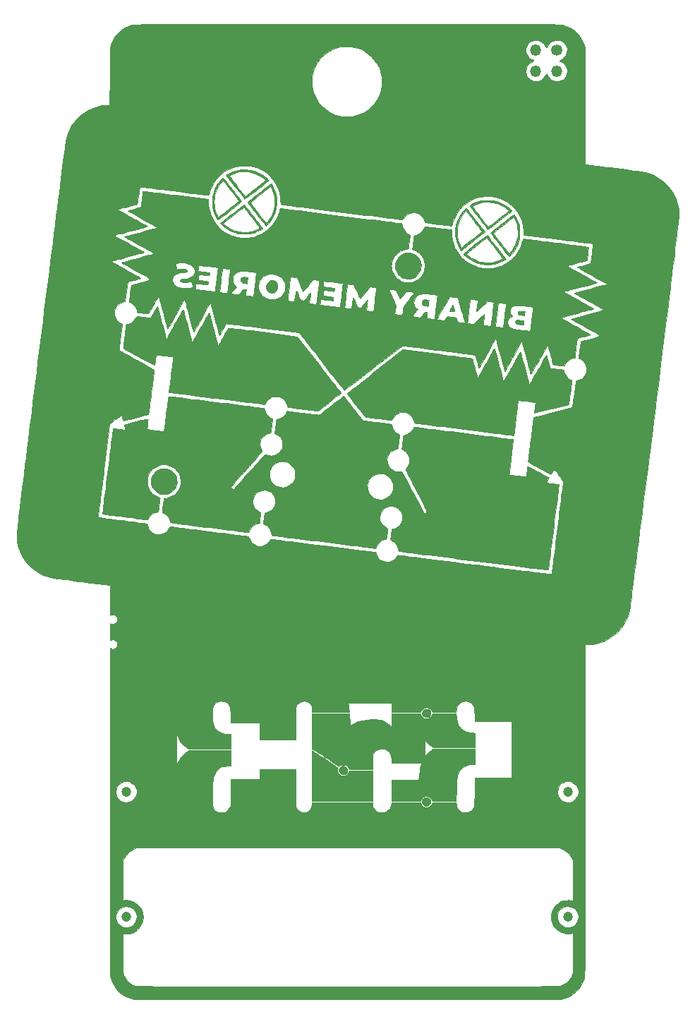
<source format=gbl>
G04 #@! TF.GenerationSoftware,KiCad,Pcbnew,(5.0.0-rc2-dev-222-g3b0a758)*
G04 #@! TF.CreationDate,2018-12-10T16:28:55+01:00*
G04 #@! TF.ProjectId,35c3_badge,333563335F62616467652E6B69636164,rev?*
G04 #@! TF.SameCoordinates,PX2faf080PY2faf080*
G04 #@! TF.FileFunction,Copper,L2,Bot,Signal*
G04 #@! TF.FilePolarity,Positive*
%FSLAX46Y46*%
G04 Gerber Fmt 4.6, Leading zero omitted, Abs format (unit mm)*
G04 Created by KiCad (PCBNEW (5.0.0-rc2-dev-222-g3b0a758)) date Monday, 10 December 2018 at 16:28:55*
%MOMM*%
%LPD*%
G01*
G04 APERTURE LIST*
%ADD10C,0.010000*%
%ADD11C,1.200000*%
%ADD12O,1.350000X1.350000*%
%ADD13C,1.350000*%
G04 APERTURE END LIST*
D10*
G36*
X27484373Y-31868750D02*
X27351269Y-31937172D01*
X27279415Y-32056026D01*
X27265319Y-32227126D01*
X27265572Y-32230681D01*
X27299820Y-32381402D01*
X27383836Y-32486830D01*
X27528286Y-32554985D01*
X27743841Y-32593888D01*
X27749461Y-32594476D01*
X28008421Y-32621219D01*
X28036344Y-32414693D01*
X28058564Y-32253689D01*
X28080694Y-32098390D01*
X28087011Y-32055395D01*
X28096700Y-31955597D01*
X28071641Y-31907282D01*
X27990772Y-31883207D01*
X27948295Y-31875945D01*
X27682217Y-31848945D01*
X27484373Y-31868750D01*
X27484373Y-31868750D01*
G37*
X27484373Y-31868750D02*
X27351269Y-31937172D01*
X27279415Y-32056026D01*
X27265319Y-32227126D01*
X27265572Y-32230681D01*
X27299820Y-32381402D01*
X27383836Y-32486830D01*
X27528286Y-32554985D01*
X27743841Y-32593888D01*
X27749461Y-32594476D01*
X28008421Y-32621219D01*
X28036344Y-32414693D01*
X28058564Y-32253689D01*
X28080694Y-32098390D01*
X28087011Y-32055395D01*
X28096700Y-31955597D01*
X28071641Y-31907282D01*
X27990772Y-31883207D01*
X27948295Y-31875945D01*
X27682217Y-31848945D01*
X27484373Y-31868750D01*
G36*
X30792123Y-32268832D02*
X30604597Y-32380386D01*
X30455725Y-32553586D01*
X30355247Y-32778019D01*
X30318151Y-32967275D01*
X30329401Y-33207508D01*
X30407094Y-33415337D01*
X30538661Y-33581902D01*
X30711531Y-33698343D01*
X30913134Y-33755800D01*
X31130899Y-33745415D01*
X31322328Y-33675040D01*
X31475599Y-33549131D01*
X31590708Y-33367063D01*
X31662241Y-33150754D01*
X31684782Y-32922121D01*
X31652918Y-32703084D01*
X31595802Y-32568000D01*
X31481863Y-32436774D01*
X31317337Y-32323844D01*
X31136291Y-32248857D01*
X31008563Y-32229333D01*
X30792123Y-32268832D01*
X30792123Y-32268832D01*
G37*
X30792123Y-32268832D02*
X30604597Y-32380386D01*
X30455725Y-32553586D01*
X30355247Y-32778019D01*
X30318151Y-32967275D01*
X30329401Y-33207508D01*
X30407094Y-33415337D01*
X30538661Y-33581902D01*
X30711531Y-33698343D01*
X30913134Y-33755800D01*
X31130899Y-33745415D01*
X31322328Y-33675040D01*
X31475599Y-33549131D01*
X31590708Y-33367063D01*
X31662241Y-33150754D01*
X31684782Y-32922121D01*
X31652918Y-32703084D01*
X31595802Y-32568000D01*
X31481863Y-32436774D01*
X31317337Y-32323844D01*
X31136291Y-32248857D01*
X31008563Y-32229333D01*
X30792123Y-32268832D01*
G36*
X49279968Y-34562889D02*
X49177695Y-34589284D01*
X49096464Y-34644474D01*
X49078576Y-34661576D01*
X48991791Y-34798901D01*
X48974667Y-34917500D01*
X49011172Y-35083694D01*
X49118517Y-35205885D01*
X49293445Y-35281040D01*
X49382102Y-35297315D01*
X49518760Y-35316011D01*
X49627999Y-35332646D01*
X49659211Y-35338194D01*
X49726141Y-35315262D01*
X49751251Y-35261904D01*
X49766617Y-35173396D01*
X49785366Y-35033028D01*
X49801211Y-34892087D01*
X49829840Y-34612674D01*
X49629178Y-34585170D01*
X49423668Y-34562461D01*
X49279968Y-34562889D01*
X49279968Y-34562889D01*
G37*
X49279968Y-34562889D02*
X49177695Y-34589284D01*
X49096464Y-34644474D01*
X49078576Y-34661576D01*
X48991791Y-34798901D01*
X48974667Y-34917500D01*
X49011172Y-35083694D01*
X49118517Y-35205885D01*
X49293445Y-35281040D01*
X49382102Y-35297315D01*
X49518760Y-35316011D01*
X49627999Y-35332646D01*
X49659211Y-35338194D01*
X49726141Y-35315262D01*
X49751251Y-35261904D01*
X49766617Y-35173396D01*
X49785366Y-35033028D01*
X49801211Y-34892087D01*
X49829840Y-34612674D01*
X49629178Y-34585170D01*
X49423668Y-34562461D01*
X49279968Y-34562889D01*
G36*
X52680833Y-35239830D02*
X52678252Y-35242486D01*
X52634537Y-35304863D01*
X52571010Y-35413268D01*
X52498226Y-35547247D01*
X52426740Y-35686349D01*
X52367106Y-35810122D01*
X52329880Y-35898112D01*
X52323716Y-35929475D01*
X52371000Y-35940961D01*
X52479214Y-35956915D01*
X52624992Y-35973893D01*
X52625917Y-35973990D01*
X52794156Y-35986164D01*
X52886904Y-35979022D01*
X52911667Y-35956504D01*
X52901887Y-35896231D01*
X52875776Y-35775822D01*
X52838179Y-35617118D01*
X52821026Y-35547871D01*
X52774692Y-35374008D01*
X52739348Y-35272128D01*
X52709794Y-35231110D01*
X52680833Y-35239830D01*
X52680833Y-35239830D01*
G37*
X52680833Y-35239830D02*
X52678252Y-35242486D01*
X52634537Y-35304863D01*
X52571010Y-35413268D01*
X52498226Y-35547247D01*
X52426740Y-35686349D01*
X52367106Y-35810122D01*
X52329880Y-35898112D01*
X52323716Y-35929475D01*
X52371000Y-35940961D01*
X52479214Y-35956915D01*
X52624992Y-35973893D01*
X52625917Y-35973990D01*
X52794156Y-35986164D01*
X52886904Y-35979022D01*
X52911667Y-35956504D01*
X52901887Y-35896231D01*
X52875776Y-35775822D01*
X52838179Y-35617118D01*
X52821026Y-35547871D01*
X52774692Y-35374008D01*
X52739348Y-35272128D01*
X52709794Y-35231110D01*
X52680833Y-35239830D01*
G36*
X60633537Y-35933575D02*
X60542748Y-35974630D01*
X60501244Y-36049787D01*
X60497527Y-36158519D01*
X60517395Y-36267627D01*
X60570933Y-36326622D01*
X60658667Y-36361545D01*
X60787230Y-36393365D01*
X60953130Y-36423036D01*
X61050250Y-36435998D01*
X61192445Y-36447643D01*
X61267986Y-36440458D01*
X61293209Y-36412393D01*
X61293667Y-36405445D01*
X61299157Y-36330028D01*
X61312966Y-36208758D01*
X61319922Y-36155932D01*
X61346177Y-35964380D01*
X61007099Y-35934364D01*
X60784644Y-35921771D01*
X60633537Y-35933575D01*
X60633537Y-35933575D01*
G37*
X60633537Y-35933575D02*
X60542748Y-35974630D01*
X60501244Y-36049787D01*
X60497527Y-36158519D01*
X60517395Y-36267627D01*
X60570933Y-36326622D01*
X60658667Y-36361545D01*
X60787230Y-36393365D01*
X60953130Y-36423036D01*
X61050250Y-36435998D01*
X61192445Y-36447643D01*
X61267986Y-36440458D01*
X61293209Y-36412393D01*
X61293667Y-36405445D01*
X61299157Y-36330028D01*
X61312966Y-36208758D01*
X61319922Y-36155932D01*
X61346177Y-35964380D01*
X61007099Y-35934364D01*
X60784644Y-35921771D01*
X60633537Y-35933575D01*
G36*
X60419526Y-37001805D02*
X60306693Y-37031949D01*
X60239061Y-37092764D01*
X60209116Y-37166221D01*
X60202100Y-37283115D01*
X60251211Y-37374626D01*
X60363143Y-37444614D01*
X60544590Y-37496941D01*
X60802249Y-37535468D01*
X60859750Y-37541485D01*
X61166667Y-37571926D01*
X61166667Y-37445921D01*
X61175700Y-37303990D01*
X61191668Y-37194914D01*
X61216668Y-37069911D01*
X60829467Y-37022237D01*
X60589728Y-36999509D01*
X60419526Y-37001805D01*
X60419526Y-37001805D01*
G37*
X60419526Y-37001805D02*
X60306693Y-37031949D01*
X60239061Y-37092764D01*
X60209116Y-37166221D01*
X60202100Y-37283115D01*
X60251211Y-37374626D01*
X60363143Y-37444614D01*
X60544590Y-37496941D01*
X60802249Y-37535468D01*
X60859750Y-37541485D01*
X61166667Y-37571926D01*
X61166667Y-37445921D01*
X61175700Y-37303990D01*
X61191668Y-37194914D01*
X61216668Y-37069911D01*
X60829467Y-37022237D01*
X60589728Y-36999509D01*
X60419526Y-37001805D01*
G36*
X27275823Y-18975053D02*
X26960673Y-19027315D01*
X26632365Y-19108196D01*
X26311075Y-19210628D01*
X26016981Y-19327547D01*
X25770263Y-19451887D01*
X25614541Y-19556778D01*
X25517390Y-19635446D01*
X26602726Y-21032306D01*
X26835863Y-21332184D01*
X27053325Y-21611557D01*
X27249527Y-21863277D01*
X27418886Y-22080197D01*
X27555820Y-22255170D01*
X27654745Y-22381047D01*
X27710077Y-22450681D01*
X27719581Y-22462099D01*
X27758583Y-22444006D01*
X27857192Y-22378835D01*
X28008387Y-22271753D01*
X28205146Y-22127924D01*
X28440449Y-21952514D01*
X28707276Y-21750688D01*
X28998606Y-21527613D01*
X29176550Y-21390131D01*
X29478490Y-21155294D01*
X29758630Y-20935874D01*
X30010080Y-20737383D01*
X30225950Y-20565331D01*
X30399348Y-20425226D01*
X30523386Y-20322580D01*
X30591172Y-20262903D01*
X30602000Y-20250196D01*
X30591340Y-20233345D01*
X30278671Y-20233345D01*
X29053919Y-21191235D01*
X28774373Y-21409355D01*
X28515731Y-21610172D01*
X28285569Y-21787880D01*
X28091460Y-21936675D01*
X27940978Y-22050751D01*
X27841700Y-22124302D01*
X27801198Y-22151523D01*
X27800972Y-22151563D01*
X27769477Y-22119863D01*
X27692130Y-22028539D01*
X27574847Y-21884960D01*
X27423544Y-21696499D01*
X27244136Y-21470527D01*
X27042540Y-21214415D01*
X26824672Y-20935535D01*
X26813006Y-20920545D01*
X26550824Y-20582129D01*
X26338532Y-20304606D01*
X26172681Y-20083115D01*
X26049820Y-19912798D01*
X25966501Y-19788796D01*
X25919272Y-19706248D01*
X25904684Y-19660297D01*
X25909868Y-19648465D01*
X26022126Y-19585763D01*
X26189353Y-19508733D01*
X26385673Y-19428189D01*
X26585207Y-19354948D01*
X26704772Y-19316258D01*
X27196900Y-19210898D01*
X27707916Y-19180923D01*
X28224525Y-19223405D01*
X28733433Y-19335420D01*
X29221342Y-19514041D01*
X29674959Y-19756340D01*
X30080974Y-20059380D01*
X30278671Y-20233345D01*
X30591340Y-20233345D01*
X30570872Y-20200991D01*
X30487495Y-20113650D01*
X30366886Y-20001459D01*
X30224059Y-19877705D01*
X30074031Y-19755672D01*
X29931815Y-19648646D01*
X29886358Y-19616983D01*
X29405455Y-19340578D01*
X28888512Y-19135413D01*
X28348175Y-19004599D01*
X27797087Y-18951244D01*
X27275823Y-18975053D01*
X27275823Y-18975053D01*
G37*
X27275823Y-18975053D02*
X26960673Y-19027315D01*
X26632365Y-19108196D01*
X26311075Y-19210628D01*
X26016981Y-19327547D01*
X25770263Y-19451887D01*
X25614541Y-19556778D01*
X25517390Y-19635446D01*
X26602726Y-21032306D01*
X26835863Y-21332184D01*
X27053325Y-21611557D01*
X27249527Y-21863277D01*
X27418886Y-22080197D01*
X27555820Y-22255170D01*
X27654745Y-22381047D01*
X27710077Y-22450681D01*
X27719581Y-22462099D01*
X27758583Y-22444006D01*
X27857192Y-22378835D01*
X28008387Y-22271753D01*
X28205146Y-22127924D01*
X28440449Y-21952514D01*
X28707276Y-21750688D01*
X28998606Y-21527613D01*
X29176550Y-21390131D01*
X29478490Y-21155294D01*
X29758630Y-20935874D01*
X30010080Y-20737383D01*
X30225950Y-20565331D01*
X30399348Y-20425226D01*
X30523386Y-20322580D01*
X30591172Y-20262903D01*
X30602000Y-20250196D01*
X30591340Y-20233345D01*
X30278671Y-20233345D01*
X29053919Y-21191235D01*
X28774373Y-21409355D01*
X28515731Y-21610172D01*
X28285569Y-21787880D01*
X28091460Y-21936675D01*
X27940978Y-22050751D01*
X27841700Y-22124302D01*
X27801198Y-22151523D01*
X27800972Y-22151563D01*
X27769477Y-22119863D01*
X27692130Y-22028539D01*
X27574847Y-21884960D01*
X27423544Y-21696499D01*
X27244136Y-21470527D01*
X27042540Y-21214415D01*
X26824672Y-20935535D01*
X26813006Y-20920545D01*
X26550824Y-20582129D01*
X26338532Y-20304606D01*
X26172681Y-20083115D01*
X26049820Y-19912798D01*
X25966501Y-19788796D01*
X25919272Y-19706248D01*
X25904684Y-19660297D01*
X25909868Y-19648465D01*
X26022126Y-19585763D01*
X26189353Y-19508733D01*
X26385673Y-19428189D01*
X26585207Y-19354948D01*
X26704772Y-19316258D01*
X27196900Y-19210898D01*
X27707916Y-19180923D01*
X28224525Y-19223405D01*
X28733433Y-19335420D01*
X29221342Y-19514041D01*
X29674959Y-19756340D01*
X30080974Y-20059380D01*
X30278671Y-20233345D01*
X30591340Y-20233345D01*
X30570872Y-20200991D01*
X30487495Y-20113650D01*
X30366886Y-20001459D01*
X30224059Y-19877705D01*
X30074031Y-19755672D01*
X29931815Y-19648646D01*
X29886358Y-19616983D01*
X29405455Y-19340578D01*
X28888512Y-19135413D01*
X28348175Y-19004599D01*
X27797087Y-18951244D01*
X27275823Y-18975053D01*
G36*
X25128859Y-19939636D02*
X25046610Y-20000465D01*
X24936323Y-20105435D01*
X24809312Y-20242701D01*
X24676891Y-20400417D01*
X24550372Y-20566737D01*
X24501617Y-20636455D01*
X24217487Y-21128517D01*
X24011853Y-21652305D01*
X23884720Y-22207807D01*
X23842210Y-22619667D01*
X23839242Y-23054075D01*
X23883810Y-23460846D01*
X23980854Y-23875590D01*
X24044792Y-24079799D01*
X24118034Y-24277459D01*
X24204158Y-24476874D01*
X24295025Y-24662680D01*
X24382496Y-24819516D01*
X24458431Y-24932019D01*
X24514690Y-24984826D01*
X24525380Y-24986862D01*
X24567153Y-24960824D01*
X24668293Y-24887871D01*
X24821633Y-24773450D01*
X25020010Y-24623012D01*
X25256259Y-24442006D01*
X25523214Y-24235881D01*
X25813712Y-24010087D01*
X25966500Y-23890774D01*
X26264553Y-23656877D01*
X26540595Y-23438737D01*
X26787741Y-23241909D01*
X26999104Y-23071946D01*
X27167799Y-22934401D01*
X27286940Y-22834830D01*
X27349640Y-22778785D01*
X27357662Y-22768724D01*
X27331223Y-22730038D01*
X27327849Y-22725500D01*
X27015234Y-22725500D01*
X26984421Y-22758718D01*
X26895568Y-22836434D01*
X26757726Y-22951502D01*
X26579950Y-23096777D01*
X26371293Y-23265116D01*
X26140807Y-23449373D01*
X25897546Y-23642403D01*
X25650563Y-23837061D01*
X25408911Y-24026204D01*
X25181642Y-24202686D01*
X24977810Y-24359363D01*
X24806469Y-24489089D01*
X24676670Y-24584721D01*
X24597468Y-24639112D01*
X24577997Y-24648980D01*
X24545427Y-24614727D01*
X24488899Y-24521351D01*
X24419097Y-24386985D01*
X24398754Y-24344750D01*
X24245472Y-23978062D01*
X24143666Y-23622911D01*
X24086761Y-23249196D01*
X24068200Y-22831333D01*
X24086780Y-22384087D01*
X24150633Y-21982163D01*
X24265863Y-21595820D01*
X24377356Y-21325343D01*
X24467030Y-21149547D01*
X24585544Y-20947389D01*
X24718326Y-20740941D01*
X24850804Y-20552278D01*
X24968406Y-20403472D01*
X25026885Y-20341447D01*
X25123375Y-20250800D01*
X26066286Y-21466983D01*
X26282369Y-21746612D01*
X26481353Y-22005882D01*
X26657393Y-22237046D01*
X26804646Y-22432352D01*
X26917269Y-22584051D01*
X26989418Y-22684393D01*
X27015234Y-22725500D01*
X27327849Y-22725500D01*
X27258141Y-22631772D01*
X27143890Y-22481072D01*
X26993944Y-22285084D01*
X26813780Y-22050952D01*
X26608872Y-21785821D01*
X26384694Y-21496838D01*
X26278162Y-21359859D01*
X26045998Y-21061492D01*
X25829518Y-20783121D01*
X25634366Y-20532014D01*
X25466184Y-20315440D01*
X25330616Y-20140666D01*
X25233305Y-20014961D01*
X25179892Y-19945593D01*
X25171755Y-19934796D01*
X25128859Y-19939636D01*
X25128859Y-19939636D01*
G37*
X25128859Y-19939636D02*
X25046610Y-20000465D01*
X24936323Y-20105435D01*
X24809312Y-20242701D01*
X24676891Y-20400417D01*
X24550372Y-20566737D01*
X24501617Y-20636455D01*
X24217487Y-21128517D01*
X24011853Y-21652305D01*
X23884720Y-22207807D01*
X23842210Y-22619667D01*
X23839242Y-23054075D01*
X23883810Y-23460846D01*
X23980854Y-23875590D01*
X24044792Y-24079799D01*
X24118034Y-24277459D01*
X24204158Y-24476874D01*
X24295025Y-24662680D01*
X24382496Y-24819516D01*
X24458431Y-24932019D01*
X24514690Y-24984826D01*
X24525380Y-24986862D01*
X24567153Y-24960824D01*
X24668293Y-24887871D01*
X24821633Y-24773450D01*
X25020010Y-24623012D01*
X25256259Y-24442006D01*
X25523214Y-24235881D01*
X25813712Y-24010087D01*
X25966500Y-23890774D01*
X26264553Y-23656877D01*
X26540595Y-23438737D01*
X26787741Y-23241909D01*
X26999104Y-23071946D01*
X27167799Y-22934401D01*
X27286940Y-22834830D01*
X27349640Y-22778785D01*
X27357662Y-22768724D01*
X27331223Y-22730038D01*
X27327849Y-22725500D01*
X27015234Y-22725500D01*
X26984421Y-22758718D01*
X26895568Y-22836434D01*
X26757726Y-22951502D01*
X26579950Y-23096777D01*
X26371293Y-23265116D01*
X26140807Y-23449373D01*
X25897546Y-23642403D01*
X25650563Y-23837061D01*
X25408911Y-24026204D01*
X25181642Y-24202686D01*
X24977810Y-24359363D01*
X24806469Y-24489089D01*
X24676670Y-24584721D01*
X24597468Y-24639112D01*
X24577997Y-24648980D01*
X24545427Y-24614727D01*
X24488899Y-24521351D01*
X24419097Y-24386985D01*
X24398754Y-24344750D01*
X24245472Y-23978062D01*
X24143666Y-23622911D01*
X24086761Y-23249196D01*
X24068200Y-22831333D01*
X24086780Y-22384087D01*
X24150633Y-21982163D01*
X24265863Y-21595820D01*
X24377356Y-21325343D01*
X24467030Y-21149547D01*
X24585544Y-20947389D01*
X24718326Y-20740941D01*
X24850804Y-20552278D01*
X24968406Y-20403472D01*
X25026885Y-20341447D01*
X25123375Y-20250800D01*
X26066286Y-21466983D01*
X26282369Y-21746612D01*
X26481353Y-22005882D01*
X26657393Y-22237046D01*
X26804646Y-22432352D01*
X26917269Y-22584051D01*
X26989418Y-22684393D01*
X27015234Y-22725500D01*
X27327849Y-22725500D01*
X27258141Y-22631772D01*
X27143890Y-22481072D01*
X26993944Y-22285084D01*
X26813780Y-22050952D01*
X26608872Y-21785821D01*
X26384694Y-21496838D01*
X26278162Y-21359859D01*
X26045998Y-21061492D01*
X25829518Y-20783121D01*
X25634366Y-20532014D01*
X25466184Y-20315440D01*
X25330616Y-20140666D01*
X25233305Y-20014961D01*
X25179892Y-19945593D01*
X25171755Y-19934796D01*
X25128859Y-19939636D01*
G36*
X30867479Y-20698179D02*
X30776994Y-20753453D01*
X30646359Y-20843279D01*
X30470774Y-20971101D01*
X30245436Y-21140368D01*
X29965543Y-21354526D01*
X29626295Y-21617021D01*
X29482493Y-21728856D01*
X29181108Y-21964908D01*
X28902029Y-22186200D01*
X28652066Y-22387133D01*
X28438031Y-22562105D01*
X28266734Y-22705516D01*
X28144985Y-22811765D01*
X28079595Y-22875252D01*
X28070175Y-22890271D01*
X28099285Y-22937970D01*
X28173868Y-23042278D01*
X28287290Y-23194726D01*
X28432920Y-23386850D01*
X28604126Y-23610182D01*
X28794274Y-23856256D01*
X28996735Y-24116605D01*
X29204874Y-24382762D01*
X29412060Y-24646262D01*
X29611660Y-24898637D01*
X29797044Y-25131420D01*
X29961577Y-25336146D01*
X30098629Y-25504348D01*
X30201567Y-25627559D01*
X30263758Y-25697312D01*
X30278970Y-25710000D01*
X30326986Y-25680999D01*
X30413229Y-25604667D01*
X30519740Y-25497006D01*
X30528385Y-25487750D01*
X30879701Y-25049950D01*
X31162092Y-24570994D01*
X31373446Y-24060199D01*
X31511655Y-23526884D01*
X31574608Y-22980368D01*
X31568352Y-22741431D01*
X31350991Y-22741431D01*
X31323913Y-23269127D01*
X31222303Y-23787626D01*
X31046570Y-24285390D01*
X30858406Y-24651667D01*
X30763144Y-24802400D01*
X30653041Y-24961728D01*
X30540178Y-25113960D01*
X30436640Y-25243408D01*
X30354508Y-25334380D01*
X30305865Y-25371189D01*
X30304178Y-25371333D01*
X30272454Y-25339085D01*
X30194957Y-25247329D01*
X30077691Y-25103547D01*
X29926657Y-24915224D01*
X29747859Y-24689841D01*
X29547298Y-24434881D01*
X29339172Y-24168358D01*
X29123454Y-23890466D01*
X28924626Y-23633003D01*
X28748612Y-23403741D01*
X28601336Y-23210455D01*
X28488723Y-23060919D01*
X28416698Y-22962906D01*
X28391259Y-22924578D01*
X28420233Y-22888833D01*
X28507901Y-22808893D01*
X28645652Y-22691929D01*
X28824872Y-22545109D01*
X29036951Y-22375604D01*
X29268500Y-22194285D01*
X29528663Y-21992482D01*
X29787337Y-21791782D01*
X30030673Y-21602937D01*
X30244820Y-21436696D01*
X30415928Y-21303810D01*
X30505041Y-21234553D01*
X30852582Y-20964308D01*
X30980905Y-21218515D01*
X31179898Y-21704589D01*
X31303123Y-22216073D01*
X31350991Y-22741431D01*
X31568352Y-22741431D01*
X31560196Y-22429970D01*
X31466308Y-21885009D01*
X31398201Y-21646000D01*
X31339244Y-21485896D01*
X31255683Y-21287935D01*
X31159709Y-21078298D01*
X31063513Y-20883165D01*
X30979285Y-20728718D01*
X30947210Y-20677495D01*
X30922618Y-20674008D01*
X30867479Y-20698179D01*
X30867479Y-20698179D01*
G37*
X30867479Y-20698179D02*
X30776994Y-20753453D01*
X30646359Y-20843279D01*
X30470774Y-20971101D01*
X30245436Y-21140368D01*
X29965543Y-21354526D01*
X29626295Y-21617021D01*
X29482493Y-21728856D01*
X29181108Y-21964908D01*
X28902029Y-22186200D01*
X28652066Y-22387133D01*
X28438031Y-22562105D01*
X28266734Y-22705516D01*
X28144985Y-22811765D01*
X28079595Y-22875252D01*
X28070175Y-22890271D01*
X28099285Y-22937970D01*
X28173868Y-23042278D01*
X28287290Y-23194726D01*
X28432920Y-23386850D01*
X28604126Y-23610182D01*
X28794274Y-23856256D01*
X28996735Y-24116605D01*
X29204874Y-24382762D01*
X29412060Y-24646262D01*
X29611660Y-24898637D01*
X29797044Y-25131420D01*
X29961577Y-25336146D01*
X30098629Y-25504348D01*
X30201567Y-25627559D01*
X30263758Y-25697312D01*
X30278970Y-25710000D01*
X30326986Y-25680999D01*
X30413229Y-25604667D01*
X30519740Y-25497006D01*
X30528385Y-25487750D01*
X30879701Y-25049950D01*
X31162092Y-24570994D01*
X31373446Y-24060199D01*
X31511655Y-23526884D01*
X31574608Y-22980368D01*
X31568352Y-22741431D01*
X31350991Y-22741431D01*
X31323913Y-23269127D01*
X31222303Y-23787626D01*
X31046570Y-24285390D01*
X30858406Y-24651667D01*
X30763144Y-24802400D01*
X30653041Y-24961728D01*
X30540178Y-25113960D01*
X30436640Y-25243408D01*
X30354508Y-25334380D01*
X30305865Y-25371189D01*
X30304178Y-25371333D01*
X30272454Y-25339085D01*
X30194957Y-25247329D01*
X30077691Y-25103547D01*
X29926657Y-24915224D01*
X29747859Y-24689841D01*
X29547298Y-24434881D01*
X29339172Y-24168358D01*
X29123454Y-23890466D01*
X28924626Y-23633003D01*
X28748612Y-23403741D01*
X28601336Y-23210455D01*
X28488723Y-23060919D01*
X28416698Y-22962906D01*
X28391259Y-22924578D01*
X28420233Y-22888833D01*
X28507901Y-22808893D01*
X28645652Y-22691929D01*
X28824872Y-22545109D01*
X29036951Y-22375604D01*
X29268500Y-22194285D01*
X29528663Y-21992482D01*
X29787337Y-21791782D01*
X30030673Y-21602937D01*
X30244820Y-21436696D01*
X30415928Y-21303810D01*
X30505041Y-21234553D01*
X30852582Y-20964308D01*
X30980905Y-21218515D01*
X31179898Y-21704589D01*
X31303123Y-22216073D01*
X31350991Y-22741431D01*
X31568352Y-22741431D01*
X31560196Y-22429970D01*
X31466308Y-21885009D01*
X31398201Y-21646000D01*
X31339244Y-21485896D01*
X31255683Y-21287935D01*
X31159709Y-21078298D01*
X31063513Y-20883165D01*
X30979285Y-20728718D01*
X30947210Y-20677495D01*
X30922618Y-20674008D01*
X30867479Y-20698179D01*
G36*
X56597777Y-22646315D02*
X56391231Y-22650677D01*
X56231049Y-22660401D01*
X56098086Y-22677493D01*
X55973196Y-22703962D01*
X55837234Y-22741815D01*
X55778128Y-22759772D01*
X55545358Y-22840041D01*
X55301168Y-22938769D01*
X55069677Y-23044997D01*
X54875000Y-23147767D01*
X54757104Y-23223749D01*
X54739797Y-23241636D01*
X54733826Y-23267002D01*
X54743445Y-23306008D01*
X54772904Y-23364812D01*
X54826458Y-23449575D01*
X54908358Y-23566457D01*
X55022857Y-23721616D01*
X55174208Y-23921214D01*
X55366662Y-24171410D01*
X55604473Y-24478363D01*
X55773104Y-24695435D01*
X56007622Y-24996194D01*
X56226959Y-25275630D01*
X56425519Y-25526748D01*
X56597704Y-25742555D01*
X56737917Y-25916055D01*
X56840560Y-26040253D01*
X56900037Y-26108154D01*
X56912167Y-26118931D01*
X56953609Y-26096473D01*
X57054581Y-26027169D01*
X57207928Y-25916341D01*
X57406495Y-25769312D01*
X57643126Y-25591402D01*
X57910666Y-25387935D01*
X58201960Y-25164233D01*
X58359656Y-25042288D01*
X58659433Y-24809245D01*
X58937462Y-24591777D01*
X59186792Y-24395420D01*
X59400471Y-24225712D01*
X59571546Y-24088187D01*
X59693064Y-23988384D01*
X59758075Y-23931837D01*
X59767240Y-23921369D01*
X59752106Y-23894683D01*
X59420839Y-23894683D01*
X59386822Y-23925024D01*
X59295240Y-23999672D01*
X59155067Y-24111634D01*
X58975274Y-24253918D01*
X58764832Y-24419532D01*
X58532716Y-24601485D01*
X58287895Y-24792784D01*
X58039343Y-24986437D01*
X57796031Y-25175452D01*
X57566931Y-25352837D01*
X57361015Y-25511600D01*
X57187256Y-25644750D01*
X57054626Y-25745293D01*
X56972095Y-25806239D01*
X56948073Y-25821743D01*
X56921556Y-25788168D01*
X56848880Y-25695175D01*
X56735837Y-25550198D01*
X56588220Y-25360675D01*
X56411819Y-25134040D01*
X56212428Y-24877731D01*
X55995836Y-24599184D01*
X55988253Y-24589428D01*
X55771866Y-24309271D01*
X55573964Y-24049553D01*
X55400164Y-23817917D01*
X55256086Y-23622006D01*
X55147349Y-23469463D01*
X55079570Y-23367932D01*
X55058369Y-23325053D01*
X55058514Y-23324749D01*
X55106652Y-23289085D01*
X55210243Y-23232224D01*
X55346958Y-23166414D01*
X55348352Y-23165782D01*
X55857243Y-22979446D01*
X56383447Y-22870586D01*
X56916601Y-22838671D01*
X57446341Y-22883172D01*
X57962302Y-23003557D01*
X58454123Y-23199296D01*
X58708736Y-23337772D01*
X58887658Y-23451093D01*
X59060427Y-23570644D01*
X59213440Y-23685788D01*
X59333097Y-23785888D01*
X59405797Y-23860308D01*
X59420839Y-23894683D01*
X59752106Y-23894683D01*
X59738272Y-23870292D01*
X59656660Y-23780512D01*
X59536588Y-23665305D01*
X59392243Y-23537948D01*
X59237812Y-23411718D01*
X59155834Y-23349153D01*
X58705082Y-23065627D01*
X58195077Y-22838537D01*
X57961539Y-22759772D01*
X57816253Y-22717022D01*
X57689381Y-22686425D01*
X57561777Y-22665975D01*
X57414296Y-22653663D01*
X57227791Y-22647482D01*
X56983117Y-22645425D01*
X56869834Y-22645307D01*
X56597777Y-22646315D01*
X56597777Y-22646315D01*
G37*
X56597777Y-22646315D02*
X56391231Y-22650677D01*
X56231049Y-22660401D01*
X56098086Y-22677493D01*
X55973196Y-22703962D01*
X55837234Y-22741815D01*
X55778128Y-22759772D01*
X55545358Y-22840041D01*
X55301168Y-22938769D01*
X55069677Y-23044997D01*
X54875000Y-23147767D01*
X54757104Y-23223749D01*
X54739797Y-23241636D01*
X54733826Y-23267002D01*
X54743445Y-23306008D01*
X54772904Y-23364812D01*
X54826458Y-23449575D01*
X54908358Y-23566457D01*
X55022857Y-23721616D01*
X55174208Y-23921214D01*
X55366662Y-24171410D01*
X55604473Y-24478363D01*
X55773104Y-24695435D01*
X56007622Y-24996194D01*
X56226959Y-25275630D01*
X56425519Y-25526748D01*
X56597704Y-25742555D01*
X56737917Y-25916055D01*
X56840560Y-26040253D01*
X56900037Y-26108154D01*
X56912167Y-26118931D01*
X56953609Y-26096473D01*
X57054581Y-26027169D01*
X57207928Y-25916341D01*
X57406495Y-25769312D01*
X57643126Y-25591402D01*
X57910666Y-25387935D01*
X58201960Y-25164233D01*
X58359656Y-25042288D01*
X58659433Y-24809245D01*
X58937462Y-24591777D01*
X59186792Y-24395420D01*
X59400471Y-24225712D01*
X59571546Y-24088187D01*
X59693064Y-23988384D01*
X59758075Y-23931837D01*
X59767240Y-23921369D01*
X59752106Y-23894683D01*
X59420839Y-23894683D01*
X59386822Y-23925024D01*
X59295240Y-23999672D01*
X59155067Y-24111634D01*
X58975274Y-24253918D01*
X58764832Y-24419532D01*
X58532716Y-24601485D01*
X58287895Y-24792784D01*
X58039343Y-24986437D01*
X57796031Y-25175452D01*
X57566931Y-25352837D01*
X57361015Y-25511600D01*
X57187256Y-25644750D01*
X57054626Y-25745293D01*
X56972095Y-25806239D01*
X56948073Y-25821743D01*
X56921556Y-25788168D01*
X56848880Y-25695175D01*
X56735837Y-25550198D01*
X56588220Y-25360675D01*
X56411819Y-25134040D01*
X56212428Y-24877731D01*
X55995836Y-24599184D01*
X55988253Y-24589428D01*
X55771866Y-24309271D01*
X55573964Y-24049553D01*
X55400164Y-23817917D01*
X55256086Y-23622006D01*
X55147349Y-23469463D01*
X55079570Y-23367932D01*
X55058369Y-23325053D01*
X55058514Y-23324749D01*
X55106652Y-23289085D01*
X55210243Y-23232224D01*
X55346958Y-23166414D01*
X55348352Y-23165782D01*
X55857243Y-22979446D01*
X56383447Y-22870586D01*
X56916601Y-22838671D01*
X57446341Y-22883172D01*
X57962302Y-23003557D01*
X58454123Y-23199296D01*
X58708736Y-23337772D01*
X58887658Y-23451093D01*
X59060427Y-23570644D01*
X59213440Y-23685788D01*
X59333097Y-23785888D01*
X59405797Y-23860308D01*
X59420839Y-23894683D01*
X59752106Y-23894683D01*
X59738272Y-23870292D01*
X59656660Y-23780512D01*
X59536588Y-23665305D01*
X59392243Y-23537948D01*
X59237812Y-23411718D01*
X59155834Y-23349153D01*
X58705082Y-23065627D01*
X58195077Y-22838537D01*
X57961539Y-22759772D01*
X57816253Y-22717022D01*
X57689381Y-22686425D01*
X57561777Y-22665975D01*
X57414296Y-22653663D01*
X57227791Y-22647482D01*
X56983117Y-22645425D01*
X56869834Y-22645307D01*
X56597777Y-22646315D01*
G36*
X27629666Y-23196650D02*
X27534061Y-23266409D01*
X27388370Y-23374969D01*
X27201059Y-23515862D01*
X26980596Y-23682619D01*
X26735447Y-23868772D01*
X26474079Y-24067853D01*
X26204958Y-24273391D01*
X25936551Y-24478920D01*
X25677325Y-24677971D01*
X25435747Y-24864074D01*
X25220283Y-25030762D01*
X25039399Y-25171566D01*
X24901563Y-25280018D01*
X24815242Y-25349648D01*
X24802334Y-25360549D01*
X24821787Y-25395364D01*
X24891223Y-25474470D01*
X24998509Y-25584624D01*
X25082121Y-25665958D01*
X25499881Y-26007015D01*
X25969881Y-26285867D01*
X26481530Y-26497059D01*
X26927799Y-26616555D01*
X27155168Y-26649736D01*
X27435142Y-26670379D01*
X27738151Y-26678116D01*
X28034622Y-26672579D01*
X28294987Y-26653401D01*
X28421834Y-26635144D01*
X28619432Y-26589301D01*
X28840360Y-26522716D01*
X29070353Y-26441530D01*
X29295146Y-26351880D01*
X29500473Y-26259905D01*
X29672071Y-26171742D01*
X29795673Y-26093530D01*
X29857016Y-26031407D01*
X29861167Y-26015796D01*
X29847546Y-25992317D01*
X29458770Y-25992317D01*
X29425464Y-26046209D01*
X29359574Y-26090068D01*
X29263289Y-26131169D01*
X29138801Y-26176790D01*
X29043892Y-26212278D01*
X28509057Y-26376297D01*
X27968074Y-26459831D01*
X27429807Y-26461885D01*
X27132913Y-26427080D01*
X26618356Y-26302228D01*
X26118195Y-26100181D01*
X25648746Y-25828388D01*
X25376877Y-25625333D01*
X25262663Y-25528749D01*
X25179721Y-25453454D01*
X25144791Y-25414701D01*
X25144573Y-25413667D01*
X25176569Y-25383291D01*
X25266828Y-25308671D01*
X25406300Y-25196805D01*
X25585935Y-25054690D01*
X25796685Y-24889327D01*
X26029501Y-24707713D01*
X26275334Y-24516848D01*
X26525134Y-24323731D01*
X26769852Y-24135359D01*
X27000440Y-23958733D01*
X27207848Y-23800850D01*
X27383028Y-23668709D01*
X27516929Y-23569310D01*
X27600504Y-23509650D01*
X27625025Y-23495229D01*
X27654922Y-23529253D01*
X27730797Y-23622700D01*
X27846738Y-23768091D01*
X27996832Y-23957949D01*
X28175167Y-24184794D01*
X28375832Y-24441147D01*
X28592914Y-24719531D01*
X28595533Y-24722896D01*
X28851655Y-25050768D01*
X29059859Y-25317670D01*
X29222335Y-25530879D01*
X29341273Y-25697672D01*
X29418865Y-25825325D01*
X29457300Y-25921114D01*
X29458770Y-25992317D01*
X29847546Y-25992317D01*
X29836164Y-25972700D01*
X29765534Y-25871935D01*
X29655850Y-25722017D01*
X29513684Y-25531461D01*
X29345608Y-25308785D01*
X29158193Y-25062504D01*
X28958011Y-24801134D01*
X28751634Y-24533192D01*
X28545635Y-24267192D01*
X28346584Y-24011652D01*
X28161055Y-23775087D01*
X27995617Y-23566013D01*
X27856845Y-23392947D01*
X27751308Y-23264403D01*
X27685580Y-23188899D01*
X27666719Y-23172161D01*
X27629666Y-23196650D01*
X27629666Y-23196650D01*
G37*
X27629666Y-23196650D02*
X27534061Y-23266409D01*
X27388370Y-23374969D01*
X27201059Y-23515862D01*
X26980596Y-23682619D01*
X26735447Y-23868772D01*
X26474079Y-24067853D01*
X26204958Y-24273391D01*
X25936551Y-24478920D01*
X25677325Y-24677971D01*
X25435747Y-24864074D01*
X25220283Y-25030762D01*
X25039399Y-25171566D01*
X24901563Y-25280018D01*
X24815242Y-25349648D01*
X24802334Y-25360549D01*
X24821787Y-25395364D01*
X24891223Y-25474470D01*
X24998509Y-25584624D01*
X25082121Y-25665958D01*
X25499881Y-26007015D01*
X25969881Y-26285867D01*
X26481530Y-26497059D01*
X26927799Y-26616555D01*
X27155168Y-26649736D01*
X27435142Y-26670379D01*
X27738151Y-26678116D01*
X28034622Y-26672579D01*
X28294987Y-26653401D01*
X28421834Y-26635144D01*
X28619432Y-26589301D01*
X28840360Y-26522716D01*
X29070353Y-26441530D01*
X29295146Y-26351880D01*
X29500473Y-26259905D01*
X29672071Y-26171742D01*
X29795673Y-26093530D01*
X29857016Y-26031407D01*
X29861167Y-26015796D01*
X29847546Y-25992317D01*
X29458770Y-25992317D01*
X29425464Y-26046209D01*
X29359574Y-26090068D01*
X29263289Y-26131169D01*
X29138801Y-26176790D01*
X29043892Y-26212278D01*
X28509057Y-26376297D01*
X27968074Y-26459831D01*
X27429807Y-26461885D01*
X27132913Y-26427080D01*
X26618356Y-26302228D01*
X26118195Y-26100181D01*
X25648746Y-25828388D01*
X25376877Y-25625333D01*
X25262663Y-25528749D01*
X25179721Y-25453454D01*
X25144791Y-25414701D01*
X25144573Y-25413667D01*
X25176569Y-25383291D01*
X25266828Y-25308671D01*
X25406300Y-25196805D01*
X25585935Y-25054690D01*
X25796685Y-24889327D01*
X26029501Y-24707713D01*
X26275334Y-24516848D01*
X26525134Y-24323731D01*
X26769852Y-24135359D01*
X27000440Y-23958733D01*
X27207848Y-23800850D01*
X27383028Y-23668709D01*
X27516929Y-23569310D01*
X27600504Y-23509650D01*
X27625025Y-23495229D01*
X27654922Y-23529253D01*
X27730797Y-23622700D01*
X27846738Y-23768091D01*
X27996832Y-23957949D01*
X28175167Y-24184794D01*
X28375832Y-24441147D01*
X28592914Y-24719531D01*
X28595533Y-24722896D01*
X28851655Y-25050768D01*
X29059859Y-25317670D01*
X29222335Y-25530879D01*
X29341273Y-25697672D01*
X29418865Y-25825325D01*
X29457300Y-25921114D01*
X29458770Y-25992317D01*
X29847546Y-25992317D01*
X29836164Y-25972700D01*
X29765534Y-25871935D01*
X29655850Y-25722017D01*
X29513684Y-25531461D01*
X29345608Y-25308785D01*
X29158193Y-25062504D01*
X28958011Y-24801134D01*
X28751634Y-24533192D01*
X28545635Y-24267192D01*
X28346584Y-24011652D01*
X28161055Y-23775087D01*
X27995617Y-23566013D01*
X27856845Y-23392947D01*
X27751308Y-23264403D01*
X27685580Y-23188899D01*
X27666719Y-23172161D01*
X27629666Y-23196650D01*
G36*
X54263046Y-23622699D02*
X54177866Y-23700127D01*
X54068265Y-23809609D01*
X53949710Y-23935139D01*
X53837665Y-24060708D01*
X53747595Y-24170312D01*
X53735733Y-24186000D01*
X53464024Y-24619593D01*
X53253025Y-25100849D01*
X53105346Y-25615845D01*
X53023596Y-26150657D01*
X53010387Y-26691361D01*
X53068328Y-27224035D01*
X53120674Y-27466833D01*
X53162676Y-27603963D01*
X53226246Y-27776273D01*
X53304244Y-27968043D01*
X53389528Y-28163553D01*
X53474956Y-28347083D01*
X53553387Y-28502915D01*
X53617680Y-28615328D01*
X53660692Y-28668603D01*
X53667656Y-28670816D01*
X53706502Y-28645082D01*
X53803685Y-28573367D01*
X53950949Y-28461976D01*
X54140036Y-28317212D01*
X54362691Y-28145382D01*
X54610656Y-27952788D01*
X54734863Y-27855899D01*
X55014527Y-27637524D01*
X55292730Y-27420435D01*
X55556956Y-27214387D01*
X55794688Y-27029138D01*
X55993409Y-26874444D01*
X56140602Y-26760061D01*
X56164062Y-26741868D01*
X56553231Y-26440236D01*
X56528517Y-26408453D01*
X56205356Y-26408453D01*
X56205336Y-26409147D01*
X56164982Y-26441903D01*
X56067746Y-26518563D01*
X55922636Y-26632143D01*
X55738658Y-26775656D01*
X55524819Y-26942116D01*
X55290128Y-27124538D01*
X55043590Y-27315935D01*
X54794213Y-27509322D01*
X54551004Y-27697713D01*
X54322970Y-27874122D01*
X54119118Y-28031563D01*
X53948455Y-28163051D01*
X53819989Y-28261599D01*
X53742726Y-28320221D01*
X53723829Y-28333791D01*
X53701305Y-28298632D01*
X53652904Y-28204206D01*
X53587654Y-28068382D01*
X53562789Y-28014985D01*
X53370061Y-27500105D01*
X53258063Y-26971464D01*
X53225787Y-26437373D01*
X53272225Y-25906145D01*
X53396369Y-25386092D01*
X53597211Y-24885528D01*
X53873742Y-24412765D01*
X54024348Y-24209108D01*
X54274845Y-23893175D01*
X55246509Y-25145057D01*
X55465016Y-25427320D01*
X55665692Y-25687977D01*
X55842929Y-25919635D01*
X55991120Y-26114904D01*
X56104660Y-26266391D01*
X56177941Y-26366705D01*
X56205356Y-26408453D01*
X56528517Y-26408453D01*
X55446370Y-25016785D01*
X55211214Y-24715279D01*
X54991668Y-24435541D01*
X54793232Y-24184450D01*
X54621407Y-23968887D01*
X54481692Y-23795730D01*
X54379588Y-23671860D01*
X54320596Y-23604156D01*
X54308340Y-23593333D01*
X54263046Y-23622699D01*
X54263046Y-23622699D01*
G37*
X54263046Y-23622699D02*
X54177866Y-23700127D01*
X54068265Y-23809609D01*
X53949710Y-23935139D01*
X53837665Y-24060708D01*
X53747595Y-24170312D01*
X53735733Y-24186000D01*
X53464024Y-24619593D01*
X53253025Y-25100849D01*
X53105346Y-25615845D01*
X53023596Y-26150657D01*
X53010387Y-26691361D01*
X53068328Y-27224035D01*
X53120674Y-27466833D01*
X53162676Y-27603963D01*
X53226246Y-27776273D01*
X53304244Y-27968043D01*
X53389528Y-28163553D01*
X53474956Y-28347083D01*
X53553387Y-28502915D01*
X53617680Y-28615328D01*
X53660692Y-28668603D01*
X53667656Y-28670816D01*
X53706502Y-28645082D01*
X53803685Y-28573367D01*
X53950949Y-28461976D01*
X54140036Y-28317212D01*
X54362691Y-28145382D01*
X54610656Y-27952788D01*
X54734863Y-27855899D01*
X55014527Y-27637524D01*
X55292730Y-27420435D01*
X55556956Y-27214387D01*
X55794688Y-27029138D01*
X55993409Y-26874444D01*
X56140602Y-26760061D01*
X56164062Y-26741868D01*
X56553231Y-26440236D01*
X56528517Y-26408453D01*
X56205356Y-26408453D01*
X56205336Y-26409147D01*
X56164982Y-26441903D01*
X56067746Y-26518563D01*
X55922636Y-26632143D01*
X55738658Y-26775656D01*
X55524819Y-26942116D01*
X55290128Y-27124538D01*
X55043590Y-27315935D01*
X54794213Y-27509322D01*
X54551004Y-27697713D01*
X54322970Y-27874122D01*
X54119118Y-28031563D01*
X53948455Y-28163051D01*
X53819989Y-28261599D01*
X53742726Y-28320221D01*
X53723829Y-28333791D01*
X53701305Y-28298632D01*
X53652904Y-28204206D01*
X53587654Y-28068382D01*
X53562789Y-28014985D01*
X53370061Y-27500105D01*
X53258063Y-26971464D01*
X53225787Y-26437373D01*
X53272225Y-25906145D01*
X53396369Y-25386092D01*
X53597211Y-24885528D01*
X53873742Y-24412765D01*
X54024348Y-24209108D01*
X54274845Y-23893175D01*
X55246509Y-25145057D01*
X55465016Y-25427320D01*
X55665692Y-25687977D01*
X55842929Y-25919635D01*
X55991120Y-26114904D01*
X56104660Y-26266391D01*
X56177941Y-26366705D01*
X56205356Y-26408453D01*
X56528517Y-26408453D01*
X55446370Y-25016785D01*
X55211214Y-24715279D01*
X54991668Y-24435541D01*
X54793232Y-24184450D01*
X54621407Y-23968887D01*
X54481692Y-23795730D01*
X54379588Y-23671860D01*
X54320596Y-23604156D01*
X54308340Y-23593333D01*
X54263046Y-23622699D01*
G36*
X60008193Y-24365667D02*
X59901191Y-24437975D01*
X59746446Y-24549408D01*
X59552432Y-24693343D01*
X59327619Y-24863155D01*
X59080480Y-25052223D01*
X58819487Y-25253921D01*
X58553112Y-25461628D01*
X58289826Y-25668718D01*
X58038101Y-25868570D01*
X57806409Y-26054559D01*
X57603223Y-26220062D01*
X57437014Y-26358456D01*
X57316253Y-26463117D01*
X57249414Y-26527421D01*
X57238740Y-26544007D01*
X57266299Y-26588183D01*
X57339096Y-26689783D01*
X57450574Y-26840321D01*
X57594179Y-27031305D01*
X57763354Y-27254247D01*
X57951545Y-27500659D01*
X58152194Y-27762049D01*
X58358747Y-28029930D01*
X58564648Y-28295813D01*
X58763340Y-28551207D01*
X58948270Y-28787625D01*
X59112879Y-28996576D01*
X59250614Y-29169571D01*
X59354918Y-29298122D01*
X59419236Y-29373739D01*
X59437024Y-29390637D01*
X59476362Y-29362789D01*
X59557114Y-29286634D01*
X59664045Y-29176791D01*
X59700153Y-29138158D01*
X59913369Y-28893992D01*
X60084551Y-28661527D01*
X60235992Y-28407738D01*
X60363664Y-28155148D01*
X60497212Y-27855040D01*
X60593954Y-27581337D01*
X60658988Y-27309715D01*
X60697410Y-27015847D01*
X60714315Y-26675408D01*
X60716295Y-26472000D01*
X60715843Y-26413174D01*
X60521933Y-26413174D01*
X60489633Y-26949117D01*
X60375680Y-27480571D01*
X60181237Y-27999909D01*
X60132702Y-28101833D01*
X60040988Y-28271233D01*
X59930840Y-28449859D01*
X59811988Y-28624852D01*
X59694159Y-28783356D01*
X59587081Y-28912514D01*
X59500484Y-28999467D01*
X59444095Y-29031358D01*
X59432909Y-29026713D01*
X59400077Y-28985484D01*
X59322009Y-28885570D01*
X59205187Y-28735320D01*
X59056090Y-28543087D01*
X58881199Y-28317221D01*
X58686994Y-28066074D01*
X58583802Y-27932500D01*
X58377008Y-27664784D01*
X58181593Y-27411885D01*
X58005002Y-27183431D01*
X57854677Y-26989049D01*
X57738064Y-26838365D01*
X57662606Y-26741009D01*
X57644914Y-26718255D01*
X57523382Y-26562343D01*
X58756435Y-25602011D01*
X59080951Y-25349921D01*
X59345540Y-25146153D01*
X59556520Y-24986301D01*
X59720212Y-24865960D01*
X59842933Y-24780727D01*
X59931003Y-24726198D01*
X59990741Y-24697967D01*
X60028465Y-24691631D01*
X60048933Y-24701123D01*
X60111048Y-24793125D01*
X60184892Y-24948351D01*
X60263530Y-25147440D01*
X60340027Y-25371032D01*
X60407446Y-25599769D01*
X60458851Y-25814289D01*
X60471418Y-25880371D01*
X60521933Y-26413174D01*
X60715843Y-26413174D01*
X60714150Y-26193400D01*
X60706396Y-25978087D01*
X60691053Y-25804760D01*
X60666140Y-25652117D01*
X60629679Y-25498857D01*
X60623820Y-25477167D01*
X60564526Y-25290173D01*
X60486431Y-25086433D01*
X60397014Y-24881014D01*
X60303754Y-24688986D01*
X60214131Y-24525417D01*
X60135622Y-24405376D01*
X60075708Y-24343932D01*
X60058982Y-24339107D01*
X60008193Y-24365667D01*
X60008193Y-24365667D01*
G37*
X60008193Y-24365667D02*
X59901191Y-24437975D01*
X59746446Y-24549408D01*
X59552432Y-24693343D01*
X59327619Y-24863155D01*
X59080480Y-25052223D01*
X58819487Y-25253921D01*
X58553112Y-25461628D01*
X58289826Y-25668718D01*
X58038101Y-25868570D01*
X57806409Y-26054559D01*
X57603223Y-26220062D01*
X57437014Y-26358456D01*
X57316253Y-26463117D01*
X57249414Y-26527421D01*
X57238740Y-26544007D01*
X57266299Y-26588183D01*
X57339096Y-26689783D01*
X57450574Y-26840321D01*
X57594179Y-27031305D01*
X57763354Y-27254247D01*
X57951545Y-27500659D01*
X58152194Y-27762049D01*
X58358747Y-28029930D01*
X58564648Y-28295813D01*
X58763340Y-28551207D01*
X58948270Y-28787625D01*
X59112879Y-28996576D01*
X59250614Y-29169571D01*
X59354918Y-29298122D01*
X59419236Y-29373739D01*
X59437024Y-29390637D01*
X59476362Y-29362789D01*
X59557114Y-29286634D01*
X59664045Y-29176791D01*
X59700153Y-29138158D01*
X59913369Y-28893992D01*
X60084551Y-28661527D01*
X60235992Y-28407738D01*
X60363664Y-28155148D01*
X60497212Y-27855040D01*
X60593954Y-27581337D01*
X60658988Y-27309715D01*
X60697410Y-27015847D01*
X60714315Y-26675408D01*
X60716295Y-26472000D01*
X60715843Y-26413174D01*
X60521933Y-26413174D01*
X60489633Y-26949117D01*
X60375680Y-27480571D01*
X60181237Y-27999909D01*
X60132702Y-28101833D01*
X60040988Y-28271233D01*
X59930840Y-28449859D01*
X59811988Y-28624852D01*
X59694159Y-28783356D01*
X59587081Y-28912514D01*
X59500484Y-28999467D01*
X59444095Y-29031358D01*
X59432909Y-29026713D01*
X59400077Y-28985484D01*
X59322009Y-28885570D01*
X59205187Y-28735320D01*
X59056090Y-28543087D01*
X58881199Y-28317221D01*
X58686994Y-28066074D01*
X58583802Y-27932500D01*
X58377008Y-27664784D01*
X58181593Y-27411885D01*
X58005002Y-27183431D01*
X57854677Y-26989049D01*
X57738064Y-26838365D01*
X57662606Y-26741009D01*
X57644914Y-26718255D01*
X57523382Y-26562343D01*
X58756435Y-25602011D01*
X59080951Y-25349921D01*
X59345540Y-25146153D01*
X59556520Y-24986301D01*
X59720212Y-24865960D01*
X59842933Y-24780727D01*
X59931003Y-24726198D01*
X59990741Y-24697967D01*
X60028465Y-24691631D01*
X60048933Y-24701123D01*
X60111048Y-24793125D01*
X60184892Y-24948351D01*
X60263530Y-25147440D01*
X60340027Y-25371032D01*
X60407446Y-25599769D01*
X60458851Y-25814289D01*
X60471418Y-25880371D01*
X60521933Y-26413174D01*
X60715843Y-26413174D01*
X60714150Y-26193400D01*
X60706396Y-25978087D01*
X60691053Y-25804760D01*
X60666140Y-25652117D01*
X60629679Y-25498857D01*
X60623820Y-25477167D01*
X60564526Y-25290173D01*
X60486431Y-25086433D01*
X60397014Y-24881014D01*
X60303754Y-24688986D01*
X60214131Y-24525417D01*
X60135622Y-24405376D01*
X60075708Y-24343932D01*
X60058982Y-24339107D01*
X60008193Y-24365667D01*
G36*
X56801280Y-26872882D02*
X56725002Y-26915908D01*
X56614486Y-26989078D01*
X56464183Y-27096324D01*
X56268544Y-27241579D01*
X56022022Y-27428777D01*
X55719068Y-27661850D01*
X55448099Y-27871750D01*
X55149351Y-28103943D01*
X54869943Y-28321672D01*
X54617312Y-28519099D01*
X54398896Y-28690387D01*
X54222132Y-28829698D01*
X54094458Y-28931194D01*
X54023312Y-28989038D01*
X54012334Y-28998658D01*
X53987110Y-29035943D01*
X53996262Y-29080937D01*
X54048850Y-29148191D01*
X54153933Y-29252259D01*
X54193283Y-29289309D01*
X54611381Y-29635304D01*
X55052784Y-29907661D01*
X55536040Y-30117274D01*
X55691781Y-30169497D01*
X56222033Y-30298029D01*
X56758802Y-30354377D01*
X57282610Y-30336820D01*
X57406876Y-30321032D01*
X57705366Y-30263261D01*
X58016998Y-30178624D01*
X58321385Y-30074655D01*
X58598139Y-29958887D01*
X58826873Y-29838854D01*
X58957933Y-29747861D01*
X59056365Y-29666466D01*
X59031284Y-29634085D01*
X58669608Y-29634085D01*
X58663896Y-29654741D01*
X58545984Y-29721616D01*
X58371835Y-29801782D01*
X58166472Y-29884756D01*
X57954918Y-29960059D01*
X57872632Y-29986152D01*
X57436530Y-30088596D01*
X56994313Y-30129336D01*
X56525424Y-30109333D01*
X56197200Y-30064311D01*
X55902717Y-29993572D01*
X55582125Y-29881113D01*
X55256112Y-29737252D01*
X54945367Y-29572307D01*
X54670579Y-29396597D01*
X54452437Y-29220440D01*
X54400232Y-29168085D01*
X54301298Y-29062198D01*
X55533131Y-28105766D01*
X55813464Y-27888491D01*
X56072418Y-27688524D01*
X56302480Y-27511611D01*
X56496139Y-27363495D01*
X56645881Y-27249922D01*
X56744194Y-27176637D01*
X56783566Y-27149385D01*
X56783831Y-27149333D01*
X56813209Y-27181557D01*
X56888609Y-27273310D01*
X57004171Y-27417212D01*
X57154034Y-27605884D01*
X57332339Y-27831947D01*
X57533224Y-28088020D01*
X57750830Y-28366725D01*
X57762494Y-28381699D01*
X58021548Y-28715627D01*
X58231167Y-28989014D01*
X58395119Y-29207182D01*
X58517171Y-29375451D01*
X58601091Y-29499144D01*
X58650648Y-29583581D01*
X58669608Y-29634085D01*
X59031284Y-29634085D01*
X57991318Y-28291483D01*
X57759677Y-27992750D01*
X57542834Y-27713712D01*
X57346559Y-27461746D01*
X57176617Y-27244228D01*
X57038778Y-27068536D01*
X56938808Y-26942047D01*
X56882475Y-26872137D01*
X56873317Y-26861527D01*
X56848869Y-26856066D01*
X56801280Y-26872882D01*
X56801280Y-26872882D01*
G37*
X56801280Y-26872882D02*
X56725002Y-26915908D01*
X56614486Y-26989078D01*
X56464183Y-27096324D01*
X56268544Y-27241579D01*
X56022022Y-27428777D01*
X55719068Y-27661850D01*
X55448099Y-27871750D01*
X55149351Y-28103943D01*
X54869943Y-28321672D01*
X54617312Y-28519099D01*
X54398896Y-28690387D01*
X54222132Y-28829698D01*
X54094458Y-28931194D01*
X54023312Y-28989038D01*
X54012334Y-28998658D01*
X53987110Y-29035943D01*
X53996262Y-29080937D01*
X54048850Y-29148191D01*
X54153933Y-29252259D01*
X54193283Y-29289309D01*
X54611381Y-29635304D01*
X55052784Y-29907661D01*
X55536040Y-30117274D01*
X55691781Y-30169497D01*
X56222033Y-30298029D01*
X56758802Y-30354377D01*
X57282610Y-30336820D01*
X57406876Y-30321032D01*
X57705366Y-30263261D01*
X58016998Y-30178624D01*
X58321385Y-30074655D01*
X58598139Y-29958887D01*
X58826873Y-29838854D01*
X58957933Y-29747861D01*
X59056365Y-29666466D01*
X59031284Y-29634085D01*
X58669608Y-29634085D01*
X58663896Y-29654741D01*
X58545984Y-29721616D01*
X58371835Y-29801782D01*
X58166472Y-29884756D01*
X57954918Y-29960059D01*
X57872632Y-29986152D01*
X57436530Y-30088596D01*
X56994313Y-30129336D01*
X56525424Y-30109333D01*
X56197200Y-30064311D01*
X55902717Y-29993572D01*
X55582125Y-29881113D01*
X55256112Y-29737252D01*
X54945367Y-29572307D01*
X54670579Y-29396597D01*
X54452437Y-29220440D01*
X54400232Y-29168085D01*
X54301298Y-29062198D01*
X55533131Y-28105766D01*
X55813464Y-27888491D01*
X56072418Y-27688524D01*
X56302480Y-27511611D01*
X56496139Y-27363495D01*
X56645881Y-27249922D01*
X56744194Y-27176637D01*
X56783566Y-27149385D01*
X56783831Y-27149333D01*
X56813209Y-27181557D01*
X56888609Y-27273310D01*
X57004171Y-27417212D01*
X57154034Y-27605884D01*
X57332339Y-27831947D01*
X57533224Y-28088020D01*
X57750830Y-28366725D01*
X57762494Y-28381699D01*
X58021548Y-28715627D01*
X58231167Y-28989014D01*
X58395119Y-29207182D01*
X58517171Y-29375451D01*
X58601091Y-29499144D01*
X58650648Y-29583581D01*
X58669608Y-29634085D01*
X59031284Y-29634085D01*
X57991318Y-28291483D01*
X57759677Y-27992750D01*
X57542834Y-27713712D01*
X57346559Y-27461746D01*
X57176617Y-27244228D01*
X57038778Y-27068536D01*
X56938808Y-26942047D01*
X56882475Y-26872137D01*
X56873317Y-26861527D01*
X56848869Y-26856066D01*
X56801280Y-26872882D01*
G36*
X47145382Y-28967132D02*
X46808533Y-29051731D01*
X46591623Y-29149013D01*
X46316948Y-29340857D01*
X46097017Y-29586813D01*
X45935228Y-29873672D01*
X45834982Y-30188222D01*
X45799676Y-30517256D01*
X45832709Y-30847563D01*
X45937482Y-31165933D01*
X46029198Y-31334782D01*
X46174305Y-31519960D01*
X46365098Y-31703194D01*
X46571266Y-31857946D01*
X46721700Y-31941120D01*
X46919497Y-32001672D01*
X47165946Y-32038005D01*
X47428101Y-32048495D01*
X47673017Y-32031513D01*
X47837163Y-31996179D01*
X48134306Y-31859876D01*
X48404770Y-31657377D01*
X48631330Y-31405486D01*
X48796757Y-31121008D01*
X48835000Y-31022833D01*
X48882352Y-30816583D01*
X48903671Y-30567211D01*
X48904269Y-30493667D01*
X48862753Y-30139428D01*
X48751563Y-29820998D01*
X48580058Y-29543818D01*
X48357597Y-29313329D01*
X48093539Y-29134975D01*
X47797245Y-29014196D01*
X47478073Y-28956434D01*
X47145382Y-28967132D01*
X47145382Y-28967132D01*
G37*
X47145382Y-28967132D02*
X46808533Y-29051731D01*
X46591623Y-29149013D01*
X46316948Y-29340857D01*
X46097017Y-29586813D01*
X45935228Y-29873672D01*
X45834982Y-30188222D01*
X45799676Y-30517256D01*
X45832709Y-30847563D01*
X45937482Y-31165933D01*
X46029198Y-31334782D01*
X46174305Y-31519960D01*
X46365098Y-31703194D01*
X46571266Y-31857946D01*
X46721700Y-31941120D01*
X46919497Y-32001672D01*
X47165946Y-32038005D01*
X47428101Y-32048495D01*
X47673017Y-32031513D01*
X47837163Y-31996179D01*
X48134306Y-31859876D01*
X48404770Y-31657377D01*
X48631330Y-31405486D01*
X48796757Y-31121008D01*
X48835000Y-31022833D01*
X48882352Y-30816583D01*
X48903671Y-30567211D01*
X48904269Y-30493667D01*
X48862753Y-30139428D01*
X48751563Y-29820998D01*
X48580058Y-29543818D01*
X48357597Y-29313329D01*
X48093539Y-29134975D01*
X47797245Y-29014196D01*
X47478073Y-28956434D01*
X47145382Y-28967132D01*
G36*
X15537444Y-21542851D02*
X15527880Y-21586832D01*
X15509401Y-21702702D01*
X15483748Y-21878356D01*
X15452667Y-22101689D01*
X15417900Y-22360598D01*
X15400021Y-22496980D01*
X15363919Y-22769300D01*
X15330396Y-23012327D01*
X15301243Y-23213871D01*
X15278247Y-23361739D01*
X15263197Y-23443738D01*
X15259281Y-23456164D01*
X15214386Y-23472211D01*
X15100725Y-23505684D01*
X14931526Y-23552890D01*
X14720014Y-23610136D01*
X14487876Y-23671518D01*
X14250104Y-23736017D01*
X14044142Y-23796292D01*
X13882642Y-23848276D01*
X13778253Y-23887901D01*
X13743556Y-23910833D01*
X13781259Y-23939266D01*
X13885900Y-24004234D01*
X14050186Y-24101546D01*
X14266827Y-24227012D01*
X14528532Y-24376441D01*
X14828010Y-24545641D01*
X15157969Y-24730422D01*
X15499051Y-24919913D01*
X15852205Y-25115607D01*
X16182702Y-25299214D01*
X16483149Y-25466593D01*
X16746151Y-25613604D01*
X16964316Y-25736105D01*
X17130250Y-25829957D01*
X17236560Y-25891017D01*
X17275670Y-25914950D01*
X17242124Y-25930928D01*
X17134388Y-25965729D01*
X16960293Y-26017166D01*
X16727668Y-26083054D01*
X16444343Y-26161206D01*
X16118147Y-26249436D01*
X15756911Y-26345558D01*
X15370670Y-26446812D01*
X14977768Y-26549234D01*
X14608195Y-26645889D01*
X14270392Y-26734546D01*
X13972798Y-26812975D01*
X13723854Y-26878949D01*
X13531998Y-26930236D01*
X13405671Y-26964607D01*
X13354104Y-26979539D01*
X13334611Y-26985672D01*
X13319835Y-26991869D01*
X13315133Y-27001294D01*
X13325856Y-27017116D01*
X13357359Y-27042501D01*
X13414996Y-27080617D01*
X13504122Y-27134630D01*
X13630089Y-27207708D01*
X13798253Y-27303018D01*
X14013966Y-27423726D01*
X14282584Y-27573000D01*
X14609459Y-27754006D01*
X14999947Y-27969913D01*
X15433547Y-28209593D01*
X15838562Y-28434701D01*
X16171353Y-28622372D01*
X16434770Y-28774318D01*
X16631658Y-28892252D01*
X16764868Y-28977887D01*
X16837246Y-29032935D01*
X16851642Y-29059108D01*
X16848903Y-29060677D01*
X16793773Y-29076691D01*
X16665165Y-29111720D01*
X16471556Y-29163522D01*
X16221424Y-29229855D01*
X15923244Y-29308479D01*
X15585496Y-29397150D01*
X15216655Y-29493626D01*
X14872357Y-29583393D01*
X14484938Y-29684687D01*
X14122698Y-29780241D01*
X13793869Y-29867820D01*
X13506683Y-29945195D01*
X13269372Y-30010132D01*
X13090168Y-30060400D01*
X12977303Y-30093766D01*
X12939245Y-30107505D01*
X12968921Y-30133036D01*
X13065894Y-30195156D01*
X13223180Y-30289823D01*
X13433795Y-30412997D01*
X13690754Y-30560636D01*
X13987075Y-30728697D01*
X14315772Y-30913141D01*
X14669863Y-31109924D01*
X14706092Y-31129956D01*
X15063396Y-31327841D01*
X15397102Y-31513469D01*
X15700072Y-31682811D01*
X15965170Y-31831840D01*
X16185262Y-31956530D01*
X16353209Y-32052852D01*
X16461878Y-32116781D01*
X16504130Y-32144288D01*
X16504431Y-32144834D01*
X16465261Y-32160463D01*
X16354221Y-32194254D01*
X16181469Y-32243388D01*
X15957160Y-32305043D01*
X15691449Y-32376399D01*
X15394493Y-32454633D01*
X15307732Y-32477231D01*
X14110464Y-32788295D01*
X13992542Y-33747064D01*
X13957759Y-34025962D01*
X13925270Y-34279173D01*
X13896812Y-34493736D01*
X13874121Y-34656691D01*
X13858933Y-34755077D01*
X13854671Y-34776093D01*
X13867276Y-34835198D01*
X13950863Y-34883912D01*
X13983064Y-34895309D01*
X14176885Y-34995872D01*
X14369601Y-35159255D01*
X14544748Y-35365017D01*
X14685863Y-35592718D01*
X14776483Y-35821914D01*
X14793743Y-35901903D01*
X14821781Y-36018937D01*
X14868554Y-36077342D01*
X14933134Y-36099623D01*
X15025531Y-36115058D01*
X15175349Y-36136693D01*
X15362055Y-36161924D01*
X15565120Y-36188149D01*
X15764012Y-36212764D01*
X15938201Y-36233166D01*
X16067156Y-36246751D01*
X16126947Y-36251000D01*
X16169915Y-36216776D01*
X16246009Y-36113091D01*
X16356172Y-35938427D01*
X16501348Y-35691265D01*
X16682479Y-35370085D01*
X16751758Y-35244956D01*
X16900918Y-34975406D01*
X17039114Y-34727382D01*
X17160393Y-34511433D01*
X17258802Y-34338107D01*
X17328389Y-34217952D01*
X17363155Y-34161577D01*
X17378566Y-34151357D01*
X17397078Y-34164600D01*
X17420622Y-34207659D01*
X17451124Y-34286892D01*
X17490512Y-34408652D01*
X17540716Y-34579296D01*
X17603662Y-34805178D01*
X17681279Y-35092654D01*
X17775496Y-35448079D01*
X17888239Y-35877808D01*
X17915613Y-35982538D01*
X18017414Y-36372186D01*
X18113262Y-36738979D01*
X18200909Y-37074314D01*
X18278104Y-37369588D01*
X18342599Y-37616198D01*
X18392144Y-37805543D01*
X18424489Y-37929019D01*
X18436865Y-37976083D01*
X18466476Y-38049777D01*
X18489021Y-38070764D01*
X18514200Y-38034734D01*
X18576095Y-37931638D01*
X18670656Y-37768615D01*
X18793832Y-37552802D01*
X18941573Y-37291340D01*
X19109827Y-36991368D01*
X19294546Y-36660023D01*
X19491677Y-36304447D01*
X19509412Y-36272362D01*
X19712513Y-35906887D01*
X19901591Y-35570587D01*
X20072873Y-35269912D01*
X20222588Y-35011309D01*
X20346966Y-34801227D01*
X20442235Y-34646112D01*
X20504624Y-34552414D01*
X20530362Y-34526580D01*
X20530419Y-34526682D01*
X20546317Y-34577100D01*
X20581171Y-34701224D01*
X20632775Y-34890780D01*
X20698921Y-35137495D01*
X20777403Y-35433096D01*
X20866014Y-35769310D01*
X20962548Y-36137862D01*
X21060841Y-36515249D01*
X21162795Y-36904518D01*
X21259395Y-37267137D01*
X21348412Y-37595179D01*
X21427617Y-37880719D01*
X21494785Y-38115832D01*
X21547686Y-38292591D01*
X21584092Y-38403071D01*
X21601690Y-38439380D01*
X21629308Y-38400948D01*
X21693510Y-38295711D01*
X21790076Y-38131046D01*
X21914784Y-37914333D01*
X22063413Y-37652950D01*
X22231741Y-37354276D01*
X22415547Y-37025689D01*
X22588420Y-36714631D01*
X22783314Y-36362904D01*
X22966693Y-36031969D01*
X23134252Y-35729591D01*
X23281690Y-35463536D01*
X23404700Y-35241571D01*
X23498981Y-35071461D01*
X23560228Y-34960973D01*
X23583189Y-34919577D01*
X23597405Y-34913168D01*
X23617737Y-34939956D01*
X23645886Y-35005656D01*
X23683555Y-35115987D01*
X23732447Y-35276664D01*
X23794264Y-35493406D01*
X23870708Y-35771927D01*
X23963482Y-36117947D01*
X24074288Y-36537180D01*
X24144155Y-36803410D01*
X24247782Y-37198611D01*
X24345333Y-37569834D01*
X24434627Y-37908828D01*
X24513479Y-38207343D01*
X24579707Y-38457130D01*
X24631127Y-38649936D01*
X24665557Y-38777513D01*
X24680813Y-38831609D01*
X24680919Y-38831916D01*
X24709344Y-38823806D01*
X24772907Y-38741835D01*
X24870115Y-38588478D01*
X24999473Y-38366204D01*
X25159487Y-38077486D01*
X25338501Y-37743975D01*
X25418360Y-37602465D01*
X25487850Y-37495647D01*
X25535052Y-37441340D01*
X25543167Y-37437952D01*
X25590155Y-37443156D01*
X25715539Y-37458257D01*
X25913716Y-37482554D01*
X26179080Y-37515350D01*
X26506029Y-37555945D01*
X26888956Y-37603641D01*
X27322258Y-37657739D01*
X27800331Y-37717540D01*
X28317570Y-37782346D01*
X28868370Y-37851458D01*
X29447127Y-37924176D01*
X29924667Y-37984248D01*
X34263834Y-38530376D01*
X34390834Y-38677150D01*
X34434370Y-38730911D01*
X34526011Y-38846839D01*
X34662032Y-39020152D01*
X34838709Y-39246070D01*
X35052318Y-39519811D01*
X35299134Y-39836593D01*
X35575434Y-40191634D01*
X35877491Y-40580154D01*
X36201583Y-40997369D01*
X36543985Y-41438499D01*
X36900972Y-41898762D01*
X37079000Y-42128419D01*
X37439370Y-42592819D01*
X37785553Y-43037848D01*
X38113986Y-43458985D01*
X38421104Y-43851707D01*
X38703343Y-44211495D01*
X38957139Y-44533826D01*
X39178929Y-44814180D01*
X39365147Y-45048034D01*
X39512230Y-45230867D01*
X39616615Y-45358158D01*
X39674735Y-45425387D01*
X39685614Y-45435123D01*
X39724614Y-45409957D01*
X39825865Y-45336134D01*
X39984879Y-45217097D01*
X40197168Y-45056291D01*
X40458247Y-44857159D01*
X40763626Y-44623144D01*
X41108819Y-44357690D01*
X41489339Y-44064242D01*
X41900697Y-43746242D01*
X42338407Y-43407133D01*
X42797981Y-43050361D01*
X43156947Y-42771209D01*
X43630847Y-42403007D01*
X44086953Y-42049798D01*
X44520716Y-41715042D01*
X44927585Y-41402199D01*
X45303010Y-41114729D01*
X45642441Y-40856092D01*
X45941329Y-40629746D01*
X46195122Y-40439152D01*
X46399271Y-40287770D01*
X46549226Y-40179059D01*
X46640437Y-40116480D01*
X46667500Y-40101901D01*
X46720429Y-40106625D01*
X46851675Y-40121227D01*
X47055550Y-40145013D01*
X47326369Y-40177290D01*
X47658442Y-40217363D01*
X48046085Y-40264538D01*
X48483608Y-40318123D01*
X48965327Y-40377421D01*
X49485552Y-40441741D01*
X50038597Y-40510387D01*
X50618776Y-40582667D01*
X51077159Y-40639952D01*
X55402150Y-41181188D01*
X55606784Y-41975760D01*
X55671022Y-42221044D01*
X55729251Y-42435586D01*
X55777910Y-42606893D01*
X55813440Y-42722471D01*
X55832280Y-42769826D01*
X55833191Y-42770333D01*
X55857363Y-42734430D01*
X55918315Y-42631474D01*
X56012018Y-42468597D01*
X56134443Y-42252930D01*
X56281563Y-41991604D01*
X56449349Y-41691750D01*
X56633773Y-41360499D01*
X56830806Y-41004983D01*
X56849232Y-40971656D01*
X57047200Y-40614285D01*
X57232903Y-40280523D01*
X57402314Y-39977503D01*
X57551409Y-39712355D01*
X57676161Y-39492213D01*
X57772545Y-39324207D01*
X57836535Y-39215469D01*
X57864105Y-39173130D01*
X57864667Y-39172820D01*
X57879370Y-39212404D01*
X57912874Y-39325683D01*
X57962923Y-39504346D01*
X58027264Y-39740082D01*
X58103642Y-40024578D01*
X58189802Y-40349523D01*
X58283491Y-40706605D01*
X58349668Y-40960913D01*
X58474485Y-41441969D01*
X58579874Y-41847373D01*
X58667639Y-42183436D01*
X58739584Y-42456466D01*
X58797513Y-42672774D01*
X58843230Y-42838670D01*
X58878540Y-42960462D01*
X58905245Y-43044462D01*
X58925151Y-43096978D01*
X58940060Y-43124320D01*
X58951778Y-43132798D01*
X58962108Y-43128722D01*
X58967925Y-43123342D01*
X58995097Y-43080078D01*
X59059022Y-42970021D01*
X59155568Y-42800519D01*
X59280603Y-42578920D01*
X59429996Y-42312570D01*
X59599614Y-42008819D01*
X59785325Y-41675014D01*
X59982997Y-41318503D01*
X59991743Y-41302703D01*
X60979400Y-39518224D01*
X61503651Y-41525279D01*
X61607866Y-41922180D01*
X61706289Y-42293021D01*
X61796763Y-42629960D01*
X61877132Y-42925154D01*
X61945241Y-43170762D01*
X61998935Y-43358940D01*
X62036057Y-43481847D01*
X62054452Y-43531639D01*
X62055357Y-43532333D01*
X62080666Y-43496424D01*
X62142728Y-43393439D01*
X62237500Y-43230492D01*
X62360937Y-43014696D01*
X62508996Y-42753164D01*
X62677634Y-42453010D01*
X62862806Y-42121348D01*
X63060469Y-41765290D01*
X63083161Y-41724288D01*
X63283259Y-41364608D01*
X63470435Y-41031985D01*
X63640796Y-40733076D01*
X63790449Y-40474534D01*
X63915500Y-40263014D01*
X64012058Y-40105171D01*
X64076227Y-40007660D01*
X64104116Y-39977134D01*
X64104766Y-39978038D01*
X64120649Y-40033921D01*
X64154797Y-40160581D01*
X64204252Y-40346831D01*
X64266058Y-40581483D01*
X64337260Y-40853350D01*
X64414899Y-41151245D01*
X64421439Y-41176401D01*
X64499063Y-41473240D01*
X64570363Y-41742466D01*
X64632448Y-41973428D01*
X64682423Y-42155478D01*
X64717398Y-42277967D01*
X64734479Y-42330244D01*
X64735125Y-42331235D01*
X64779856Y-42341869D01*
X64890940Y-42360763D01*
X65050745Y-42385439D01*
X65241640Y-42413420D01*
X65445994Y-42442227D01*
X65646176Y-42469383D01*
X65824556Y-42492410D01*
X65963502Y-42508831D01*
X66045384Y-42516168D01*
X66052267Y-42516333D01*
X66098300Y-42480422D01*
X66147117Y-42391905D01*
X66155310Y-42370727D01*
X66269397Y-42162156D01*
X66448159Y-41962427D01*
X66671855Y-41786888D01*
X66920745Y-41650891D01*
X67175088Y-41569786D01*
X67188584Y-41567269D01*
X67290289Y-41543201D01*
X67344553Y-41518966D01*
X67347334Y-41513806D01*
X67352437Y-41462266D01*
X67366590Y-41340587D01*
X67388056Y-41162604D01*
X67415100Y-40942155D01*
X67445986Y-40693077D01*
X67478979Y-40429206D01*
X67512342Y-40164379D01*
X67544339Y-39912434D01*
X67573236Y-39687207D01*
X67597295Y-39502535D01*
X67614782Y-39372255D01*
X67623304Y-39313894D01*
X67661544Y-39208499D01*
X67744042Y-39157513D01*
X67761193Y-39152965D01*
X67993059Y-39095944D01*
X68237757Y-39033363D01*
X68481617Y-38968996D01*
X68710968Y-38906618D01*
X68912140Y-38850004D01*
X69071462Y-38802928D01*
X69175264Y-38769166D01*
X69210000Y-38752901D01*
X69174099Y-38727758D01*
X69071151Y-38665858D01*
X68908291Y-38571257D01*
X68692657Y-38448008D01*
X68431382Y-38300167D01*
X68131603Y-38131786D01*
X67800454Y-37946921D01*
X67445072Y-37749626D01*
X67413628Y-37732220D01*
X67058308Y-37534482D01*
X66728343Y-37348726D01*
X66430620Y-37178982D01*
X66172028Y-37029279D01*
X65959454Y-36903647D01*
X65799786Y-36806115D01*
X65699910Y-36740711D01*
X65666715Y-36711467D01*
X65667378Y-36710658D01*
X65717445Y-36694703D01*
X65841149Y-36659780D01*
X66030157Y-36608119D01*
X66276135Y-36541951D01*
X66570750Y-36463505D01*
X66905670Y-36375012D01*
X67272561Y-36278703D01*
X67622500Y-36187370D01*
X68011080Y-36085913D01*
X68375234Y-35990239D01*
X68706619Y-35902582D01*
X68996893Y-35825177D01*
X69237711Y-35760257D01*
X69420732Y-35710059D01*
X69537611Y-35676816D01*
X69579329Y-35663257D01*
X69554213Y-35637600D01*
X69460770Y-35575054D01*
X69305056Y-35479168D01*
X69269551Y-35458112D01*
X62335224Y-35458112D01*
X62333354Y-35501746D01*
X62321958Y-35619609D01*
X62302147Y-35801933D01*
X62275034Y-36038950D01*
X62241731Y-36320894D01*
X62203350Y-36637998D01*
X62171230Y-36898415D01*
X62120885Y-37297806D01*
X62078542Y-37620016D01*
X62043035Y-37872033D01*
X62013201Y-38060845D01*
X61987872Y-38193440D01*
X61965883Y-38276806D01*
X61946070Y-38317931D01*
X61933260Y-38325333D01*
X61874283Y-38320207D01*
X61745036Y-38305906D01*
X61559222Y-38284049D01*
X61330548Y-38256255D01*
X61072717Y-38224141D01*
X61022251Y-38217771D01*
X60652582Y-38169561D01*
X60355862Y-38126455D01*
X60120789Y-38085195D01*
X59936058Y-38042527D01*
X59790366Y-37995195D01*
X59672409Y-37939943D01*
X59570885Y-37873515D01*
X59474489Y-37792656D01*
X59442381Y-37762729D01*
X59304845Y-37580397D01*
X59239957Y-37375574D01*
X59244687Y-37163730D01*
X59316003Y-36960333D01*
X59450874Y-36780852D01*
X59646269Y-36640757D01*
X59663980Y-36631929D01*
X59860212Y-36536935D01*
X59756612Y-36425717D01*
X59635616Y-36271217D01*
X59574527Y-36117305D01*
X59558000Y-35930696D01*
X59595335Y-35703353D01*
X59704136Y-35516879D01*
X59879601Y-35375385D01*
X60116925Y-35282979D01*
X60357752Y-35246485D01*
X60457622Y-35246926D01*
X60617537Y-35255875D01*
X60822813Y-35271763D01*
X61058768Y-35293018D01*
X61310720Y-35318068D01*
X61563987Y-35345343D01*
X61803886Y-35373270D01*
X62015734Y-35400279D01*
X62184850Y-35424799D01*
X62296550Y-35445257D01*
X62335224Y-35458112D01*
X69269551Y-35458112D01*
X69093130Y-35353489D01*
X68831049Y-35201565D01*
X68585009Y-35061242D01*
X59092978Y-35061242D01*
X59088090Y-35107852D01*
X59073915Y-35228591D01*
X59051654Y-35413577D01*
X59022509Y-35652925D01*
X58987683Y-35936751D01*
X58948378Y-36255171D01*
X58916393Y-36513074D01*
X58739163Y-37939316D01*
X58629999Y-37920967D01*
X58535618Y-37906738D01*
X58387081Y-37886087D01*
X58214236Y-37863149D01*
X58189687Y-37859976D01*
X58029705Y-37839856D01*
X57903259Y-37824850D01*
X57832964Y-37817617D01*
X57827131Y-37817333D01*
X57825322Y-37777326D01*
X57833285Y-37665125D01*
X57849596Y-37492457D01*
X57872833Y-37271052D01*
X57901570Y-37012637D01*
X57934386Y-36728941D01*
X57969855Y-36431693D01*
X58006555Y-36132621D01*
X58043061Y-35843454D01*
X58077951Y-35575919D01*
X58109800Y-35341746D01*
X58137184Y-35152663D01*
X58158681Y-35020399D01*
X58172866Y-34956681D01*
X58174808Y-34953081D01*
X58217192Y-34948377D01*
X57610667Y-34948377D01*
X57605583Y-35008947D01*
X57591380Y-35140653D01*
X57569631Y-35330644D01*
X57541911Y-35566066D01*
X57509793Y-35834068D01*
X57474851Y-36121797D01*
X57438657Y-36416402D01*
X57402787Y-36705030D01*
X57368813Y-36974828D01*
X57338310Y-37212944D01*
X57312851Y-37406527D01*
X57294009Y-37542723D01*
X57288582Y-37578869D01*
X57262885Y-37742571D01*
X57002859Y-37714826D01*
X56820592Y-37694756D01*
X56635801Y-37673448D01*
X56542295Y-37662158D01*
X56421618Y-37642560D01*
X56366313Y-37615384D01*
X56357206Y-37568495D01*
X56360913Y-37547368D01*
X56377885Y-37448949D01*
X56399070Y-37298863D01*
X56422443Y-37115171D01*
X56445979Y-36915931D01*
X56467653Y-36719203D01*
X56485440Y-36543045D01*
X56497314Y-36405519D01*
X56501249Y-36324683D01*
X56499551Y-36311106D01*
X56464667Y-36333134D01*
X56377481Y-36404969D01*
X56247355Y-36518404D01*
X56083657Y-36665233D01*
X55895749Y-36837250D01*
X55836538Y-36892092D01*
X55191538Y-37491090D01*
X54832752Y-37447584D01*
X54666958Y-37425089D01*
X54535383Y-37402761D01*
X54459141Y-37384356D01*
X54449229Y-37379339D01*
X54449158Y-37334022D01*
X54449356Y-37331564D01*
X54181667Y-37331564D01*
X54168536Y-37345287D01*
X54120902Y-37349889D01*
X54026401Y-37344695D01*
X53872672Y-37329030D01*
X53649825Y-37302522D01*
X53249929Y-37253378D01*
X53210144Y-37101439D01*
X53174623Y-36963227D01*
X53143490Y-36838142D01*
X53142535Y-36834193D01*
X53128909Y-36784998D01*
X53106674Y-36749094D01*
X53062320Y-36722126D01*
X52982338Y-36699737D01*
X52853220Y-36677573D01*
X52661457Y-36651279D01*
X52517021Y-36632524D01*
X52290198Y-36604156D01*
X52131145Y-36590747D01*
X52023651Y-36596515D01*
X51951501Y-36625682D01*
X51898485Y-36682467D01*
X51848388Y-36771090D01*
X51827788Y-36811917D01*
X51766430Y-36932750D01*
X51721835Y-37018122D01*
X51706087Y-37045793D01*
X51661152Y-37047501D01*
X51553963Y-37039037D01*
X51405947Y-37023129D01*
X51238529Y-37002505D01*
X51073134Y-36979894D01*
X50931187Y-36958026D01*
X50834112Y-36939627D01*
X50805818Y-36931138D01*
X50808479Y-36892523D01*
X50850998Y-36792801D01*
X50934410Y-36630067D01*
X51059745Y-36402416D01*
X51228038Y-36107943D01*
X51440321Y-35744740D01*
X51542329Y-35572115D01*
X51722760Y-35267803D01*
X51889518Y-34986952D01*
X52037708Y-34737774D01*
X52162434Y-34528485D01*
X52258802Y-34367299D01*
X52321914Y-34262430D01*
X52346878Y-34222091D01*
X52346935Y-34222021D01*
X52391704Y-34219791D01*
X52499329Y-34226447D01*
X52648743Y-34239698D01*
X52818878Y-34257252D01*
X52988665Y-34276815D01*
X53137036Y-34296097D01*
X53242923Y-34312805D01*
X53284835Y-34324057D01*
X53299338Y-34365921D01*
X53334491Y-34478021D01*
X53387020Y-34649376D01*
X53453651Y-34869006D01*
X53531109Y-35125931D01*
X53616120Y-35409171D01*
X53705409Y-35707744D01*
X53795704Y-36010671D01*
X53883728Y-36306972D01*
X53966208Y-36585665D01*
X54039869Y-36835771D01*
X54101438Y-37046309D01*
X54147640Y-37206299D01*
X54175199Y-37304760D01*
X54181667Y-37331564D01*
X54449356Y-37331564D01*
X54458640Y-37216663D01*
X54476236Y-37039175D01*
X54500508Y-36813466D01*
X54530015Y-36551445D01*
X54563319Y-36265024D01*
X54598981Y-35966111D01*
X54635562Y-35666617D01*
X54671622Y-35378451D01*
X54705722Y-35113523D01*
X54736423Y-34883743D01*
X54762286Y-34701020D01*
X54781871Y-34577265D01*
X54793741Y-34524387D01*
X54794315Y-34523574D01*
X54837563Y-34522962D01*
X54942901Y-34530137D01*
X55089378Y-34542959D01*
X55256045Y-34559285D01*
X55421952Y-34576974D01*
X55566149Y-34593883D01*
X55667687Y-34607871D01*
X55705620Y-34616742D01*
X55700493Y-34657925D01*
X55686377Y-34768698D01*
X55665111Y-34934681D01*
X55638536Y-35141492D01*
X55621440Y-35274293D01*
X55593757Y-35499516D01*
X55572412Y-35693671D01*
X55558834Y-35841961D01*
X55554448Y-35929587D01*
X55556606Y-35946717D01*
X55591670Y-35924858D01*
X55678611Y-35852760D01*
X55808103Y-35738685D01*
X55970819Y-35590893D01*
X56157432Y-35417648D01*
X56215371Y-35363181D01*
X56854838Y-34760349D01*
X57095169Y-34788246D01*
X57312023Y-34814821D01*
X57458226Y-34837772D01*
X57547431Y-34861339D01*
X57593288Y-34889763D01*
X57609447Y-34927283D01*
X57610667Y-34948377D01*
X58217192Y-34948377D01*
X58223536Y-34947673D01*
X58332956Y-34952627D01*
X58482153Y-34965482D01*
X58650215Y-34983773D01*
X58816227Y-35005037D01*
X58959276Y-35026810D01*
X59058450Y-35046628D01*
X59092978Y-35061242D01*
X68585009Y-35061242D01*
X68524873Y-35026945D01*
X68180660Y-34833175D01*
X67804466Y-34623804D01*
X67803998Y-34623545D01*
X66714193Y-34020253D01*
X50862282Y-34020253D01*
X50858229Y-34061731D01*
X50844889Y-34175385D01*
X50823751Y-34349414D01*
X50796303Y-34572015D01*
X50764036Y-34831386D01*
X50728438Y-35115727D01*
X50690999Y-35413235D01*
X50653208Y-35712108D01*
X50616554Y-36000545D01*
X50582528Y-36266744D01*
X50552617Y-36498903D01*
X50528312Y-36685220D01*
X50511102Y-36813894D01*
X50502476Y-36873122D01*
X50501976Y-36875417D01*
X50455056Y-36885610D01*
X50326744Y-36880368D01*
X50118872Y-36859813D01*
X49936716Y-36837628D01*
X49559532Y-36789256D01*
X49584599Y-36604794D01*
X49607631Y-36435396D01*
X49631711Y-36258399D01*
X49635190Y-36232840D01*
X49647992Y-36117036D01*
X49635099Y-36060252D01*
X49582285Y-36037621D01*
X49518773Y-36029330D01*
X49451155Y-36027209D01*
X49389053Y-36044745D01*
X49317557Y-36092281D01*
X49221762Y-36180158D01*
X49086758Y-36318720D01*
X49057859Y-36349089D01*
X48738884Y-36684865D01*
X48274692Y-36631159D01*
X48086293Y-36608328D01*
X47931487Y-36587616D01*
X47828059Y-36571527D01*
X47793866Y-36563398D01*
X47812482Y-36527891D01*
X47876334Y-36444719D01*
X47973642Y-36328813D01*
X48026699Y-36268271D01*
X48153630Y-36123947D01*
X48271011Y-35988202D01*
X48358387Y-35884756D01*
X48375492Y-35863815D01*
X48474816Y-35740428D01*
X48364878Y-35653951D01*
X48188346Y-35463890D01*
X48075333Y-35230047D01*
X48028488Y-34967490D01*
X48050461Y-34691287D01*
X48143900Y-34416507D01*
X48146405Y-34411355D01*
X48303717Y-34175722D01*
X48515246Y-34002850D01*
X48782752Y-33891806D01*
X49107995Y-33841661D01*
X49228667Y-33838317D01*
X49330836Y-33842755D01*
X49488772Y-33854970D01*
X49686663Y-33873202D01*
X49908695Y-33895690D01*
X50139055Y-33920673D01*
X50361930Y-33946390D01*
X50561507Y-33971079D01*
X50721973Y-33992980D01*
X50827514Y-34010330D01*
X50862282Y-34020253D01*
X66714193Y-34020253D01*
X66099585Y-33680020D01*
X48068799Y-33680020D01*
X48049019Y-33717007D01*
X47983646Y-33811165D01*
X47879553Y-33953217D01*
X47743618Y-34133883D01*
X47582714Y-34343887D01*
X47454176Y-34509439D01*
X47276642Y-34738733D01*
X47116578Y-34949007D01*
X46981466Y-35130141D01*
X46878788Y-35272017D01*
X46816026Y-35364518D01*
X46799942Y-35394134D01*
X46786969Y-35464374D01*
X46767968Y-35598565D01*
X46745645Y-35776446D01*
X46725872Y-35948763D01*
X46672988Y-36429692D01*
X46500911Y-36406108D01*
X46365336Y-36389054D01*
X46188345Y-36368762D01*
X46041894Y-36353127D01*
X45895585Y-36334750D01*
X45786717Y-36314711D01*
X45738633Y-36297316D01*
X45738531Y-36297158D01*
X45737218Y-36247205D01*
X45745687Y-36130563D01*
X45762396Y-35964447D01*
X45785806Y-35766075D01*
X45786701Y-35758966D01*
X45851295Y-35247348D01*
X45429146Y-34278091D01*
X45295649Y-33969127D01*
X45194809Y-33729355D01*
X45123842Y-33551077D01*
X45079965Y-33426590D01*
X45060396Y-33348196D01*
X45062351Y-33308194D01*
X45075248Y-33298880D01*
X45146273Y-33300033D01*
X45277419Y-33311642D01*
X45445098Y-33331449D01*
X45517484Y-33341213D01*
X45891467Y-33393500D01*
X46126692Y-33933250D01*
X46213728Y-34128244D01*
X46290692Y-34291886D01*
X46350681Y-34410148D01*
X46386797Y-34469003D01*
X46392223Y-34473000D01*
X46429716Y-34439645D01*
X46512677Y-34343168D01*
X46636817Y-34188947D01*
X46797844Y-33982360D01*
X46991469Y-33728787D01*
X47090834Y-33597140D01*
X47123205Y-33573447D01*
X47184626Y-33563251D01*
X47290167Y-33566675D01*
X47454902Y-33583843D01*
X47591771Y-33601232D01*
X47779066Y-33627263D01*
X47932979Y-33651257D01*
X48035561Y-33670247D01*
X48068799Y-33680020D01*
X66099585Y-33680020D01*
X65976839Y-33612071D01*
X66334003Y-33517763D01*
X66454654Y-33486020D01*
X66645975Y-33435827D01*
X66896716Y-33370129D01*
X67195629Y-33291872D01*
X67531464Y-33204000D01*
X67580259Y-33191239D01*
X43513667Y-33191239D01*
X43508585Y-33255751D01*
X43494382Y-33391347D01*
X43472627Y-33585119D01*
X43444886Y-33824161D01*
X43412727Y-34095567D01*
X43377716Y-34386431D01*
X43341421Y-34683846D01*
X43305409Y-34974905D01*
X43271247Y-35246703D01*
X43240502Y-35486332D01*
X43214742Y-35680887D01*
X43195534Y-35817461D01*
X43191826Y-35841756D01*
X43168570Y-35946287D01*
X43132946Y-35985935D01*
X43075437Y-35982090D01*
X42988993Y-35967248D01*
X42847959Y-35949010D01*
X42682103Y-35931208D01*
X42674022Y-35930429D01*
X42521172Y-35910049D01*
X42404964Y-35883773D01*
X42347868Y-35856862D01*
X42345961Y-35853596D01*
X42344799Y-35796593D01*
X42353596Y-35672090D01*
X42370853Y-35496475D01*
X42395072Y-35286135D01*
X42405438Y-35203250D01*
X42430920Y-34989169D01*
X42448864Y-34808529D01*
X42458082Y-34676130D01*
X42457381Y-34606775D01*
X42453983Y-34600000D01*
X42418638Y-34631238D01*
X42341080Y-34717036D01*
X42231584Y-34845513D01*
X42100421Y-35004793D01*
X42051258Y-35065667D01*
X41913606Y-35233178D01*
X41792196Y-35373875D01*
X41697774Y-35475826D01*
X41641084Y-35527099D01*
X41632274Y-35530867D01*
X41563426Y-35524073D01*
X41452234Y-35507977D01*
X41431698Y-35504640D01*
X41369631Y-35492132D01*
X41320439Y-35469932D01*
X41275612Y-35425634D01*
X41226637Y-35346836D01*
X41165004Y-35221131D01*
X41082202Y-35036116D01*
X41032623Y-34923023D01*
X40944916Y-34723522D01*
X40869306Y-34553233D01*
X40812207Y-34426477D01*
X40780037Y-34357573D01*
X40775675Y-34349528D01*
X40759198Y-34341474D01*
X40742859Y-34368463D01*
X40724579Y-34440505D01*
X40702279Y-34567614D01*
X40673880Y-34759803D01*
X40641530Y-34995637D01*
X40610767Y-35216352D01*
X40582380Y-35405723D01*
X40558796Y-35548614D01*
X40542439Y-35629893D01*
X40537884Y-35642561D01*
X40492494Y-35644490D01*
X40385783Y-35637523D01*
X40240328Y-35624138D01*
X40078705Y-35606814D01*
X39923493Y-35588028D01*
X39797268Y-35570258D01*
X39722609Y-35555984D01*
X39712414Y-35551958D01*
X39714842Y-35509713D01*
X39726598Y-35395348D01*
X39746217Y-35220719D01*
X39772237Y-34997684D01*
X39803195Y-34738097D01*
X39837629Y-34453816D01*
X39874075Y-34156697D01*
X39911072Y-33858597D01*
X39947155Y-33571372D01*
X39980863Y-33306878D01*
X40010733Y-33076971D01*
X40035301Y-32893509D01*
X40053105Y-32768348D01*
X40062590Y-32713649D01*
X40107306Y-32697679D01*
X40212237Y-32695413D01*
X40354509Y-32704287D01*
X40511247Y-32721736D01*
X40659578Y-32745197D01*
X40776627Y-32772106D01*
X40839520Y-32799899D01*
X40840437Y-32800833D01*
X40868786Y-32851135D01*
X40924795Y-32966778D01*
X41002720Y-33135304D01*
X41096819Y-33344256D01*
X41201346Y-33581175D01*
X41221045Y-33626333D01*
X41326364Y-33863836D01*
X41422476Y-34072376D01*
X41503715Y-34240314D01*
X41564413Y-34356011D01*
X41598906Y-34407825D01*
X41602269Y-34409500D01*
X41639525Y-34377858D01*
X41720821Y-34289409D01*
X41837822Y-34153872D01*
X41982196Y-33980964D01*
X42145607Y-33780403D01*
X42201334Y-33711000D01*
X42368374Y-33503846D01*
X42518095Y-33321253D01*
X42642368Y-33172881D01*
X42733063Y-33068395D01*
X42782051Y-33017458D01*
X42787683Y-33014047D01*
X42839866Y-33018677D01*
X42954603Y-33029637D01*
X43110201Y-33044845D01*
X43164417Y-33050203D01*
X43335442Y-33068551D01*
X43438994Y-33086441D01*
X43491953Y-33110692D01*
X43511199Y-33148118D01*
X43513667Y-33191239D01*
X67580259Y-33191239D01*
X67892972Y-33109458D01*
X68268905Y-33011191D01*
X68354352Y-32988863D01*
X68713120Y-32894110D01*
X69043696Y-32804856D01*
X69337688Y-32723515D01*
X69586705Y-32652495D01*
X69719140Y-32613042D01*
X39508663Y-32613042D01*
X39507565Y-32657087D01*
X39497215Y-32773188D01*
X39479038Y-32949409D01*
X39454458Y-33173814D01*
X39424901Y-33434470D01*
X39391792Y-33719440D01*
X39356557Y-34016789D01*
X39320620Y-34314582D01*
X39285408Y-34600884D01*
X39252346Y-34863760D01*
X39222859Y-35091274D01*
X39198372Y-35271491D01*
X39180310Y-35392477D01*
X39171087Y-35439788D01*
X39126850Y-35475987D01*
X39020486Y-35475401D01*
X38994491Y-35471691D01*
X38904440Y-35459055D01*
X38745921Y-35438244D01*
X38534519Y-35411247D01*
X38285820Y-35380050D01*
X38015411Y-35346639D01*
X37968000Y-35340833D01*
X37695065Y-35307187D01*
X37440820Y-35275353D01*
X37220947Y-35247333D01*
X37051127Y-35225128D01*
X36947041Y-35210741D01*
X36937096Y-35209230D01*
X36774024Y-35183764D01*
X36801220Y-34944799D01*
X36820315Y-34790516D01*
X36839682Y-34654941D01*
X36849439Y-34597609D01*
X36870463Y-34489384D01*
X37599148Y-34581410D01*
X37836387Y-34611067D01*
X38041864Y-34636176D01*
X38201968Y-34655119D01*
X38303088Y-34666281D01*
X38332486Y-34668468D01*
X38339420Y-34627536D01*
X38352112Y-34528137D01*
X38361378Y-34448539D01*
X38385618Y-34233578D01*
X37933393Y-34181882D01*
X37727225Y-34157698D01*
X37534885Y-34134050D01*
X37382879Y-34114252D01*
X37318016Y-34104979D01*
X37154866Y-34079771D01*
X37184676Y-33757802D01*
X37199956Y-33603451D01*
X37213387Y-33486663D01*
X37222476Y-33428709D01*
X37223551Y-33426053D01*
X37266394Y-33427691D01*
X37378153Y-33438786D01*
X37543814Y-33457673D01*
X37748359Y-33482688D01*
X37843725Y-33494810D01*
X38059912Y-33522210D01*
X38243223Y-33544713D01*
X38378762Y-33560548D01*
X38451635Y-33567944D01*
X38459993Y-33568090D01*
X38468526Y-33527195D01*
X38484251Y-33429578D01*
X38493105Y-33369961D01*
X38521059Y-33177090D01*
X37831780Y-33094552D01*
X37142500Y-33012014D01*
X37155667Y-32694757D01*
X37166116Y-32537314D01*
X37181579Y-32413766D01*
X37198964Y-32347789D01*
X37201444Y-32344423D01*
X37248540Y-32342256D01*
X37366231Y-32349631D01*
X37541175Y-32364996D01*
X37760032Y-32386797D01*
X38009460Y-32413481D01*
X38276117Y-32443494D01*
X38546662Y-32475284D01*
X38807753Y-32507297D01*
X39046050Y-32537980D01*
X39248210Y-32565779D01*
X39400893Y-32589142D01*
X39490757Y-32606515D01*
X39508663Y-32613042D01*
X69719140Y-32613042D01*
X69782355Y-32594210D01*
X69916248Y-32551071D01*
X69979991Y-32525488D01*
X69983860Y-32520592D01*
X69941134Y-32493941D01*
X69831585Y-32430481D01*
X69662512Y-32334315D01*
X69441217Y-32209547D01*
X69175002Y-32060281D01*
X68871168Y-31890618D01*
X68537016Y-31704664D01*
X68179847Y-31506520D01*
X68151341Y-31490732D01*
X67795150Y-31293185D01*
X67463419Y-31108641D01*
X67163137Y-30941026D01*
X66901290Y-30794268D01*
X66684867Y-30672295D01*
X66520854Y-30579033D01*
X66416239Y-30518410D01*
X66378009Y-30494353D01*
X66378143Y-30494108D01*
X66427120Y-30483585D01*
X66544422Y-30454571D01*
X66717669Y-30410343D01*
X66934479Y-30354179D01*
X67182472Y-30289356D01*
X67449267Y-30219153D01*
X67722481Y-30146848D01*
X67989734Y-30075718D01*
X68238645Y-30009042D01*
X68456833Y-29950097D01*
X68631917Y-29902160D01*
X68751515Y-29868511D01*
X68803246Y-29852427D01*
X68804361Y-29851773D01*
X68817935Y-29799464D01*
X68836659Y-29680468D01*
X68858868Y-29510883D01*
X68882899Y-29306806D01*
X68907087Y-29084335D01*
X68929767Y-28859568D01*
X68949276Y-28648603D01*
X68963950Y-28467538D01*
X68972124Y-28332470D01*
X68972133Y-28259497D01*
X68969800Y-28251513D01*
X68924701Y-28242792D01*
X68802760Y-28224659D01*
X68611172Y-28198020D01*
X68357131Y-28163783D01*
X68047832Y-28122854D01*
X67690469Y-28076140D01*
X67292235Y-28024548D01*
X66860326Y-27968986D01*
X66401935Y-27910359D01*
X65924257Y-27849575D01*
X65434486Y-27787541D01*
X64939816Y-27725164D01*
X64447441Y-27663351D01*
X63964556Y-27603008D01*
X63498355Y-27545043D01*
X63056032Y-27490362D01*
X62644781Y-27439873D01*
X62271797Y-27394482D01*
X61944274Y-27355096D01*
X61669405Y-27322622D01*
X61454386Y-27297968D01*
X61306410Y-27282039D01*
X61232672Y-27275744D01*
X61228960Y-27275680D01*
X61180410Y-27289620D01*
X61141108Y-27341392D01*
X61102455Y-27447206D01*
X61065823Y-27583250D01*
X60980897Y-27853801D01*
X60857028Y-28161584D01*
X60707683Y-28477333D01*
X60546325Y-28771784D01*
X60445006Y-28932524D01*
X60279350Y-29150683D01*
X60065114Y-29392568D01*
X59824709Y-29635766D01*
X59580546Y-29857869D01*
X59355036Y-30036464D01*
X59309031Y-30068447D01*
X58915323Y-30300644D01*
X58473770Y-30504580D01*
X58020320Y-30664127D01*
X57915713Y-30693491D01*
X57735408Y-30738422D01*
X57575346Y-30769287D01*
X57411507Y-30788597D01*
X57219873Y-30798862D01*
X56976423Y-30802594D01*
X56869834Y-30802822D01*
X56601464Y-30800851D01*
X56393684Y-30793263D01*
X56222475Y-30777549D01*
X56063817Y-30751197D01*
X55893692Y-30711695D01*
X55823954Y-30693491D01*
X55238878Y-30496165D01*
X54696989Y-30228745D01*
X54203152Y-29895072D01*
X53762229Y-29498986D01*
X53379083Y-29044328D01*
X53058577Y-28534937D01*
X53035463Y-28491313D01*
X52800434Y-27961013D01*
X52636124Y-27410180D01*
X52546691Y-26855132D01*
X52530667Y-26510706D01*
X52530667Y-26179503D01*
X52393084Y-26156020D01*
X52297148Y-26141680D01*
X52134679Y-26119655D01*
X51917867Y-26091433D01*
X51658900Y-26058500D01*
X51369968Y-26022341D01*
X51063262Y-25984444D01*
X50750969Y-25946293D01*
X50445280Y-25909376D01*
X50158384Y-25875178D01*
X49902471Y-25845186D01*
X49689730Y-25820885D01*
X49532350Y-25803763D01*
X49442521Y-25795305D01*
X49429325Y-25794667D01*
X49356825Y-25810755D01*
X49302236Y-25872222D01*
X49253421Y-25981665D01*
X49112117Y-26240919D01*
X48904998Y-26472051D01*
X48649929Y-26659842D01*
X48364773Y-26789077D01*
X48276167Y-26814121D01*
X48154876Y-26844191D01*
X48074384Y-26865348D01*
X48056182Y-26871091D01*
X48048465Y-26912740D01*
X48032379Y-27024473D01*
X48009812Y-27192329D01*
X47982654Y-27402349D01*
X47961058Y-27573929D01*
X47930348Y-27817877D01*
X47901585Y-28041385D01*
X47877070Y-28226944D01*
X47859103Y-28357049D01*
X47852160Y-28402786D01*
X47844489Y-28475815D01*
X47863030Y-28524378D01*
X47924461Y-28564670D01*
X48045460Y-28612887D01*
X48082489Y-28626443D01*
X48367712Y-28763816D01*
X48645105Y-28956944D01*
X48880449Y-29181131D01*
X48924854Y-29234268D01*
X49147724Y-29575768D01*
X49293591Y-29933202D01*
X49366532Y-30298116D01*
X49370621Y-30662055D01*
X49309933Y-31016562D01*
X49188545Y-31353183D01*
X49010531Y-31663461D01*
X48779966Y-31938943D01*
X48500926Y-32171172D01*
X48177487Y-32351694D01*
X47813723Y-32472052D01*
X47413709Y-32523792D01*
X47338710Y-32525164D01*
X46949921Y-32485077D01*
X46580229Y-32368915D01*
X46389962Y-32266015D01*
X36698645Y-32266015D01*
X36693756Y-32312917D01*
X36679576Y-32433950D01*
X36657307Y-32619227D01*
X36628150Y-32858865D01*
X36593306Y-33142979D01*
X36553976Y-33461684D01*
X36521692Y-33722018D01*
X36472851Y-34111323D01*
X36432318Y-34424275D01*
X36398750Y-34668634D01*
X36370806Y-34852160D01*
X36347142Y-34982616D01*
X36326416Y-35067761D01*
X36307286Y-35115357D01*
X36288410Y-35133165D01*
X36277631Y-35133069D01*
X36201151Y-35119062D01*
X36072100Y-35101597D01*
X35957167Y-35088593D01*
X35799509Y-35070611D01*
X35660845Y-35052024D01*
X35594590Y-35041151D01*
X35486012Y-35020050D01*
X35564332Y-34402294D01*
X35597311Y-34125398D01*
X35615768Y-33927042D01*
X35619849Y-33802380D01*
X35609701Y-33746565D01*
X35585470Y-33754751D01*
X35583808Y-33756861D01*
X35553564Y-33794352D01*
X35479895Y-33885067D01*
X35372882Y-34016612D01*
X35242604Y-34176592D01*
X35198519Y-34230697D01*
X35050519Y-34411442D01*
X34944206Y-34536102D01*
X34867846Y-34614277D01*
X34809705Y-34655570D01*
X34758052Y-34669582D01*
X34701152Y-34665913D01*
X34672294Y-34661315D01*
X34558335Y-34640941D01*
X34479985Y-34624278D01*
X34473502Y-34622491D01*
X34441975Y-34580854D01*
X34384829Y-34475077D01*
X34309025Y-34319168D01*
X34221525Y-34127134D01*
X34179157Y-34030275D01*
X34074224Y-33793639D01*
X33995929Y-33632219D01*
X33941883Y-33541697D01*
X33909695Y-33517754D01*
X33901452Y-33528236D01*
X33886356Y-33596536D01*
X33863842Y-33731478D01*
X33836577Y-33915638D01*
X33807224Y-34131593D01*
X33796914Y-34211758D01*
X33720066Y-34818350D01*
X33589783Y-34795020D01*
X33478826Y-34778583D01*
X33320598Y-34759179D01*
X33173750Y-34743499D01*
X33022259Y-34726371D01*
X32936583Y-34706772D01*
X32898102Y-34675967D01*
X32888195Y-34625223D01*
X32888000Y-34609453D01*
X32893091Y-34547379D01*
X32907350Y-34416188D01*
X32929260Y-34227889D01*
X32957302Y-33994490D01*
X32989959Y-33728002D01*
X33025714Y-33440432D01*
X33063046Y-33143791D01*
X33090779Y-32925962D01*
X32629318Y-32925962D01*
X32621240Y-33231231D01*
X32571874Y-33467904D01*
X32437161Y-33762627D01*
X32234973Y-34028391D01*
X31981507Y-34249151D01*
X31692964Y-34408864D01*
X31581163Y-34449087D01*
X31329697Y-34498486D01*
X31038725Y-34512009D01*
X30745112Y-34490330D01*
X30485723Y-34434124D01*
X30469186Y-34428708D01*
X30256977Y-34349421D01*
X30092216Y-34264300D01*
X29939123Y-34151963D01*
X29804687Y-34031590D01*
X29589091Y-33774458D01*
X29443722Y-33482784D01*
X29368633Y-33169401D01*
X29363879Y-32847141D01*
X29429514Y-32528834D01*
X29565592Y-32227314D01*
X29772166Y-31955412D01*
X29795857Y-31931189D01*
X30065999Y-31717447D01*
X30371255Y-31571822D01*
X30699257Y-31492335D01*
X31037634Y-31477005D01*
X31374018Y-31523853D01*
X31696039Y-31630898D01*
X31991328Y-31796160D01*
X32247515Y-32017659D01*
X32452230Y-32293415D01*
X32489783Y-32362439D01*
X32584695Y-32625533D01*
X32629318Y-32925962D01*
X33090779Y-32925962D01*
X33100440Y-32850088D01*
X33136377Y-32571331D01*
X33169338Y-32319530D01*
X33197806Y-32106695D01*
X33220263Y-31944834D01*
X33235191Y-31845957D01*
X33240548Y-31820341D01*
X33283325Y-31821724D01*
X33390743Y-31832587D01*
X33543568Y-31850876D01*
X33628377Y-31861816D01*
X34007664Y-31911833D01*
X34360156Y-32716167D01*
X34467594Y-32959311D01*
X34565135Y-33176256D01*
X34647206Y-33354918D01*
X34708239Y-33483214D01*
X34742664Y-33549061D01*
X34746589Y-33554482D01*
X34781630Y-33532934D01*
X34860872Y-33453694D01*
X34976327Y-33325739D01*
X35120007Y-33158048D01*
X35283923Y-32959597D01*
X35361957Y-32862902D01*
X35557276Y-32620854D01*
X35708197Y-32438549D01*
X35821841Y-32308538D01*
X35905327Y-32223376D01*
X35965774Y-32175614D01*
X36010303Y-32157805D01*
X36034942Y-32158961D01*
X36123585Y-32174370D01*
X36264561Y-32193246D01*
X36412250Y-32209889D01*
X36555305Y-32228174D01*
X36658016Y-32248192D01*
X36698614Y-32265677D01*
X36698645Y-32266015D01*
X46389962Y-32266015D01*
X46239788Y-32184799D01*
X45938756Y-31940847D01*
X45687290Y-31645180D01*
X45501122Y-31315777D01*
X29109889Y-31315777D01*
X29109138Y-31360104D01*
X29099191Y-31476525D01*
X29081435Y-31653133D01*
X29057261Y-31878020D01*
X29028057Y-32139278D01*
X28995212Y-32424998D01*
X28960114Y-32723274D01*
X28924152Y-33022196D01*
X28888716Y-33309858D01*
X28855193Y-33574352D01*
X28824974Y-33803769D01*
X28799446Y-33986201D01*
X28794737Y-34017917D01*
X28783460Y-34089857D01*
X28765673Y-34137280D01*
X28726997Y-34163041D01*
X28653054Y-34169992D01*
X28529464Y-34160988D01*
X28341849Y-34138882D01*
X28245284Y-34126964D01*
X27840846Y-34077262D01*
X27868880Y-33777714D01*
X27885656Y-33618285D01*
X27902862Y-33486470D01*
X27916816Y-33410418D01*
X27916998Y-33409791D01*
X27908845Y-33359522D01*
X27837837Y-33327149D01*
X27777292Y-33315068D01*
X27715787Y-33306183D01*
X27663914Y-33308130D01*
X27611466Y-33329320D01*
X27548236Y-33378166D01*
X27464019Y-33463079D01*
X27348607Y-33592471D01*
X27191795Y-33774754D01*
X27125606Y-33852179D01*
X27023018Y-33972192D01*
X26579426Y-33920353D01*
X26392834Y-33896035D01*
X26237653Y-33871111D01*
X26133180Y-33848960D01*
X26099911Y-33836384D01*
X26112432Y-33794470D01*
X26173014Y-33703990D01*
X26271872Y-33578201D01*
X26399221Y-33430364D01*
X26401017Y-33428360D01*
X26738046Y-33052467D01*
X26554109Y-32849302D01*
X26390663Y-32622637D01*
X26305815Y-32382985D01*
X26293635Y-32112502D01*
X26296956Y-32075346D01*
X26365419Y-31782948D01*
X26503083Y-31536139D01*
X26704676Y-31340239D01*
X26964924Y-31200563D01*
X27235662Y-31128803D01*
X27352894Y-31117866D01*
X27508476Y-31118718D01*
X27714038Y-31132081D01*
X27981210Y-31158677D01*
X28274117Y-31193304D01*
X28527141Y-31225611D01*
X28750362Y-31255879D01*
X28930539Y-31282167D01*
X29054430Y-31302535D01*
X29108795Y-31315042D01*
X29109889Y-31315777D01*
X45501122Y-31315777D01*
X45495548Y-31305916D01*
X45385644Y-30976421D01*
X25973385Y-30976421D01*
X25965363Y-31097101D01*
X25948593Y-31280644D01*
X25924134Y-31516497D01*
X25893045Y-31794107D01*
X25856384Y-32102923D01*
X25842336Y-32217215D01*
X25791841Y-32626761D01*
X25750860Y-32960038D01*
X25717638Y-33224691D01*
X25690426Y-33428365D01*
X25667472Y-33578704D01*
X25647023Y-33683354D01*
X25627329Y-33749960D01*
X25606638Y-33786166D01*
X25583199Y-33799618D01*
X25555259Y-33797961D01*
X25521068Y-33788839D01*
X25484131Y-33780664D01*
X25360560Y-33763761D01*
X25192337Y-33743753D01*
X25042032Y-33727671D01*
X24878794Y-33703800D01*
X24769360Y-33672353D01*
X24731704Y-33644184D01*
X24732768Y-33593822D01*
X24743150Y-33471961D01*
X24761411Y-33290608D01*
X24786118Y-33061769D01*
X24815833Y-32797449D01*
X24849120Y-32509655D01*
X24884545Y-32210390D01*
X24920670Y-31911662D01*
X24956060Y-31625476D01*
X24989280Y-31363838D01*
X25018892Y-31138753D01*
X25043461Y-30962227D01*
X25061552Y-30846266D01*
X25071520Y-30803036D01*
X25117930Y-30801341D01*
X25226285Y-30810765D01*
X25375050Y-30828292D01*
X25542692Y-30850902D01*
X25707678Y-30875580D01*
X25848472Y-30899308D01*
X25943542Y-30919068D01*
X25971600Y-30929155D01*
X25973385Y-30976421D01*
X45385644Y-30976421D01*
X45379944Y-30959333D01*
X45349718Y-30722695D01*
X24542745Y-30722695D01*
X24523798Y-30830431D01*
X24513891Y-30899335D01*
X24495309Y-31040506D01*
X24469542Y-31242154D01*
X24438081Y-31492491D01*
X24402417Y-31779729D01*
X24364040Y-32092080D01*
X24357617Y-32144667D01*
X24309825Y-32537556D01*
X24271135Y-32854453D01*
X24239862Y-33103342D01*
X24214316Y-33292205D01*
X24192811Y-33429026D01*
X24173657Y-33521790D01*
X24155169Y-33578478D01*
X24135657Y-33607076D01*
X24113433Y-33615567D01*
X24086811Y-33611935D01*
X24054102Y-33604162D01*
X24049260Y-33603254D01*
X23975954Y-33592466D01*
X23831797Y-33573084D01*
X23629978Y-33546814D01*
X23383683Y-33515358D01*
X23106101Y-33480423D01*
X22913693Y-33456477D01*
X22627187Y-33421241D01*
X22367360Y-33389782D01*
X22146424Y-33363541D01*
X21976591Y-33343954D01*
X21870072Y-33332460D01*
X21839802Y-33330000D01*
X21813614Y-33309158D01*
X21803422Y-33237894D01*
X21808298Y-33103097D01*
X21816630Y-33001917D01*
X21834204Y-32842691D01*
X21853693Y-32717748D01*
X21871411Y-32649812D01*
X21874520Y-32644958D01*
X21923972Y-32640254D01*
X22042441Y-32645966D01*
X22215077Y-32660890D01*
X22427032Y-32683821D01*
X22571563Y-32701516D01*
X22803651Y-32729263D01*
X23008723Y-32750234D01*
X23170959Y-32763087D01*
X23274540Y-32766480D01*
X23301813Y-32763470D01*
X23347000Y-32701065D01*
X23362976Y-32560808D01*
X23363000Y-32553572D01*
X23363926Y-32483485D01*
X23359233Y-32431463D01*
X23337715Y-32393343D01*
X23288167Y-32364961D01*
X23199383Y-32342156D01*
X23060156Y-32320762D01*
X22859281Y-32296618D01*
X22588770Y-32265927D01*
X22132039Y-32213707D01*
X22152613Y-32105104D01*
X22169869Y-31999210D01*
X22190529Y-31852528D01*
X22200566Y-31774250D01*
X22211643Y-31679360D01*
X22226539Y-31614531D01*
X22258810Y-31576247D01*
X22322012Y-31560992D01*
X22429702Y-31565250D01*
X22595435Y-31585506D01*
X22812667Y-31615500D01*
X23062265Y-31649295D01*
X23240451Y-31670048D01*
X23359776Y-31675633D01*
X23432787Y-31663924D01*
X23472033Y-31632796D01*
X23490065Y-31580122D01*
X23499429Y-31503778D01*
X23499918Y-31499083D01*
X23510626Y-31387785D01*
X23515279Y-31320946D01*
X23514948Y-31313066D01*
X23474055Y-31305904D01*
X23364806Y-31290611D01*
X23221949Y-31271804D01*
X21741312Y-31271804D01*
X21672418Y-31498669D01*
X21612189Y-31602923D01*
X21501024Y-31740965D01*
X21368213Y-31847447D01*
X21199975Y-31928044D01*
X20982529Y-31988431D01*
X20702096Y-32034283D01*
X20512692Y-32055697D01*
X20328080Y-32078696D01*
X20171594Y-32106312D01*
X20064996Y-32134291D01*
X20034399Y-32149177D01*
X19985844Y-32235068D01*
X20004482Y-32333862D01*
X20083401Y-32417517D01*
X20103334Y-32428733D01*
X20216784Y-32459960D01*
X20387974Y-32477141D01*
X20591182Y-32480473D01*
X20800689Y-32470154D01*
X20990774Y-32446383D01*
X21101132Y-32421059D01*
X21223909Y-32391052D01*
X21311300Y-32382507D01*
X21335200Y-32389309D01*
X21363591Y-32447169D01*
X21402348Y-32557639D01*
X21444770Y-32696816D01*
X21484158Y-32840794D01*
X21513811Y-32965670D01*
X21527031Y-33047537D01*
X21524764Y-33065681D01*
X21427568Y-33117339D01*
X21264055Y-33155708D01*
X21051545Y-33180677D01*
X20807356Y-33192135D01*
X20548806Y-33189971D01*
X20293214Y-33174072D01*
X20057899Y-33144329D01*
X19860180Y-33100628D01*
X19789271Y-33076839D01*
X19563690Y-32962424D01*
X19356601Y-32808105D01*
X19191830Y-32633946D01*
X19112527Y-32507005D01*
X19058242Y-32315470D01*
X19050088Y-32094929D01*
X19088003Y-31887331D01*
X19113558Y-31822489D01*
X19209744Y-31669240D01*
X19343222Y-31547559D01*
X19524131Y-31452955D01*
X19762610Y-31380939D01*
X20068799Y-31327019D01*
X20290331Y-31301377D01*
X20525866Y-31271745D01*
X20685676Y-31234926D01*
X20778651Y-31186634D01*
X20813682Y-31122579D01*
X20804777Y-31053273D01*
X20736051Y-30968134D01*
X20601809Y-30905997D01*
X20418474Y-30868540D01*
X20202469Y-30857439D01*
X19970214Y-30874372D01*
X19738132Y-30921015D01*
X19679414Y-30938353D01*
X19630929Y-30938650D01*
X19591885Y-30892955D01*
X19551353Y-30785515D01*
X19534559Y-30729608D01*
X19476305Y-30526219D01*
X19443248Y-30388922D01*
X19437295Y-30302410D01*
X19460351Y-30251373D01*
X19514325Y-30220504D01*
X19601121Y-30194496D01*
X19601206Y-30194473D01*
X19785280Y-30161788D01*
X20021297Y-30145321D01*
X20278108Y-30145055D01*
X20524559Y-30160971D01*
X20729500Y-30193050D01*
X20738334Y-30195135D01*
X21048179Y-30298935D01*
X21307866Y-30444133D01*
X21512209Y-30622373D01*
X21656022Y-30825301D01*
X21734118Y-31044563D01*
X21741312Y-31271804D01*
X23221949Y-31271804D01*
X23202890Y-31269295D01*
X23003996Y-31244060D01*
X22960834Y-31238688D01*
X22739329Y-31210862D01*
X22534983Y-31184569D01*
X22369547Y-31162648D01*
X22264772Y-31147938D01*
X22259965Y-31147205D01*
X22109430Y-31124000D01*
X22147251Y-30798250D01*
X22167240Y-30641776D01*
X22186040Y-30521426D01*
X22200168Y-30458924D01*
X22202241Y-30455156D01*
X22247067Y-30455579D01*
X22364988Y-30465458D01*
X22545102Y-30483637D01*
X22776504Y-30508957D01*
X23048292Y-30540263D01*
X23349563Y-30576397D01*
X23381077Y-30580254D01*
X24542745Y-30722695D01*
X45349718Y-30722695D01*
X45329160Y-30561751D01*
X45357056Y-30174675D01*
X45457669Y-29806746D01*
X45625034Y-29466605D01*
X45853185Y-29162895D01*
X46136159Y-28904256D01*
X46467990Y-28699330D01*
X46842713Y-28556759D01*
X47072840Y-28506766D01*
X47213268Y-28481233D01*
X47317156Y-28456906D01*
X47358306Y-28441139D01*
X47369450Y-28395489D01*
X47388801Y-28281840D01*
X47414168Y-28116220D01*
X47443357Y-27914657D01*
X47474176Y-27693176D01*
X47504432Y-27467805D01*
X47531932Y-27254571D01*
X47554484Y-27069501D01*
X47569895Y-26928622D01*
X47575918Y-26850563D01*
X47541366Y-26793307D01*
X47452327Y-26730952D01*
X47416675Y-26713598D01*
X47169419Y-26561700D01*
X46951266Y-26345729D01*
X46776223Y-26084923D01*
X46658296Y-25798518D01*
X46620477Y-25620100D01*
X46595983Y-25501213D01*
X46563834Y-25426630D01*
X46545630Y-25413727D01*
X46499312Y-25408575D01*
X46374250Y-25393546D01*
X46175710Y-25369296D01*
X45908957Y-25336484D01*
X45579256Y-25295767D01*
X45191871Y-25247803D01*
X44752069Y-25193250D01*
X44265114Y-25132765D01*
X43736271Y-25067007D01*
X43170806Y-24996632D01*
X42573983Y-24922299D01*
X41951068Y-24844665D01*
X41307326Y-24764388D01*
X40648021Y-24682125D01*
X39978420Y-24598535D01*
X39303787Y-24514276D01*
X38629387Y-24430004D01*
X37960485Y-24346377D01*
X37302347Y-24264054D01*
X36660237Y-24183692D01*
X36039422Y-24105948D01*
X35445165Y-24031481D01*
X34882732Y-23960948D01*
X34357388Y-23895007D01*
X33874398Y-23834316D01*
X33439027Y-23779531D01*
X33056541Y-23731312D01*
X32732205Y-23690315D01*
X32471283Y-23657199D01*
X32279041Y-23632621D01*
X32160744Y-23617238D01*
X32124344Y-23612231D01*
X31974521Y-23588908D01*
X31922810Y-23834537D01*
X31880894Y-23994340D01*
X31817199Y-24192958D01*
X31744259Y-24391803D01*
X31731266Y-24424268D01*
X31462659Y-24978338D01*
X31130203Y-25477154D01*
X30735486Y-25919009D01*
X30280094Y-26302200D01*
X29765617Y-26625019D01*
X29607167Y-26706330D01*
X29296094Y-26851556D01*
X29022645Y-26960134D01*
X28764481Y-27036929D01*
X28499260Y-27086806D01*
X28204643Y-27114629D01*
X27858288Y-27125263D01*
X27681000Y-27125741D01*
X27404556Y-27123866D01*
X27193947Y-27118988D01*
X27030350Y-27109125D01*
X26894939Y-27092296D01*
X26768890Y-27066518D01*
X26633379Y-27029810D01*
X26559167Y-27007642D01*
X25977948Y-26794587D01*
X25455719Y-26524838D01*
X24984854Y-26193960D01*
X24662071Y-25904251D01*
X24260661Y-25448603D01*
X23930948Y-24949518D01*
X23675078Y-24411839D01*
X23495197Y-23840410D01*
X23393451Y-23240074D01*
X23375464Y-23000207D01*
X23351476Y-22512914D01*
X19451988Y-22021224D01*
X18887217Y-21950172D01*
X18346668Y-21882479D01*
X17836205Y-21818862D01*
X17361693Y-21760038D01*
X16928997Y-21706723D01*
X16543982Y-21659634D01*
X16212513Y-21619489D01*
X15940456Y-21587003D01*
X15733674Y-21562893D01*
X15598033Y-21547877D01*
X15539398Y-21542670D01*
X15537444Y-21542851D01*
X15537444Y-21542851D01*
G37*
X15537444Y-21542851D02*
X15527880Y-21586832D01*
X15509401Y-21702702D01*
X15483748Y-21878356D01*
X15452667Y-22101689D01*
X15417900Y-22360598D01*
X15400021Y-22496980D01*
X15363919Y-22769300D01*
X15330396Y-23012327D01*
X15301243Y-23213871D01*
X15278247Y-23361739D01*
X15263197Y-23443738D01*
X15259281Y-23456164D01*
X15214386Y-23472211D01*
X15100725Y-23505684D01*
X14931526Y-23552890D01*
X14720014Y-23610136D01*
X14487876Y-23671518D01*
X14250104Y-23736017D01*
X14044142Y-23796292D01*
X13882642Y-23848276D01*
X13778253Y-23887901D01*
X13743556Y-23910833D01*
X13781259Y-23939266D01*
X13885900Y-24004234D01*
X14050186Y-24101546D01*
X14266827Y-24227012D01*
X14528532Y-24376441D01*
X14828010Y-24545641D01*
X15157969Y-24730422D01*
X15499051Y-24919913D01*
X15852205Y-25115607D01*
X16182702Y-25299214D01*
X16483149Y-25466593D01*
X16746151Y-25613604D01*
X16964316Y-25736105D01*
X17130250Y-25829957D01*
X17236560Y-25891017D01*
X17275670Y-25914950D01*
X17242124Y-25930928D01*
X17134388Y-25965729D01*
X16960293Y-26017166D01*
X16727668Y-26083054D01*
X16444343Y-26161206D01*
X16118147Y-26249436D01*
X15756911Y-26345558D01*
X15370670Y-26446812D01*
X14977768Y-26549234D01*
X14608195Y-26645889D01*
X14270392Y-26734546D01*
X13972798Y-26812975D01*
X13723854Y-26878949D01*
X13531998Y-26930236D01*
X13405671Y-26964607D01*
X13354104Y-26979539D01*
X13334611Y-26985672D01*
X13319835Y-26991869D01*
X13315133Y-27001294D01*
X13325856Y-27017116D01*
X13357359Y-27042501D01*
X13414996Y-27080617D01*
X13504122Y-27134630D01*
X13630089Y-27207708D01*
X13798253Y-27303018D01*
X14013966Y-27423726D01*
X14282584Y-27573000D01*
X14609459Y-27754006D01*
X14999947Y-27969913D01*
X15433547Y-28209593D01*
X15838562Y-28434701D01*
X16171353Y-28622372D01*
X16434770Y-28774318D01*
X16631658Y-28892252D01*
X16764868Y-28977887D01*
X16837246Y-29032935D01*
X16851642Y-29059108D01*
X16848903Y-29060677D01*
X16793773Y-29076691D01*
X16665165Y-29111720D01*
X16471556Y-29163522D01*
X16221424Y-29229855D01*
X15923244Y-29308479D01*
X15585496Y-29397150D01*
X15216655Y-29493626D01*
X14872357Y-29583393D01*
X14484938Y-29684687D01*
X14122698Y-29780241D01*
X13793869Y-29867820D01*
X13506683Y-29945195D01*
X13269372Y-30010132D01*
X13090168Y-30060400D01*
X12977303Y-30093766D01*
X12939245Y-30107505D01*
X12968921Y-30133036D01*
X13065894Y-30195156D01*
X13223180Y-30289823D01*
X13433795Y-30412997D01*
X13690754Y-30560636D01*
X13987075Y-30728697D01*
X14315772Y-30913141D01*
X14669863Y-31109924D01*
X14706092Y-31129956D01*
X15063396Y-31327841D01*
X15397102Y-31513469D01*
X15700072Y-31682811D01*
X15965170Y-31831840D01*
X16185262Y-31956530D01*
X16353209Y-32052852D01*
X16461878Y-32116781D01*
X16504130Y-32144288D01*
X16504431Y-32144834D01*
X16465261Y-32160463D01*
X16354221Y-32194254D01*
X16181469Y-32243388D01*
X15957160Y-32305043D01*
X15691449Y-32376399D01*
X15394493Y-32454633D01*
X15307732Y-32477231D01*
X14110464Y-32788295D01*
X13992542Y-33747064D01*
X13957759Y-34025962D01*
X13925270Y-34279173D01*
X13896812Y-34493736D01*
X13874121Y-34656691D01*
X13858933Y-34755077D01*
X13854671Y-34776093D01*
X13867276Y-34835198D01*
X13950863Y-34883912D01*
X13983064Y-34895309D01*
X14176885Y-34995872D01*
X14369601Y-35159255D01*
X14544748Y-35365017D01*
X14685863Y-35592718D01*
X14776483Y-35821914D01*
X14793743Y-35901903D01*
X14821781Y-36018937D01*
X14868554Y-36077342D01*
X14933134Y-36099623D01*
X15025531Y-36115058D01*
X15175349Y-36136693D01*
X15362055Y-36161924D01*
X15565120Y-36188149D01*
X15764012Y-36212764D01*
X15938201Y-36233166D01*
X16067156Y-36246751D01*
X16126947Y-36251000D01*
X16169915Y-36216776D01*
X16246009Y-36113091D01*
X16356172Y-35938427D01*
X16501348Y-35691265D01*
X16682479Y-35370085D01*
X16751758Y-35244956D01*
X16900918Y-34975406D01*
X17039114Y-34727382D01*
X17160393Y-34511433D01*
X17258802Y-34338107D01*
X17328389Y-34217952D01*
X17363155Y-34161577D01*
X17378566Y-34151357D01*
X17397078Y-34164600D01*
X17420622Y-34207659D01*
X17451124Y-34286892D01*
X17490512Y-34408652D01*
X17540716Y-34579296D01*
X17603662Y-34805178D01*
X17681279Y-35092654D01*
X17775496Y-35448079D01*
X17888239Y-35877808D01*
X17915613Y-35982538D01*
X18017414Y-36372186D01*
X18113262Y-36738979D01*
X18200909Y-37074314D01*
X18278104Y-37369588D01*
X18342599Y-37616198D01*
X18392144Y-37805543D01*
X18424489Y-37929019D01*
X18436865Y-37976083D01*
X18466476Y-38049777D01*
X18489021Y-38070764D01*
X18514200Y-38034734D01*
X18576095Y-37931638D01*
X18670656Y-37768615D01*
X18793832Y-37552802D01*
X18941573Y-37291340D01*
X19109827Y-36991368D01*
X19294546Y-36660023D01*
X19491677Y-36304447D01*
X19509412Y-36272362D01*
X19712513Y-35906887D01*
X19901591Y-35570587D01*
X20072873Y-35269912D01*
X20222588Y-35011309D01*
X20346966Y-34801227D01*
X20442235Y-34646112D01*
X20504624Y-34552414D01*
X20530362Y-34526580D01*
X20530419Y-34526682D01*
X20546317Y-34577100D01*
X20581171Y-34701224D01*
X20632775Y-34890780D01*
X20698921Y-35137495D01*
X20777403Y-35433096D01*
X20866014Y-35769310D01*
X20962548Y-36137862D01*
X21060841Y-36515249D01*
X21162795Y-36904518D01*
X21259395Y-37267137D01*
X21348412Y-37595179D01*
X21427617Y-37880719D01*
X21494785Y-38115832D01*
X21547686Y-38292591D01*
X21584092Y-38403071D01*
X21601690Y-38439380D01*
X21629308Y-38400948D01*
X21693510Y-38295711D01*
X21790076Y-38131046D01*
X21914784Y-37914333D01*
X22063413Y-37652950D01*
X22231741Y-37354276D01*
X22415547Y-37025689D01*
X22588420Y-36714631D01*
X22783314Y-36362904D01*
X22966693Y-36031969D01*
X23134252Y-35729591D01*
X23281690Y-35463536D01*
X23404700Y-35241571D01*
X23498981Y-35071461D01*
X23560228Y-34960973D01*
X23583189Y-34919577D01*
X23597405Y-34913168D01*
X23617737Y-34939956D01*
X23645886Y-35005656D01*
X23683555Y-35115987D01*
X23732447Y-35276664D01*
X23794264Y-35493406D01*
X23870708Y-35771927D01*
X23963482Y-36117947D01*
X24074288Y-36537180D01*
X24144155Y-36803410D01*
X24247782Y-37198611D01*
X24345333Y-37569834D01*
X24434627Y-37908828D01*
X24513479Y-38207343D01*
X24579707Y-38457130D01*
X24631127Y-38649936D01*
X24665557Y-38777513D01*
X24680813Y-38831609D01*
X24680919Y-38831916D01*
X24709344Y-38823806D01*
X24772907Y-38741835D01*
X24870115Y-38588478D01*
X24999473Y-38366204D01*
X25159487Y-38077486D01*
X25338501Y-37743975D01*
X25418360Y-37602465D01*
X25487850Y-37495647D01*
X25535052Y-37441340D01*
X25543167Y-37437952D01*
X25590155Y-37443156D01*
X25715539Y-37458257D01*
X25913716Y-37482554D01*
X26179080Y-37515350D01*
X26506029Y-37555945D01*
X26888956Y-37603641D01*
X27322258Y-37657739D01*
X27800331Y-37717540D01*
X28317570Y-37782346D01*
X28868370Y-37851458D01*
X29447127Y-37924176D01*
X29924667Y-37984248D01*
X34263834Y-38530376D01*
X34390834Y-38677150D01*
X34434370Y-38730911D01*
X34526011Y-38846839D01*
X34662032Y-39020152D01*
X34838709Y-39246070D01*
X35052318Y-39519811D01*
X35299134Y-39836593D01*
X35575434Y-40191634D01*
X35877491Y-40580154D01*
X36201583Y-40997369D01*
X36543985Y-41438499D01*
X36900972Y-41898762D01*
X37079000Y-42128419D01*
X37439370Y-42592819D01*
X37785553Y-43037848D01*
X38113986Y-43458985D01*
X38421104Y-43851707D01*
X38703343Y-44211495D01*
X38957139Y-44533826D01*
X39178929Y-44814180D01*
X39365147Y-45048034D01*
X39512230Y-45230867D01*
X39616615Y-45358158D01*
X39674735Y-45425387D01*
X39685614Y-45435123D01*
X39724614Y-45409957D01*
X39825865Y-45336134D01*
X39984879Y-45217097D01*
X40197168Y-45056291D01*
X40458247Y-44857159D01*
X40763626Y-44623144D01*
X41108819Y-44357690D01*
X41489339Y-44064242D01*
X41900697Y-43746242D01*
X42338407Y-43407133D01*
X42797981Y-43050361D01*
X43156947Y-42771209D01*
X43630847Y-42403007D01*
X44086953Y-42049798D01*
X44520716Y-41715042D01*
X44927585Y-41402199D01*
X45303010Y-41114729D01*
X45642441Y-40856092D01*
X45941329Y-40629746D01*
X46195122Y-40439152D01*
X46399271Y-40287770D01*
X46549226Y-40179059D01*
X46640437Y-40116480D01*
X46667500Y-40101901D01*
X46720429Y-40106625D01*
X46851675Y-40121227D01*
X47055550Y-40145013D01*
X47326369Y-40177290D01*
X47658442Y-40217363D01*
X48046085Y-40264538D01*
X48483608Y-40318123D01*
X48965327Y-40377421D01*
X49485552Y-40441741D01*
X50038597Y-40510387D01*
X50618776Y-40582667D01*
X51077159Y-40639952D01*
X55402150Y-41181188D01*
X55606784Y-41975760D01*
X55671022Y-42221044D01*
X55729251Y-42435586D01*
X55777910Y-42606893D01*
X55813440Y-42722471D01*
X55832280Y-42769826D01*
X55833191Y-42770333D01*
X55857363Y-42734430D01*
X55918315Y-42631474D01*
X56012018Y-42468597D01*
X56134443Y-42252930D01*
X56281563Y-41991604D01*
X56449349Y-41691750D01*
X56633773Y-41360499D01*
X56830806Y-41004983D01*
X56849232Y-40971656D01*
X57047200Y-40614285D01*
X57232903Y-40280523D01*
X57402314Y-39977503D01*
X57551409Y-39712355D01*
X57676161Y-39492213D01*
X57772545Y-39324207D01*
X57836535Y-39215469D01*
X57864105Y-39173130D01*
X57864667Y-39172820D01*
X57879370Y-39212404D01*
X57912874Y-39325683D01*
X57962923Y-39504346D01*
X58027264Y-39740082D01*
X58103642Y-40024578D01*
X58189802Y-40349523D01*
X58283491Y-40706605D01*
X58349668Y-40960913D01*
X58474485Y-41441969D01*
X58579874Y-41847373D01*
X58667639Y-42183436D01*
X58739584Y-42456466D01*
X58797513Y-42672774D01*
X58843230Y-42838670D01*
X58878540Y-42960462D01*
X58905245Y-43044462D01*
X58925151Y-43096978D01*
X58940060Y-43124320D01*
X58951778Y-43132798D01*
X58962108Y-43128722D01*
X58967925Y-43123342D01*
X58995097Y-43080078D01*
X59059022Y-42970021D01*
X59155568Y-42800519D01*
X59280603Y-42578920D01*
X59429996Y-42312570D01*
X59599614Y-42008819D01*
X59785325Y-41675014D01*
X59982997Y-41318503D01*
X59991743Y-41302703D01*
X60979400Y-39518224D01*
X61503651Y-41525279D01*
X61607866Y-41922180D01*
X61706289Y-42293021D01*
X61796763Y-42629960D01*
X61877132Y-42925154D01*
X61945241Y-43170762D01*
X61998935Y-43358940D01*
X62036057Y-43481847D01*
X62054452Y-43531639D01*
X62055357Y-43532333D01*
X62080666Y-43496424D01*
X62142728Y-43393439D01*
X62237500Y-43230492D01*
X62360937Y-43014696D01*
X62508996Y-42753164D01*
X62677634Y-42453010D01*
X62862806Y-42121348D01*
X63060469Y-41765290D01*
X63083161Y-41724288D01*
X63283259Y-41364608D01*
X63470435Y-41031985D01*
X63640796Y-40733076D01*
X63790449Y-40474534D01*
X63915500Y-40263014D01*
X64012058Y-40105171D01*
X64076227Y-40007660D01*
X64104116Y-39977134D01*
X64104766Y-39978038D01*
X64120649Y-40033921D01*
X64154797Y-40160581D01*
X64204252Y-40346831D01*
X64266058Y-40581483D01*
X64337260Y-40853350D01*
X64414899Y-41151245D01*
X64421439Y-41176401D01*
X64499063Y-41473240D01*
X64570363Y-41742466D01*
X64632448Y-41973428D01*
X64682423Y-42155478D01*
X64717398Y-42277967D01*
X64734479Y-42330244D01*
X64735125Y-42331235D01*
X64779856Y-42341869D01*
X64890940Y-42360763D01*
X65050745Y-42385439D01*
X65241640Y-42413420D01*
X65445994Y-42442227D01*
X65646176Y-42469383D01*
X65824556Y-42492410D01*
X65963502Y-42508831D01*
X66045384Y-42516168D01*
X66052267Y-42516333D01*
X66098300Y-42480422D01*
X66147117Y-42391905D01*
X66155310Y-42370727D01*
X66269397Y-42162156D01*
X66448159Y-41962427D01*
X66671855Y-41786888D01*
X66920745Y-41650891D01*
X67175088Y-41569786D01*
X67188584Y-41567269D01*
X67290289Y-41543201D01*
X67344553Y-41518966D01*
X67347334Y-41513806D01*
X67352437Y-41462266D01*
X67366590Y-41340587D01*
X67388056Y-41162604D01*
X67415100Y-40942155D01*
X67445986Y-40693077D01*
X67478979Y-40429206D01*
X67512342Y-40164379D01*
X67544339Y-39912434D01*
X67573236Y-39687207D01*
X67597295Y-39502535D01*
X67614782Y-39372255D01*
X67623304Y-39313894D01*
X67661544Y-39208499D01*
X67744042Y-39157513D01*
X67761193Y-39152965D01*
X67993059Y-39095944D01*
X68237757Y-39033363D01*
X68481617Y-38968996D01*
X68710968Y-38906618D01*
X68912140Y-38850004D01*
X69071462Y-38802928D01*
X69175264Y-38769166D01*
X69210000Y-38752901D01*
X69174099Y-38727758D01*
X69071151Y-38665858D01*
X68908291Y-38571257D01*
X68692657Y-38448008D01*
X68431382Y-38300167D01*
X68131603Y-38131786D01*
X67800454Y-37946921D01*
X67445072Y-37749626D01*
X67413628Y-37732220D01*
X67058308Y-37534482D01*
X66728343Y-37348726D01*
X66430620Y-37178982D01*
X66172028Y-37029279D01*
X65959454Y-36903647D01*
X65799786Y-36806115D01*
X65699910Y-36740711D01*
X65666715Y-36711467D01*
X65667378Y-36710658D01*
X65717445Y-36694703D01*
X65841149Y-36659780D01*
X66030157Y-36608119D01*
X66276135Y-36541951D01*
X66570750Y-36463505D01*
X66905670Y-36375012D01*
X67272561Y-36278703D01*
X67622500Y-36187370D01*
X68011080Y-36085913D01*
X68375234Y-35990239D01*
X68706619Y-35902582D01*
X68996893Y-35825177D01*
X69237711Y-35760257D01*
X69420732Y-35710059D01*
X69537611Y-35676816D01*
X69579329Y-35663257D01*
X69554213Y-35637600D01*
X69460770Y-35575054D01*
X69305056Y-35479168D01*
X69269551Y-35458112D01*
X62335224Y-35458112D01*
X62333354Y-35501746D01*
X62321958Y-35619609D01*
X62302147Y-35801933D01*
X62275034Y-36038950D01*
X62241731Y-36320894D01*
X62203350Y-36637998D01*
X62171230Y-36898415D01*
X62120885Y-37297806D01*
X62078542Y-37620016D01*
X62043035Y-37872033D01*
X62013201Y-38060845D01*
X61987872Y-38193440D01*
X61965883Y-38276806D01*
X61946070Y-38317931D01*
X61933260Y-38325333D01*
X61874283Y-38320207D01*
X61745036Y-38305906D01*
X61559222Y-38284049D01*
X61330548Y-38256255D01*
X61072717Y-38224141D01*
X61022251Y-38217771D01*
X60652582Y-38169561D01*
X60355862Y-38126455D01*
X60120789Y-38085195D01*
X59936058Y-38042527D01*
X59790366Y-37995195D01*
X59672409Y-37939943D01*
X59570885Y-37873515D01*
X59474489Y-37792656D01*
X59442381Y-37762729D01*
X59304845Y-37580397D01*
X59239957Y-37375574D01*
X59244687Y-37163730D01*
X59316003Y-36960333D01*
X59450874Y-36780852D01*
X59646269Y-36640757D01*
X59663980Y-36631929D01*
X59860212Y-36536935D01*
X59756612Y-36425717D01*
X59635616Y-36271217D01*
X59574527Y-36117305D01*
X59558000Y-35930696D01*
X59595335Y-35703353D01*
X59704136Y-35516879D01*
X59879601Y-35375385D01*
X60116925Y-35282979D01*
X60357752Y-35246485D01*
X60457622Y-35246926D01*
X60617537Y-35255875D01*
X60822813Y-35271763D01*
X61058768Y-35293018D01*
X61310720Y-35318068D01*
X61563987Y-35345343D01*
X61803886Y-35373270D01*
X62015734Y-35400279D01*
X62184850Y-35424799D01*
X62296550Y-35445257D01*
X62335224Y-35458112D01*
X69269551Y-35458112D01*
X69093130Y-35353489D01*
X68831049Y-35201565D01*
X68585009Y-35061242D01*
X59092978Y-35061242D01*
X59088090Y-35107852D01*
X59073915Y-35228591D01*
X59051654Y-35413577D01*
X59022509Y-35652925D01*
X58987683Y-35936751D01*
X58948378Y-36255171D01*
X58916393Y-36513074D01*
X58739163Y-37939316D01*
X58629999Y-37920967D01*
X58535618Y-37906738D01*
X58387081Y-37886087D01*
X58214236Y-37863149D01*
X58189687Y-37859976D01*
X58029705Y-37839856D01*
X57903259Y-37824850D01*
X57832964Y-37817617D01*
X57827131Y-37817333D01*
X57825322Y-37777326D01*
X57833285Y-37665125D01*
X57849596Y-37492457D01*
X57872833Y-37271052D01*
X57901570Y-37012637D01*
X57934386Y-36728941D01*
X57969855Y-36431693D01*
X58006555Y-36132621D01*
X58043061Y-35843454D01*
X58077951Y-35575919D01*
X58109800Y-35341746D01*
X58137184Y-35152663D01*
X58158681Y-35020399D01*
X58172866Y-34956681D01*
X58174808Y-34953081D01*
X58217192Y-34948377D01*
X57610667Y-34948377D01*
X57605583Y-35008947D01*
X57591380Y-35140653D01*
X57569631Y-35330644D01*
X57541911Y-35566066D01*
X57509793Y-35834068D01*
X57474851Y-36121797D01*
X57438657Y-36416402D01*
X57402787Y-36705030D01*
X57368813Y-36974828D01*
X57338310Y-37212944D01*
X57312851Y-37406527D01*
X57294009Y-37542723D01*
X57288582Y-37578869D01*
X57262885Y-37742571D01*
X57002859Y-37714826D01*
X56820592Y-37694756D01*
X56635801Y-37673448D01*
X56542295Y-37662158D01*
X56421618Y-37642560D01*
X56366313Y-37615384D01*
X56357206Y-37568495D01*
X56360913Y-37547368D01*
X56377885Y-37448949D01*
X56399070Y-37298863D01*
X56422443Y-37115171D01*
X56445979Y-36915931D01*
X56467653Y-36719203D01*
X56485440Y-36543045D01*
X56497314Y-36405519D01*
X56501249Y-36324683D01*
X56499551Y-36311106D01*
X56464667Y-36333134D01*
X56377481Y-36404969D01*
X56247355Y-36518404D01*
X56083657Y-36665233D01*
X55895749Y-36837250D01*
X55836538Y-36892092D01*
X55191538Y-37491090D01*
X54832752Y-37447584D01*
X54666958Y-37425089D01*
X54535383Y-37402761D01*
X54459141Y-37384356D01*
X54449229Y-37379339D01*
X54449158Y-37334022D01*
X54449356Y-37331564D01*
X54181667Y-37331564D01*
X54168536Y-37345287D01*
X54120902Y-37349889D01*
X54026401Y-37344695D01*
X53872672Y-37329030D01*
X53649825Y-37302522D01*
X53249929Y-37253378D01*
X53210144Y-37101439D01*
X53174623Y-36963227D01*
X53143490Y-36838142D01*
X53142535Y-36834193D01*
X53128909Y-36784998D01*
X53106674Y-36749094D01*
X53062320Y-36722126D01*
X52982338Y-36699737D01*
X52853220Y-36677573D01*
X52661457Y-36651279D01*
X52517021Y-36632524D01*
X52290198Y-36604156D01*
X52131145Y-36590747D01*
X52023651Y-36596515D01*
X51951501Y-36625682D01*
X51898485Y-36682467D01*
X51848388Y-36771090D01*
X51827788Y-36811917D01*
X51766430Y-36932750D01*
X51721835Y-37018122D01*
X51706087Y-37045793D01*
X51661152Y-37047501D01*
X51553963Y-37039037D01*
X51405947Y-37023129D01*
X51238529Y-37002505D01*
X51073134Y-36979894D01*
X50931187Y-36958026D01*
X50834112Y-36939627D01*
X50805818Y-36931138D01*
X50808479Y-36892523D01*
X50850998Y-36792801D01*
X50934410Y-36630067D01*
X51059745Y-36402416D01*
X51228038Y-36107943D01*
X51440321Y-35744740D01*
X51542329Y-35572115D01*
X51722760Y-35267803D01*
X51889518Y-34986952D01*
X52037708Y-34737774D01*
X52162434Y-34528485D01*
X52258802Y-34367299D01*
X52321914Y-34262430D01*
X52346878Y-34222091D01*
X52346935Y-34222021D01*
X52391704Y-34219791D01*
X52499329Y-34226447D01*
X52648743Y-34239698D01*
X52818878Y-34257252D01*
X52988665Y-34276815D01*
X53137036Y-34296097D01*
X53242923Y-34312805D01*
X53284835Y-34324057D01*
X53299338Y-34365921D01*
X53334491Y-34478021D01*
X53387020Y-34649376D01*
X53453651Y-34869006D01*
X53531109Y-35125931D01*
X53616120Y-35409171D01*
X53705409Y-35707744D01*
X53795704Y-36010671D01*
X53883728Y-36306972D01*
X53966208Y-36585665D01*
X54039869Y-36835771D01*
X54101438Y-37046309D01*
X54147640Y-37206299D01*
X54175199Y-37304760D01*
X54181667Y-37331564D01*
X54449356Y-37331564D01*
X54458640Y-37216663D01*
X54476236Y-37039175D01*
X54500508Y-36813466D01*
X54530015Y-36551445D01*
X54563319Y-36265024D01*
X54598981Y-35966111D01*
X54635562Y-35666617D01*
X54671622Y-35378451D01*
X54705722Y-35113523D01*
X54736423Y-34883743D01*
X54762286Y-34701020D01*
X54781871Y-34577265D01*
X54793741Y-34524387D01*
X54794315Y-34523574D01*
X54837563Y-34522962D01*
X54942901Y-34530137D01*
X55089378Y-34542959D01*
X55256045Y-34559285D01*
X55421952Y-34576974D01*
X55566149Y-34593883D01*
X55667687Y-34607871D01*
X55705620Y-34616742D01*
X55700493Y-34657925D01*
X55686377Y-34768698D01*
X55665111Y-34934681D01*
X55638536Y-35141492D01*
X55621440Y-35274293D01*
X55593757Y-35499516D01*
X55572412Y-35693671D01*
X55558834Y-35841961D01*
X55554448Y-35929587D01*
X55556606Y-35946717D01*
X55591670Y-35924858D01*
X55678611Y-35852760D01*
X55808103Y-35738685D01*
X55970819Y-35590893D01*
X56157432Y-35417648D01*
X56215371Y-35363181D01*
X56854838Y-34760349D01*
X57095169Y-34788246D01*
X57312023Y-34814821D01*
X57458226Y-34837772D01*
X57547431Y-34861339D01*
X57593288Y-34889763D01*
X57609447Y-34927283D01*
X57610667Y-34948377D01*
X58217192Y-34948377D01*
X58223536Y-34947673D01*
X58332956Y-34952627D01*
X58482153Y-34965482D01*
X58650215Y-34983773D01*
X58816227Y-35005037D01*
X58959276Y-35026810D01*
X59058450Y-35046628D01*
X59092978Y-35061242D01*
X68585009Y-35061242D01*
X68524873Y-35026945D01*
X68180660Y-34833175D01*
X67804466Y-34623804D01*
X67803998Y-34623545D01*
X66714193Y-34020253D01*
X50862282Y-34020253D01*
X50858229Y-34061731D01*
X50844889Y-34175385D01*
X50823751Y-34349414D01*
X50796303Y-34572015D01*
X50764036Y-34831386D01*
X50728438Y-35115727D01*
X50690999Y-35413235D01*
X50653208Y-35712108D01*
X50616554Y-36000545D01*
X50582528Y-36266744D01*
X50552617Y-36498903D01*
X50528312Y-36685220D01*
X50511102Y-36813894D01*
X50502476Y-36873122D01*
X50501976Y-36875417D01*
X50455056Y-36885610D01*
X50326744Y-36880368D01*
X50118872Y-36859813D01*
X49936716Y-36837628D01*
X49559532Y-36789256D01*
X49584599Y-36604794D01*
X49607631Y-36435396D01*
X49631711Y-36258399D01*
X49635190Y-36232840D01*
X49647992Y-36117036D01*
X49635099Y-36060252D01*
X49582285Y-36037621D01*
X49518773Y-36029330D01*
X49451155Y-36027209D01*
X49389053Y-36044745D01*
X49317557Y-36092281D01*
X49221762Y-36180158D01*
X49086758Y-36318720D01*
X49057859Y-36349089D01*
X48738884Y-36684865D01*
X48274692Y-36631159D01*
X48086293Y-36608328D01*
X47931487Y-36587616D01*
X47828059Y-36571527D01*
X47793866Y-36563398D01*
X47812482Y-36527891D01*
X47876334Y-36444719D01*
X47973642Y-36328813D01*
X48026699Y-36268271D01*
X48153630Y-36123947D01*
X48271011Y-35988202D01*
X48358387Y-35884756D01*
X48375492Y-35863815D01*
X48474816Y-35740428D01*
X48364878Y-35653951D01*
X48188346Y-35463890D01*
X48075333Y-35230047D01*
X48028488Y-34967490D01*
X48050461Y-34691287D01*
X48143900Y-34416507D01*
X48146405Y-34411355D01*
X48303717Y-34175722D01*
X48515246Y-34002850D01*
X48782752Y-33891806D01*
X49107995Y-33841661D01*
X49228667Y-33838317D01*
X49330836Y-33842755D01*
X49488772Y-33854970D01*
X49686663Y-33873202D01*
X49908695Y-33895690D01*
X50139055Y-33920673D01*
X50361930Y-33946390D01*
X50561507Y-33971079D01*
X50721973Y-33992980D01*
X50827514Y-34010330D01*
X50862282Y-34020253D01*
X66714193Y-34020253D01*
X66099585Y-33680020D01*
X48068799Y-33680020D01*
X48049019Y-33717007D01*
X47983646Y-33811165D01*
X47879553Y-33953217D01*
X47743618Y-34133883D01*
X47582714Y-34343887D01*
X47454176Y-34509439D01*
X47276642Y-34738733D01*
X47116578Y-34949007D01*
X46981466Y-35130141D01*
X46878788Y-35272017D01*
X46816026Y-35364518D01*
X46799942Y-35394134D01*
X46786969Y-35464374D01*
X46767968Y-35598565D01*
X46745645Y-35776446D01*
X46725872Y-35948763D01*
X46672988Y-36429692D01*
X46500911Y-36406108D01*
X46365336Y-36389054D01*
X46188345Y-36368762D01*
X46041894Y-36353127D01*
X45895585Y-36334750D01*
X45786717Y-36314711D01*
X45738633Y-36297316D01*
X45738531Y-36297158D01*
X45737218Y-36247205D01*
X45745687Y-36130563D01*
X45762396Y-35964447D01*
X45785806Y-35766075D01*
X45786701Y-35758966D01*
X45851295Y-35247348D01*
X45429146Y-34278091D01*
X45295649Y-33969127D01*
X45194809Y-33729355D01*
X45123842Y-33551077D01*
X45079965Y-33426590D01*
X45060396Y-33348196D01*
X45062351Y-33308194D01*
X45075248Y-33298880D01*
X45146273Y-33300033D01*
X45277419Y-33311642D01*
X45445098Y-33331449D01*
X45517484Y-33341213D01*
X45891467Y-33393500D01*
X46126692Y-33933250D01*
X46213728Y-34128244D01*
X46290692Y-34291886D01*
X46350681Y-34410148D01*
X46386797Y-34469003D01*
X46392223Y-34473000D01*
X46429716Y-34439645D01*
X46512677Y-34343168D01*
X46636817Y-34188947D01*
X46797844Y-33982360D01*
X46991469Y-33728787D01*
X47090834Y-33597140D01*
X47123205Y-33573447D01*
X47184626Y-33563251D01*
X47290167Y-33566675D01*
X47454902Y-33583843D01*
X47591771Y-33601232D01*
X47779066Y-33627263D01*
X47932979Y-33651257D01*
X48035561Y-33670247D01*
X48068799Y-33680020D01*
X66099585Y-33680020D01*
X65976839Y-33612071D01*
X66334003Y-33517763D01*
X66454654Y-33486020D01*
X66645975Y-33435827D01*
X66896716Y-33370129D01*
X67195629Y-33291872D01*
X67531464Y-33204000D01*
X67580259Y-33191239D01*
X43513667Y-33191239D01*
X43508585Y-33255751D01*
X43494382Y-33391347D01*
X43472627Y-33585119D01*
X43444886Y-33824161D01*
X43412727Y-34095567D01*
X43377716Y-34386431D01*
X43341421Y-34683846D01*
X43305409Y-34974905D01*
X43271247Y-35246703D01*
X43240502Y-35486332D01*
X43214742Y-35680887D01*
X43195534Y-35817461D01*
X43191826Y-35841756D01*
X43168570Y-35946287D01*
X43132946Y-35985935D01*
X43075437Y-35982090D01*
X42988993Y-35967248D01*
X42847959Y-35949010D01*
X42682103Y-35931208D01*
X42674022Y-35930429D01*
X42521172Y-35910049D01*
X42404964Y-35883773D01*
X42347868Y-35856862D01*
X42345961Y-35853596D01*
X42344799Y-35796593D01*
X42353596Y-35672090D01*
X42370853Y-35496475D01*
X42395072Y-35286135D01*
X42405438Y-35203250D01*
X42430920Y-34989169D01*
X42448864Y-34808529D01*
X42458082Y-34676130D01*
X42457381Y-34606775D01*
X42453983Y-34600000D01*
X42418638Y-34631238D01*
X42341080Y-34717036D01*
X42231584Y-34845513D01*
X42100421Y-35004793D01*
X42051258Y-35065667D01*
X41913606Y-35233178D01*
X41792196Y-35373875D01*
X41697774Y-35475826D01*
X41641084Y-35527099D01*
X41632274Y-35530867D01*
X41563426Y-35524073D01*
X41452234Y-35507977D01*
X41431698Y-35504640D01*
X41369631Y-35492132D01*
X41320439Y-35469932D01*
X41275612Y-35425634D01*
X41226637Y-35346836D01*
X41165004Y-35221131D01*
X41082202Y-35036116D01*
X41032623Y-34923023D01*
X40944916Y-34723522D01*
X40869306Y-34553233D01*
X40812207Y-34426477D01*
X40780037Y-34357573D01*
X40775675Y-34349528D01*
X40759198Y-34341474D01*
X40742859Y-34368463D01*
X40724579Y-34440505D01*
X40702279Y-34567614D01*
X40673880Y-34759803D01*
X40641530Y-34995637D01*
X40610767Y-35216352D01*
X40582380Y-35405723D01*
X40558796Y-35548614D01*
X40542439Y-35629893D01*
X40537884Y-35642561D01*
X40492494Y-35644490D01*
X40385783Y-35637523D01*
X40240328Y-35624138D01*
X40078705Y-35606814D01*
X39923493Y-35588028D01*
X39797268Y-35570258D01*
X39722609Y-35555984D01*
X39712414Y-35551958D01*
X39714842Y-35509713D01*
X39726598Y-35395348D01*
X39746217Y-35220719D01*
X39772237Y-34997684D01*
X39803195Y-34738097D01*
X39837629Y-34453816D01*
X39874075Y-34156697D01*
X39911072Y-33858597D01*
X39947155Y-33571372D01*
X39980863Y-33306878D01*
X40010733Y-33076971D01*
X40035301Y-32893509D01*
X40053105Y-32768348D01*
X40062590Y-32713649D01*
X40107306Y-32697679D01*
X40212237Y-32695413D01*
X40354509Y-32704287D01*
X40511247Y-32721736D01*
X40659578Y-32745197D01*
X40776627Y-32772106D01*
X40839520Y-32799899D01*
X40840437Y-32800833D01*
X40868786Y-32851135D01*
X40924795Y-32966778D01*
X41002720Y-33135304D01*
X41096819Y-33344256D01*
X41201346Y-33581175D01*
X41221045Y-33626333D01*
X41326364Y-33863836D01*
X41422476Y-34072376D01*
X41503715Y-34240314D01*
X41564413Y-34356011D01*
X41598906Y-34407825D01*
X41602269Y-34409500D01*
X41639525Y-34377858D01*
X41720821Y-34289409D01*
X41837822Y-34153872D01*
X41982196Y-33980964D01*
X42145607Y-33780403D01*
X42201334Y-33711000D01*
X42368374Y-33503846D01*
X42518095Y-33321253D01*
X42642368Y-33172881D01*
X42733063Y-33068395D01*
X42782051Y-33017458D01*
X42787683Y-33014047D01*
X42839866Y-33018677D01*
X42954603Y-33029637D01*
X43110201Y-33044845D01*
X43164417Y-33050203D01*
X43335442Y-33068551D01*
X43438994Y-33086441D01*
X43491953Y-33110692D01*
X43511199Y-33148118D01*
X43513667Y-33191239D01*
X67580259Y-33191239D01*
X67892972Y-33109458D01*
X68268905Y-33011191D01*
X68354352Y-32988863D01*
X68713120Y-32894110D01*
X69043696Y-32804856D01*
X69337688Y-32723515D01*
X69586705Y-32652495D01*
X69719140Y-32613042D01*
X39508663Y-32613042D01*
X39507565Y-32657087D01*
X39497215Y-32773188D01*
X39479038Y-32949409D01*
X39454458Y-33173814D01*
X39424901Y-33434470D01*
X39391792Y-33719440D01*
X39356557Y-34016789D01*
X39320620Y-34314582D01*
X39285408Y-34600884D01*
X39252346Y-34863760D01*
X39222859Y-35091274D01*
X39198372Y-35271491D01*
X39180310Y-35392477D01*
X39171087Y-35439788D01*
X39126850Y-35475987D01*
X39020486Y-35475401D01*
X38994491Y-35471691D01*
X38904440Y-35459055D01*
X38745921Y-35438244D01*
X38534519Y-35411247D01*
X38285820Y-35380050D01*
X38015411Y-35346639D01*
X37968000Y-35340833D01*
X37695065Y-35307187D01*
X37440820Y-35275353D01*
X37220947Y-35247333D01*
X37051127Y-35225128D01*
X36947041Y-35210741D01*
X36937096Y-35209230D01*
X36774024Y-35183764D01*
X36801220Y-34944799D01*
X36820315Y-34790516D01*
X36839682Y-34654941D01*
X36849439Y-34597609D01*
X36870463Y-34489384D01*
X37599148Y-34581410D01*
X37836387Y-34611067D01*
X38041864Y-34636176D01*
X38201968Y-34655119D01*
X38303088Y-34666281D01*
X38332486Y-34668468D01*
X38339420Y-34627536D01*
X38352112Y-34528137D01*
X38361378Y-34448539D01*
X38385618Y-34233578D01*
X37933393Y-34181882D01*
X37727225Y-34157698D01*
X37534885Y-34134050D01*
X37382879Y-34114252D01*
X37318016Y-34104979D01*
X37154866Y-34079771D01*
X37184676Y-33757802D01*
X37199956Y-33603451D01*
X37213387Y-33486663D01*
X37222476Y-33428709D01*
X37223551Y-33426053D01*
X37266394Y-33427691D01*
X37378153Y-33438786D01*
X37543814Y-33457673D01*
X37748359Y-33482688D01*
X37843725Y-33494810D01*
X38059912Y-33522210D01*
X38243223Y-33544713D01*
X38378762Y-33560548D01*
X38451635Y-33567944D01*
X38459993Y-33568090D01*
X38468526Y-33527195D01*
X38484251Y-33429578D01*
X38493105Y-33369961D01*
X38521059Y-33177090D01*
X37831780Y-33094552D01*
X37142500Y-33012014D01*
X37155667Y-32694757D01*
X37166116Y-32537314D01*
X37181579Y-32413766D01*
X37198964Y-32347789D01*
X37201444Y-32344423D01*
X37248540Y-32342256D01*
X37366231Y-32349631D01*
X37541175Y-32364996D01*
X37760032Y-32386797D01*
X38009460Y-32413481D01*
X38276117Y-32443494D01*
X38546662Y-32475284D01*
X38807753Y-32507297D01*
X39046050Y-32537980D01*
X39248210Y-32565779D01*
X39400893Y-32589142D01*
X39490757Y-32606515D01*
X39508663Y-32613042D01*
X69719140Y-32613042D01*
X69782355Y-32594210D01*
X69916248Y-32551071D01*
X69979991Y-32525488D01*
X69983860Y-32520592D01*
X69941134Y-32493941D01*
X69831585Y-32430481D01*
X69662512Y-32334315D01*
X69441217Y-32209547D01*
X69175002Y-32060281D01*
X68871168Y-31890618D01*
X68537016Y-31704664D01*
X68179847Y-31506520D01*
X68151341Y-31490732D01*
X67795150Y-31293185D01*
X67463419Y-31108641D01*
X67163137Y-30941026D01*
X66901290Y-30794268D01*
X66684867Y-30672295D01*
X66520854Y-30579033D01*
X66416239Y-30518410D01*
X66378009Y-30494353D01*
X66378143Y-30494108D01*
X66427120Y-30483585D01*
X66544422Y-30454571D01*
X66717669Y-30410343D01*
X66934479Y-30354179D01*
X67182472Y-30289356D01*
X67449267Y-30219153D01*
X67722481Y-30146848D01*
X67989734Y-30075718D01*
X68238645Y-30009042D01*
X68456833Y-29950097D01*
X68631917Y-29902160D01*
X68751515Y-29868511D01*
X68803246Y-29852427D01*
X68804361Y-29851773D01*
X68817935Y-29799464D01*
X68836659Y-29680468D01*
X68858868Y-29510883D01*
X68882899Y-29306806D01*
X68907087Y-29084335D01*
X68929767Y-28859568D01*
X68949276Y-28648603D01*
X68963950Y-28467538D01*
X68972124Y-28332470D01*
X68972133Y-28259497D01*
X68969800Y-28251513D01*
X68924701Y-28242792D01*
X68802760Y-28224659D01*
X68611172Y-28198020D01*
X68357131Y-28163783D01*
X68047832Y-28122854D01*
X67690469Y-28076140D01*
X67292235Y-28024548D01*
X66860326Y-27968986D01*
X66401935Y-27910359D01*
X65924257Y-27849575D01*
X65434486Y-27787541D01*
X64939816Y-27725164D01*
X64447441Y-27663351D01*
X63964556Y-27603008D01*
X63498355Y-27545043D01*
X63056032Y-27490362D01*
X62644781Y-27439873D01*
X62271797Y-27394482D01*
X61944274Y-27355096D01*
X61669405Y-27322622D01*
X61454386Y-27297968D01*
X61306410Y-27282039D01*
X61232672Y-27275744D01*
X61228960Y-27275680D01*
X61180410Y-27289620D01*
X61141108Y-27341392D01*
X61102455Y-27447206D01*
X61065823Y-27583250D01*
X60980897Y-27853801D01*
X60857028Y-28161584D01*
X60707683Y-28477333D01*
X60546325Y-28771784D01*
X60445006Y-28932524D01*
X60279350Y-29150683D01*
X60065114Y-29392568D01*
X59824709Y-29635766D01*
X59580546Y-29857869D01*
X59355036Y-30036464D01*
X59309031Y-30068447D01*
X58915323Y-30300644D01*
X58473770Y-30504580D01*
X58020320Y-30664127D01*
X57915713Y-30693491D01*
X57735408Y-30738422D01*
X57575346Y-30769287D01*
X57411507Y-30788597D01*
X57219873Y-30798862D01*
X56976423Y-30802594D01*
X56869834Y-30802822D01*
X56601464Y-30800851D01*
X56393684Y-30793263D01*
X56222475Y-30777549D01*
X56063817Y-30751197D01*
X55893692Y-30711695D01*
X55823954Y-30693491D01*
X55238878Y-30496165D01*
X54696989Y-30228745D01*
X54203152Y-29895072D01*
X53762229Y-29498986D01*
X53379083Y-29044328D01*
X53058577Y-28534937D01*
X53035463Y-28491313D01*
X52800434Y-27961013D01*
X52636124Y-27410180D01*
X52546691Y-26855132D01*
X52530667Y-26510706D01*
X52530667Y-26179503D01*
X52393084Y-26156020D01*
X52297148Y-26141680D01*
X52134679Y-26119655D01*
X51917867Y-26091433D01*
X51658900Y-26058500D01*
X51369968Y-26022341D01*
X51063262Y-25984444D01*
X50750969Y-25946293D01*
X50445280Y-25909376D01*
X50158384Y-25875178D01*
X49902471Y-25845186D01*
X49689730Y-25820885D01*
X49532350Y-25803763D01*
X49442521Y-25795305D01*
X49429325Y-25794667D01*
X49356825Y-25810755D01*
X49302236Y-25872222D01*
X49253421Y-25981665D01*
X49112117Y-26240919D01*
X48904998Y-26472051D01*
X48649929Y-26659842D01*
X48364773Y-26789077D01*
X48276167Y-26814121D01*
X48154876Y-26844191D01*
X48074384Y-26865348D01*
X48056182Y-26871091D01*
X48048465Y-26912740D01*
X48032379Y-27024473D01*
X48009812Y-27192329D01*
X47982654Y-27402349D01*
X47961058Y-27573929D01*
X47930348Y-27817877D01*
X47901585Y-28041385D01*
X47877070Y-28226944D01*
X47859103Y-28357049D01*
X47852160Y-28402786D01*
X47844489Y-28475815D01*
X47863030Y-28524378D01*
X47924461Y-28564670D01*
X48045460Y-28612887D01*
X48082489Y-28626443D01*
X48367712Y-28763816D01*
X48645105Y-28956944D01*
X48880449Y-29181131D01*
X48924854Y-29234268D01*
X49147724Y-29575768D01*
X49293591Y-29933202D01*
X49366532Y-30298116D01*
X49370621Y-30662055D01*
X49309933Y-31016562D01*
X49188545Y-31353183D01*
X49010531Y-31663461D01*
X48779966Y-31938943D01*
X48500926Y-32171172D01*
X48177487Y-32351694D01*
X47813723Y-32472052D01*
X47413709Y-32523792D01*
X47338710Y-32525164D01*
X46949921Y-32485077D01*
X46580229Y-32368915D01*
X46389962Y-32266015D01*
X36698645Y-32266015D01*
X36693756Y-32312917D01*
X36679576Y-32433950D01*
X36657307Y-32619227D01*
X36628150Y-32858865D01*
X36593306Y-33142979D01*
X36553976Y-33461684D01*
X36521692Y-33722018D01*
X36472851Y-34111323D01*
X36432318Y-34424275D01*
X36398750Y-34668634D01*
X36370806Y-34852160D01*
X36347142Y-34982616D01*
X36326416Y-35067761D01*
X36307286Y-35115357D01*
X36288410Y-35133165D01*
X36277631Y-35133069D01*
X36201151Y-35119062D01*
X36072100Y-35101597D01*
X35957167Y-35088593D01*
X35799509Y-35070611D01*
X35660845Y-35052024D01*
X35594590Y-35041151D01*
X35486012Y-35020050D01*
X35564332Y-34402294D01*
X35597311Y-34125398D01*
X35615768Y-33927042D01*
X35619849Y-33802380D01*
X35609701Y-33746565D01*
X35585470Y-33754751D01*
X35583808Y-33756861D01*
X35553564Y-33794352D01*
X35479895Y-33885067D01*
X35372882Y-34016612D01*
X35242604Y-34176592D01*
X35198519Y-34230697D01*
X35050519Y-34411442D01*
X34944206Y-34536102D01*
X34867846Y-34614277D01*
X34809705Y-34655570D01*
X34758052Y-34669582D01*
X34701152Y-34665913D01*
X34672294Y-34661315D01*
X34558335Y-34640941D01*
X34479985Y-34624278D01*
X34473502Y-34622491D01*
X34441975Y-34580854D01*
X34384829Y-34475077D01*
X34309025Y-34319168D01*
X34221525Y-34127134D01*
X34179157Y-34030275D01*
X34074224Y-33793639D01*
X33995929Y-33632219D01*
X33941883Y-33541697D01*
X33909695Y-33517754D01*
X33901452Y-33528236D01*
X33886356Y-33596536D01*
X33863842Y-33731478D01*
X33836577Y-33915638D01*
X33807224Y-34131593D01*
X33796914Y-34211758D01*
X33720066Y-34818350D01*
X33589783Y-34795020D01*
X33478826Y-34778583D01*
X33320598Y-34759179D01*
X33173750Y-34743499D01*
X33022259Y-34726371D01*
X32936583Y-34706772D01*
X32898102Y-34675967D01*
X32888195Y-34625223D01*
X32888000Y-34609453D01*
X32893091Y-34547379D01*
X32907350Y-34416188D01*
X32929260Y-34227889D01*
X32957302Y-33994490D01*
X32989959Y-33728002D01*
X33025714Y-33440432D01*
X33063046Y-33143791D01*
X33090779Y-32925962D01*
X32629318Y-32925962D01*
X32621240Y-33231231D01*
X32571874Y-33467904D01*
X32437161Y-33762627D01*
X32234973Y-34028391D01*
X31981507Y-34249151D01*
X31692964Y-34408864D01*
X31581163Y-34449087D01*
X31329697Y-34498486D01*
X31038725Y-34512009D01*
X30745112Y-34490330D01*
X30485723Y-34434124D01*
X30469186Y-34428708D01*
X30256977Y-34349421D01*
X30092216Y-34264300D01*
X29939123Y-34151963D01*
X29804687Y-34031590D01*
X29589091Y-33774458D01*
X29443722Y-33482784D01*
X29368633Y-33169401D01*
X29363879Y-32847141D01*
X29429514Y-32528834D01*
X29565592Y-32227314D01*
X29772166Y-31955412D01*
X29795857Y-31931189D01*
X30065999Y-31717447D01*
X30371255Y-31571822D01*
X30699257Y-31492335D01*
X31037634Y-31477005D01*
X31374018Y-31523853D01*
X31696039Y-31630898D01*
X31991328Y-31796160D01*
X32247515Y-32017659D01*
X32452230Y-32293415D01*
X32489783Y-32362439D01*
X32584695Y-32625533D01*
X32629318Y-32925962D01*
X33090779Y-32925962D01*
X33100440Y-32850088D01*
X33136377Y-32571331D01*
X33169338Y-32319530D01*
X33197806Y-32106695D01*
X33220263Y-31944834D01*
X33235191Y-31845957D01*
X33240548Y-31820341D01*
X33283325Y-31821724D01*
X33390743Y-31832587D01*
X33543568Y-31850876D01*
X33628377Y-31861816D01*
X34007664Y-31911833D01*
X34360156Y-32716167D01*
X34467594Y-32959311D01*
X34565135Y-33176256D01*
X34647206Y-33354918D01*
X34708239Y-33483214D01*
X34742664Y-33549061D01*
X34746589Y-33554482D01*
X34781630Y-33532934D01*
X34860872Y-33453694D01*
X34976327Y-33325739D01*
X35120007Y-33158048D01*
X35283923Y-32959597D01*
X35361957Y-32862902D01*
X35557276Y-32620854D01*
X35708197Y-32438549D01*
X35821841Y-32308538D01*
X35905327Y-32223376D01*
X35965774Y-32175614D01*
X36010303Y-32157805D01*
X36034942Y-32158961D01*
X36123585Y-32174370D01*
X36264561Y-32193246D01*
X36412250Y-32209889D01*
X36555305Y-32228174D01*
X36658016Y-32248192D01*
X36698614Y-32265677D01*
X36698645Y-32266015D01*
X46389962Y-32266015D01*
X46239788Y-32184799D01*
X45938756Y-31940847D01*
X45687290Y-31645180D01*
X45501122Y-31315777D01*
X29109889Y-31315777D01*
X29109138Y-31360104D01*
X29099191Y-31476525D01*
X29081435Y-31653133D01*
X29057261Y-31878020D01*
X29028057Y-32139278D01*
X28995212Y-32424998D01*
X28960114Y-32723274D01*
X28924152Y-33022196D01*
X28888716Y-33309858D01*
X28855193Y-33574352D01*
X28824974Y-33803769D01*
X28799446Y-33986201D01*
X28794737Y-34017917D01*
X28783460Y-34089857D01*
X28765673Y-34137280D01*
X28726997Y-34163041D01*
X28653054Y-34169992D01*
X28529464Y-34160988D01*
X28341849Y-34138882D01*
X28245284Y-34126964D01*
X27840846Y-34077262D01*
X27868880Y-33777714D01*
X27885656Y-33618285D01*
X27902862Y-33486470D01*
X27916816Y-33410418D01*
X27916998Y-33409791D01*
X27908845Y-33359522D01*
X27837837Y-33327149D01*
X27777292Y-33315068D01*
X27715787Y-33306183D01*
X27663914Y-33308130D01*
X27611466Y-33329320D01*
X27548236Y-33378166D01*
X27464019Y-33463079D01*
X27348607Y-33592471D01*
X27191795Y-33774754D01*
X27125606Y-33852179D01*
X27023018Y-33972192D01*
X26579426Y-33920353D01*
X26392834Y-33896035D01*
X26237653Y-33871111D01*
X26133180Y-33848960D01*
X26099911Y-33836384D01*
X26112432Y-33794470D01*
X26173014Y-33703990D01*
X26271872Y-33578201D01*
X26399221Y-33430364D01*
X26401017Y-33428360D01*
X26738046Y-33052467D01*
X26554109Y-32849302D01*
X26390663Y-32622637D01*
X26305815Y-32382985D01*
X26293635Y-32112502D01*
X26296956Y-32075346D01*
X26365419Y-31782948D01*
X26503083Y-31536139D01*
X26704676Y-31340239D01*
X26964924Y-31200563D01*
X27235662Y-31128803D01*
X27352894Y-31117866D01*
X27508476Y-31118718D01*
X27714038Y-31132081D01*
X27981210Y-31158677D01*
X28274117Y-31193304D01*
X28527141Y-31225611D01*
X28750362Y-31255879D01*
X28930539Y-31282167D01*
X29054430Y-31302535D01*
X29108795Y-31315042D01*
X29109889Y-31315777D01*
X45501122Y-31315777D01*
X45495548Y-31305916D01*
X45385644Y-30976421D01*
X25973385Y-30976421D01*
X25965363Y-31097101D01*
X25948593Y-31280644D01*
X25924134Y-31516497D01*
X25893045Y-31794107D01*
X25856384Y-32102923D01*
X25842336Y-32217215D01*
X25791841Y-32626761D01*
X25750860Y-32960038D01*
X25717638Y-33224691D01*
X25690426Y-33428365D01*
X25667472Y-33578704D01*
X25647023Y-33683354D01*
X25627329Y-33749960D01*
X25606638Y-33786166D01*
X25583199Y-33799618D01*
X25555259Y-33797961D01*
X25521068Y-33788839D01*
X25484131Y-33780664D01*
X25360560Y-33763761D01*
X25192337Y-33743753D01*
X25042032Y-33727671D01*
X24878794Y-33703800D01*
X24769360Y-33672353D01*
X24731704Y-33644184D01*
X24732768Y-33593822D01*
X24743150Y-33471961D01*
X24761411Y-33290608D01*
X24786118Y-33061769D01*
X24815833Y-32797449D01*
X24849120Y-32509655D01*
X24884545Y-32210390D01*
X24920670Y-31911662D01*
X24956060Y-31625476D01*
X24989280Y-31363838D01*
X25018892Y-31138753D01*
X25043461Y-30962227D01*
X25061552Y-30846266D01*
X25071520Y-30803036D01*
X25117930Y-30801341D01*
X25226285Y-30810765D01*
X25375050Y-30828292D01*
X25542692Y-30850902D01*
X25707678Y-30875580D01*
X25848472Y-30899308D01*
X25943542Y-30919068D01*
X25971600Y-30929155D01*
X25973385Y-30976421D01*
X45385644Y-30976421D01*
X45379944Y-30959333D01*
X45349718Y-30722695D01*
X24542745Y-30722695D01*
X24523798Y-30830431D01*
X24513891Y-30899335D01*
X24495309Y-31040506D01*
X24469542Y-31242154D01*
X24438081Y-31492491D01*
X24402417Y-31779729D01*
X24364040Y-32092080D01*
X24357617Y-32144667D01*
X24309825Y-32537556D01*
X24271135Y-32854453D01*
X24239862Y-33103342D01*
X24214316Y-33292205D01*
X24192811Y-33429026D01*
X24173657Y-33521790D01*
X24155169Y-33578478D01*
X24135657Y-33607076D01*
X24113433Y-33615567D01*
X24086811Y-33611935D01*
X24054102Y-33604162D01*
X24049260Y-33603254D01*
X23975954Y-33592466D01*
X23831797Y-33573084D01*
X23629978Y-33546814D01*
X23383683Y-33515358D01*
X23106101Y-33480423D01*
X22913693Y-33456477D01*
X22627187Y-33421241D01*
X22367360Y-33389782D01*
X22146424Y-33363541D01*
X21976591Y-33343954D01*
X21870072Y-33332460D01*
X21839802Y-33330000D01*
X21813614Y-33309158D01*
X21803422Y-33237894D01*
X21808298Y-33103097D01*
X21816630Y-33001917D01*
X21834204Y-32842691D01*
X21853693Y-32717748D01*
X21871411Y-32649812D01*
X21874520Y-32644958D01*
X21923972Y-32640254D01*
X22042441Y-32645966D01*
X22215077Y-32660890D01*
X22427032Y-32683821D01*
X22571563Y-32701516D01*
X22803651Y-32729263D01*
X23008723Y-32750234D01*
X23170959Y-32763087D01*
X23274540Y-32766480D01*
X23301813Y-32763470D01*
X23347000Y-32701065D01*
X23362976Y-32560808D01*
X23363000Y-32553572D01*
X23363926Y-32483485D01*
X23359233Y-32431463D01*
X23337715Y-32393343D01*
X23288167Y-32364961D01*
X23199383Y-32342156D01*
X23060156Y-32320762D01*
X22859281Y-32296618D01*
X22588770Y-32265927D01*
X22132039Y-32213707D01*
X22152613Y-32105104D01*
X22169869Y-31999210D01*
X22190529Y-31852528D01*
X22200566Y-31774250D01*
X22211643Y-31679360D01*
X22226539Y-31614531D01*
X22258810Y-31576247D01*
X22322012Y-31560992D01*
X22429702Y-31565250D01*
X22595435Y-31585506D01*
X22812667Y-31615500D01*
X23062265Y-31649295D01*
X23240451Y-31670048D01*
X23359776Y-31675633D01*
X23432787Y-31663924D01*
X23472033Y-31632796D01*
X23490065Y-31580122D01*
X23499429Y-31503778D01*
X23499918Y-31499083D01*
X23510626Y-31387785D01*
X23515279Y-31320946D01*
X23514948Y-31313066D01*
X23474055Y-31305904D01*
X23364806Y-31290611D01*
X23221949Y-31271804D01*
X21741312Y-31271804D01*
X21672418Y-31498669D01*
X21612189Y-31602923D01*
X21501024Y-31740965D01*
X21368213Y-31847447D01*
X21199975Y-31928044D01*
X20982529Y-31988431D01*
X20702096Y-32034283D01*
X20512692Y-32055697D01*
X20328080Y-32078696D01*
X20171594Y-32106312D01*
X20064996Y-32134291D01*
X20034399Y-32149177D01*
X19985844Y-32235068D01*
X20004482Y-32333862D01*
X20083401Y-32417517D01*
X20103334Y-32428733D01*
X20216784Y-32459960D01*
X20387974Y-32477141D01*
X20591182Y-32480473D01*
X20800689Y-32470154D01*
X20990774Y-32446383D01*
X21101132Y-32421059D01*
X21223909Y-32391052D01*
X21311300Y-32382507D01*
X21335200Y-32389309D01*
X21363591Y-32447169D01*
X21402348Y-32557639D01*
X21444770Y-32696816D01*
X21484158Y-32840794D01*
X21513811Y-32965670D01*
X21527031Y-33047537D01*
X21524764Y-33065681D01*
X21427568Y-33117339D01*
X21264055Y-33155708D01*
X21051545Y-33180677D01*
X20807356Y-33192135D01*
X20548806Y-33189971D01*
X20293214Y-33174072D01*
X20057899Y-33144329D01*
X19860180Y-33100628D01*
X19789271Y-33076839D01*
X19563690Y-32962424D01*
X19356601Y-32808105D01*
X19191830Y-32633946D01*
X19112527Y-32507005D01*
X19058242Y-32315470D01*
X19050088Y-32094929D01*
X19088003Y-31887331D01*
X19113558Y-31822489D01*
X19209744Y-31669240D01*
X19343222Y-31547559D01*
X19524131Y-31452955D01*
X19762610Y-31380939D01*
X20068799Y-31327019D01*
X20290331Y-31301377D01*
X20525866Y-31271745D01*
X20685676Y-31234926D01*
X20778651Y-31186634D01*
X20813682Y-31122579D01*
X20804777Y-31053273D01*
X20736051Y-30968134D01*
X20601809Y-30905997D01*
X20418474Y-30868540D01*
X20202469Y-30857439D01*
X19970214Y-30874372D01*
X19738132Y-30921015D01*
X19679414Y-30938353D01*
X19630929Y-30938650D01*
X19591885Y-30892955D01*
X19551353Y-30785515D01*
X19534559Y-30729608D01*
X19476305Y-30526219D01*
X19443248Y-30388922D01*
X19437295Y-30302410D01*
X19460351Y-30251373D01*
X19514325Y-30220504D01*
X19601121Y-30194496D01*
X19601206Y-30194473D01*
X19785280Y-30161788D01*
X20021297Y-30145321D01*
X20278108Y-30145055D01*
X20524559Y-30160971D01*
X20729500Y-30193050D01*
X20738334Y-30195135D01*
X21048179Y-30298935D01*
X21307866Y-30444133D01*
X21512209Y-30622373D01*
X21656022Y-30825301D01*
X21734118Y-31044563D01*
X21741312Y-31271804D01*
X23221949Y-31271804D01*
X23202890Y-31269295D01*
X23003996Y-31244060D01*
X22960834Y-31238688D01*
X22739329Y-31210862D01*
X22534983Y-31184569D01*
X22369547Y-31162648D01*
X22264772Y-31147938D01*
X22259965Y-31147205D01*
X22109430Y-31124000D01*
X22147251Y-30798250D01*
X22167240Y-30641776D01*
X22186040Y-30521426D01*
X22200168Y-30458924D01*
X22202241Y-30455156D01*
X22247067Y-30455579D01*
X22364988Y-30465458D01*
X22545102Y-30483637D01*
X22776504Y-30508957D01*
X23048292Y-30540263D01*
X23349563Y-30576397D01*
X23381077Y-30580254D01*
X24542745Y-30722695D01*
X45349718Y-30722695D01*
X45329160Y-30561751D01*
X45357056Y-30174675D01*
X45457669Y-29806746D01*
X45625034Y-29466605D01*
X45853185Y-29162895D01*
X46136159Y-28904256D01*
X46467990Y-28699330D01*
X46842713Y-28556759D01*
X47072840Y-28506766D01*
X47213268Y-28481233D01*
X47317156Y-28456906D01*
X47358306Y-28441139D01*
X47369450Y-28395489D01*
X47388801Y-28281840D01*
X47414168Y-28116220D01*
X47443357Y-27914657D01*
X47474176Y-27693176D01*
X47504432Y-27467805D01*
X47531932Y-27254571D01*
X47554484Y-27069501D01*
X47569895Y-26928622D01*
X47575918Y-26850563D01*
X47541366Y-26793307D01*
X47452327Y-26730952D01*
X47416675Y-26713598D01*
X47169419Y-26561700D01*
X46951266Y-26345729D01*
X46776223Y-26084923D01*
X46658296Y-25798518D01*
X46620477Y-25620100D01*
X46595983Y-25501213D01*
X46563834Y-25426630D01*
X46545630Y-25413727D01*
X46499312Y-25408575D01*
X46374250Y-25393546D01*
X46175710Y-25369296D01*
X45908957Y-25336484D01*
X45579256Y-25295767D01*
X45191871Y-25247803D01*
X44752069Y-25193250D01*
X44265114Y-25132765D01*
X43736271Y-25067007D01*
X43170806Y-24996632D01*
X42573983Y-24922299D01*
X41951068Y-24844665D01*
X41307326Y-24764388D01*
X40648021Y-24682125D01*
X39978420Y-24598535D01*
X39303787Y-24514276D01*
X38629387Y-24430004D01*
X37960485Y-24346377D01*
X37302347Y-24264054D01*
X36660237Y-24183692D01*
X36039422Y-24105948D01*
X35445165Y-24031481D01*
X34882732Y-23960948D01*
X34357388Y-23895007D01*
X33874398Y-23834316D01*
X33439027Y-23779531D01*
X33056541Y-23731312D01*
X32732205Y-23690315D01*
X32471283Y-23657199D01*
X32279041Y-23632621D01*
X32160744Y-23617238D01*
X32124344Y-23612231D01*
X31974521Y-23588908D01*
X31922810Y-23834537D01*
X31880894Y-23994340D01*
X31817199Y-24192958D01*
X31744259Y-24391803D01*
X31731266Y-24424268D01*
X31462659Y-24978338D01*
X31130203Y-25477154D01*
X30735486Y-25919009D01*
X30280094Y-26302200D01*
X29765617Y-26625019D01*
X29607167Y-26706330D01*
X29296094Y-26851556D01*
X29022645Y-26960134D01*
X28764481Y-27036929D01*
X28499260Y-27086806D01*
X28204643Y-27114629D01*
X27858288Y-27125263D01*
X27681000Y-27125741D01*
X27404556Y-27123866D01*
X27193947Y-27118988D01*
X27030350Y-27109125D01*
X26894939Y-27092296D01*
X26768890Y-27066518D01*
X26633379Y-27029810D01*
X26559167Y-27007642D01*
X25977948Y-26794587D01*
X25455719Y-26524838D01*
X24984854Y-26193960D01*
X24662071Y-25904251D01*
X24260661Y-25448603D01*
X23930948Y-24949518D01*
X23675078Y-24411839D01*
X23495197Y-23840410D01*
X23393451Y-23240074D01*
X23375464Y-23000207D01*
X23351476Y-22512914D01*
X19451988Y-22021224D01*
X18887217Y-21950172D01*
X18346668Y-21882479D01*
X17836205Y-21818862D01*
X17361693Y-21760038D01*
X16928997Y-21706723D01*
X16543982Y-21659634D01*
X16212513Y-21619489D01*
X15940456Y-21587003D01*
X15733674Y-21562893D01*
X15598033Y-21547877D01*
X15539398Y-21542670D01*
X15537444Y-21542851D01*
G36*
X17235555Y-35380396D02*
X17169790Y-35467184D01*
X17070591Y-35624852D01*
X16939676Y-35850732D01*
X16843632Y-36023322D01*
X16721180Y-36245691D01*
X16612991Y-36441406D01*
X16525538Y-36598819D01*
X16465292Y-36706286D01*
X16438726Y-36752159D01*
X16438225Y-36752849D01*
X16395081Y-36752122D01*
X16284027Y-36742090D01*
X16121068Y-36724698D01*
X15922208Y-36701893D01*
X15703453Y-36675623D01*
X15480808Y-36647835D01*
X15270278Y-36620475D01*
X15087868Y-36595491D01*
X14949583Y-36574830D01*
X14890636Y-36564581D01*
X14820787Y-36560511D01*
X14768543Y-36592959D01*
X14714227Y-36678876D01*
X14681187Y-36745022D01*
X14510196Y-37008089D01*
X14279540Y-37230369D01*
X14007794Y-37397899D01*
X13713533Y-37496718D01*
X13670979Y-37504374D01*
X13564444Y-37524991D01*
X13504293Y-37543580D01*
X13499334Y-37548301D01*
X13494153Y-37592769D01*
X13479470Y-37711025D01*
X13456576Y-37892881D01*
X13426758Y-38128150D01*
X13391306Y-38406643D01*
X13351511Y-38718173D01*
X13330000Y-38886165D01*
X13288199Y-39215757D01*
X13250169Y-39522129D01*
X13217229Y-39794156D01*
X13190694Y-40020717D01*
X13171880Y-40190689D01*
X13162104Y-40292947D01*
X13161005Y-40314191D01*
X13166215Y-40341161D01*
X13185676Y-40371938D01*
X13225378Y-40410113D01*
X13291314Y-40459277D01*
X13389476Y-40523020D01*
X13525856Y-40604935D01*
X13706447Y-40708613D01*
X13937241Y-40837644D01*
X14224230Y-40995621D01*
X14573406Y-41186134D01*
X14990761Y-41412774D01*
X15025413Y-41431564D01*
X15390724Y-41628834D01*
X15733406Y-41812321D01*
X16046303Y-41978305D01*
X16322261Y-42123064D01*
X16554126Y-42242878D01*
X16734744Y-42334024D01*
X16856960Y-42392783D01*
X16913621Y-42415432D01*
X16916570Y-42415208D01*
X16931352Y-42365556D01*
X16953457Y-42247660D01*
X16980275Y-42077355D01*
X17009195Y-41870481D01*
X17019625Y-41790042D01*
X17047533Y-41575767D01*
X17072504Y-41394120D01*
X17092343Y-41260326D01*
X17104854Y-41189614D01*
X17107213Y-41182464D01*
X17149821Y-41185141D01*
X17262421Y-41196849D01*
X17431021Y-41215877D01*
X17641630Y-41240510D01*
X17880259Y-41269037D01*
X18132917Y-41299743D01*
X18385612Y-41330917D01*
X18624354Y-41360844D01*
X18835152Y-41387812D01*
X19004016Y-41410108D01*
X19116954Y-41426018D01*
X19159941Y-41433800D01*
X19156545Y-41475892D01*
X19143361Y-41594007D01*
X19121364Y-41780187D01*
X19091525Y-42026474D01*
X19054820Y-42324912D01*
X19012223Y-42667542D01*
X18964706Y-43046408D01*
X18913244Y-43453551D01*
X18900292Y-43555551D01*
X18847961Y-43968218D01*
X18799215Y-44354420D01*
X18755039Y-44706215D01*
X18716418Y-45015664D01*
X18684340Y-45274825D01*
X18659792Y-45475758D01*
X18643758Y-45610521D01*
X18637225Y-45671176D01*
X18637185Y-45673826D01*
X18679074Y-45679419D01*
X18800132Y-45694896D01*
X18995512Y-45719650D01*
X19260367Y-45753073D01*
X19589852Y-45794555D01*
X19979121Y-45843489D01*
X20423329Y-45899266D01*
X20917628Y-45961278D01*
X21457173Y-46028917D01*
X22037117Y-46101574D01*
X22652616Y-46178641D01*
X23298823Y-46259509D01*
X23970892Y-46343570D01*
X24315500Y-46386657D01*
X25000349Y-46472339D01*
X25662804Y-46555346D01*
X26297926Y-46635054D01*
X26900778Y-46710837D01*
X27466421Y-46782070D01*
X27989918Y-46848129D01*
X28466331Y-46908388D01*
X28890721Y-46962223D01*
X29258151Y-47009008D01*
X29563683Y-47048119D01*
X29802378Y-47078930D01*
X29969298Y-47100817D01*
X30059507Y-47113154D01*
X30074099Y-47115498D01*
X30139919Y-47110610D01*
X30188868Y-47047704D01*
X30213497Y-46987311D01*
X30298584Y-46829192D01*
X30436584Y-46654238D01*
X30605690Y-46485432D01*
X30784096Y-46345757D01*
X30872612Y-46292631D01*
X30991908Y-46235835D01*
X31102976Y-46201609D01*
X31234391Y-46184513D01*
X31414730Y-46179108D01*
X31469834Y-46178946D01*
X31666476Y-46182300D01*
X31806882Y-46195941D01*
X31919339Y-46225236D01*
X32032134Y-46275554D01*
X32062500Y-46291409D01*
X32343399Y-46485050D01*
X32572370Y-46734042D01*
X32738505Y-47023822D01*
X32825866Y-47310583D01*
X32854251Y-47412386D01*
X32888164Y-47466601D01*
X32896272Y-47469333D01*
X32951105Y-47474501D01*
X33078986Y-47489087D01*
X33268987Y-47511720D01*
X33510180Y-47541026D01*
X33791637Y-47575631D01*
X34102429Y-47614163D01*
X34431629Y-47655249D01*
X34768309Y-47697515D01*
X35101540Y-47739588D01*
X35420395Y-47780094D01*
X35713945Y-47817662D01*
X35971262Y-47850917D01*
X36181419Y-47878486D01*
X36333487Y-47898997D01*
X36416538Y-47911076D01*
X36426978Y-47912987D01*
X36467191Y-47905275D01*
X36539966Y-47868107D01*
X36650125Y-47798031D01*
X36802488Y-47691590D01*
X37001874Y-47545332D01*
X37253104Y-47355802D01*
X37560998Y-47119547D01*
X37889040Y-46865274D01*
X38185801Y-46633871D01*
X38461417Y-46417831D01*
X38708763Y-46222824D01*
X38920713Y-46054517D01*
X39090142Y-45918580D01*
X39209926Y-45820681D01*
X39272937Y-45766488D01*
X39280804Y-45758034D01*
X39257940Y-45719887D01*
X39186407Y-45619524D01*
X39069650Y-45461458D01*
X38911114Y-45250200D01*
X38714243Y-44990263D01*
X38482482Y-44686160D01*
X38219276Y-44342401D01*
X37928068Y-43963501D01*
X37612305Y-43553970D01*
X37275429Y-43118322D01*
X36920887Y-42661068D01*
X36676850Y-42347021D01*
X34054383Y-38975140D01*
X29910392Y-38454421D01*
X29212652Y-38366921D01*
X28594365Y-38289802D01*
X28051019Y-38222564D01*
X27578101Y-38164708D01*
X27171100Y-38115736D01*
X26825503Y-38075147D01*
X26536799Y-38042443D01*
X26300475Y-38017124D01*
X26112019Y-37998691D01*
X25966920Y-37986646D01*
X25860664Y-37980488D01*
X25788741Y-37979719D01*
X25746638Y-37983840D01*
X25730085Y-37991934D01*
X25700820Y-38043209D01*
X25636534Y-38158562D01*
X25542857Y-38327801D01*
X25425417Y-38540735D01*
X25289845Y-38787172D01*
X25141768Y-39056920D01*
X25131634Y-39075401D01*
X24984236Y-39342932D01*
X24849761Y-39584529D01*
X24733608Y-39790691D01*
X24641174Y-39951920D01*
X24577857Y-40058716D01*
X24549055Y-40101580D01*
X24548283Y-40101984D01*
X24533700Y-40062596D01*
X24500124Y-39949173D01*
X24449715Y-39769666D01*
X24384629Y-39532023D01*
X24307026Y-39244193D01*
X24219064Y-38914124D01*
X24122900Y-38549765D01*
X24020694Y-38159066D01*
X24019116Y-38153010D01*
X23897011Y-37684824D01*
X23794165Y-37292330D01*
X23708764Y-36969221D01*
X23638991Y-36709186D01*
X23583031Y-36505917D01*
X23539068Y-36353105D01*
X23505287Y-36244441D01*
X23479872Y-36173616D01*
X23461008Y-36134321D01*
X23446878Y-36120247D01*
X23435668Y-36125086D01*
X23435549Y-36125226D01*
X23412383Y-36165182D01*
X23352403Y-36272058D01*
X23259629Y-36438605D01*
X23138081Y-36657573D01*
X22991777Y-36921714D01*
X22824736Y-37223776D01*
X22640978Y-37556511D01*
X22444522Y-37912669D01*
X22431220Y-37936799D01*
X22209905Y-38336144D01*
X22009976Y-38692598D01*
X21834220Y-39001400D01*
X21685424Y-39257787D01*
X21566374Y-39456996D01*
X21479857Y-39594265D01*
X21428660Y-39664833D01*
X21415525Y-39672465D01*
X21399494Y-39621259D01*
X21364513Y-39496366D01*
X21312794Y-39306079D01*
X21246545Y-39058690D01*
X21167976Y-38762493D01*
X21079297Y-38425780D01*
X20982719Y-38056846D01*
X20884418Y-37679267D01*
X20782507Y-37289910D01*
X20686003Y-36927198D01*
X20597124Y-36599053D01*
X20518094Y-36313402D01*
X20451131Y-36078168D01*
X20398458Y-35901277D01*
X20362294Y-35790651D01*
X20344933Y-35754189D01*
X20317721Y-35792597D01*
X20253924Y-35897936D01*
X20157692Y-36062916D01*
X20033177Y-36280247D01*
X19884530Y-36542639D01*
X19715904Y-36842801D01*
X19531450Y-37173443D01*
X19338211Y-37522041D01*
X19142340Y-37875499D01*
X18958362Y-38205618D01*
X18790410Y-38505117D01*
X18642614Y-38766717D01*
X18519108Y-38983136D01*
X18424022Y-39147093D01*
X18361488Y-39251310D01*
X18335722Y-39288481D01*
X18318932Y-39251012D01*
X18283344Y-39139453D01*
X18231166Y-38961734D01*
X18164605Y-38725786D01*
X18085867Y-38439538D01*
X17997159Y-38110922D01*
X17900689Y-37747868D01*
X17799717Y-37362363D01*
X17697418Y-36970208D01*
X17600841Y-36602214D01*
X17512208Y-36266685D01*
X17433740Y-35971928D01*
X17367658Y-35726248D01*
X17316184Y-35537953D01*
X17281537Y-35415349D01*
X17266169Y-35367156D01*
X17235555Y-35380396D01*
X17235555Y-35380396D01*
G37*
X17235555Y-35380396D02*
X17169790Y-35467184D01*
X17070591Y-35624852D01*
X16939676Y-35850732D01*
X16843632Y-36023322D01*
X16721180Y-36245691D01*
X16612991Y-36441406D01*
X16525538Y-36598819D01*
X16465292Y-36706286D01*
X16438726Y-36752159D01*
X16438225Y-36752849D01*
X16395081Y-36752122D01*
X16284027Y-36742090D01*
X16121068Y-36724698D01*
X15922208Y-36701893D01*
X15703453Y-36675623D01*
X15480808Y-36647835D01*
X15270278Y-36620475D01*
X15087868Y-36595491D01*
X14949583Y-36574830D01*
X14890636Y-36564581D01*
X14820787Y-36560511D01*
X14768543Y-36592959D01*
X14714227Y-36678876D01*
X14681187Y-36745022D01*
X14510196Y-37008089D01*
X14279540Y-37230369D01*
X14007794Y-37397899D01*
X13713533Y-37496718D01*
X13670979Y-37504374D01*
X13564444Y-37524991D01*
X13504293Y-37543580D01*
X13499334Y-37548301D01*
X13494153Y-37592769D01*
X13479470Y-37711025D01*
X13456576Y-37892881D01*
X13426758Y-38128150D01*
X13391306Y-38406643D01*
X13351511Y-38718173D01*
X13330000Y-38886165D01*
X13288199Y-39215757D01*
X13250169Y-39522129D01*
X13217229Y-39794156D01*
X13190694Y-40020717D01*
X13171880Y-40190689D01*
X13162104Y-40292947D01*
X13161005Y-40314191D01*
X13166215Y-40341161D01*
X13185676Y-40371938D01*
X13225378Y-40410113D01*
X13291314Y-40459277D01*
X13389476Y-40523020D01*
X13525856Y-40604935D01*
X13706447Y-40708613D01*
X13937241Y-40837644D01*
X14224230Y-40995621D01*
X14573406Y-41186134D01*
X14990761Y-41412774D01*
X15025413Y-41431564D01*
X15390724Y-41628834D01*
X15733406Y-41812321D01*
X16046303Y-41978305D01*
X16322261Y-42123064D01*
X16554126Y-42242878D01*
X16734744Y-42334024D01*
X16856960Y-42392783D01*
X16913621Y-42415432D01*
X16916570Y-42415208D01*
X16931352Y-42365556D01*
X16953457Y-42247660D01*
X16980275Y-42077355D01*
X17009195Y-41870481D01*
X17019625Y-41790042D01*
X17047533Y-41575767D01*
X17072504Y-41394120D01*
X17092343Y-41260326D01*
X17104854Y-41189614D01*
X17107213Y-41182464D01*
X17149821Y-41185141D01*
X17262421Y-41196849D01*
X17431021Y-41215877D01*
X17641630Y-41240510D01*
X17880259Y-41269037D01*
X18132917Y-41299743D01*
X18385612Y-41330917D01*
X18624354Y-41360844D01*
X18835152Y-41387812D01*
X19004016Y-41410108D01*
X19116954Y-41426018D01*
X19159941Y-41433800D01*
X19156545Y-41475892D01*
X19143361Y-41594007D01*
X19121364Y-41780187D01*
X19091525Y-42026474D01*
X19054820Y-42324912D01*
X19012223Y-42667542D01*
X18964706Y-43046408D01*
X18913244Y-43453551D01*
X18900292Y-43555551D01*
X18847961Y-43968218D01*
X18799215Y-44354420D01*
X18755039Y-44706215D01*
X18716418Y-45015664D01*
X18684340Y-45274825D01*
X18659792Y-45475758D01*
X18643758Y-45610521D01*
X18637225Y-45671176D01*
X18637185Y-45673826D01*
X18679074Y-45679419D01*
X18800132Y-45694896D01*
X18995512Y-45719650D01*
X19260367Y-45753073D01*
X19589852Y-45794555D01*
X19979121Y-45843489D01*
X20423329Y-45899266D01*
X20917628Y-45961278D01*
X21457173Y-46028917D01*
X22037117Y-46101574D01*
X22652616Y-46178641D01*
X23298823Y-46259509D01*
X23970892Y-46343570D01*
X24315500Y-46386657D01*
X25000349Y-46472339D01*
X25662804Y-46555346D01*
X26297926Y-46635054D01*
X26900778Y-46710837D01*
X27466421Y-46782070D01*
X27989918Y-46848129D01*
X28466331Y-46908388D01*
X28890721Y-46962223D01*
X29258151Y-47009008D01*
X29563683Y-47048119D01*
X29802378Y-47078930D01*
X29969298Y-47100817D01*
X30059507Y-47113154D01*
X30074099Y-47115498D01*
X30139919Y-47110610D01*
X30188868Y-47047704D01*
X30213497Y-46987311D01*
X30298584Y-46829192D01*
X30436584Y-46654238D01*
X30605690Y-46485432D01*
X30784096Y-46345757D01*
X30872612Y-46292631D01*
X30991908Y-46235835D01*
X31102976Y-46201609D01*
X31234391Y-46184513D01*
X31414730Y-46179108D01*
X31469834Y-46178946D01*
X31666476Y-46182300D01*
X31806882Y-46195941D01*
X31919339Y-46225236D01*
X32032134Y-46275554D01*
X32062500Y-46291409D01*
X32343399Y-46485050D01*
X32572370Y-46734042D01*
X32738505Y-47023822D01*
X32825866Y-47310583D01*
X32854251Y-47412386D01*
X32888164Y-47466601D01*
X32896272Y-47469333D01*
X32951105Y-47474501D01*
X33078986Y-47489087D01*
X33268987Y-47511720D01*
X33510180Y-47541026D01*
X33791637Y-47575631D01*
X34102429Y-47614163D01*
X34431629Y-47655249D01*
X34768309Y-47697515D01*
X35101540Y-47739588D01*
X35420395Y-47780094D01*
X35713945Y-47817662D01*
X35971262Y-47850917D01*
X36181419Y-47878486D01*
X36333487Y-47898997D01*
X36416538Y-47911076D01*
X36426978Y-47912987D01*
X36467191Y-47905275D01*
X36539966Y-47868107D01*
X36650125Y-47798031D01*
X36802488Y-47691590D01*
X37001874Y-47545332D01*
X37253104Y-47355802D01*
X37560998Y-47119547D01*
X37889040Y-46865274D01*
X38185801Y-46633871D01*
X38461417Y-46417831D01*
X38708763Y-46222824D01*
X38920713Y-46054517D01*
X39090142Y-45918580D01*
X39209926Y-45820681D01*
X39272937Y-45766488D01*
X39280804Y-45758034D01*
X39257940Y-45719887D01*
X39186407Y-45619524D01*
X39069650Y-45461458D01*
X38911114Y-45250200D01*
X38714243Y-44990263D01*
X38482482Y-44686160D01*
X38219276Y-44342401D01*
X37928068Y-43963501D01*
X37612305Y-43553970D01*
X37275429Y-43118322D01*
X36920887Y-42661068D01*
X36676850Y-42347021D01*
X34054383Y-38975140D01*
X29910392Y-38454421D01*
X29212652Y-38366921D01*
X28594365Y-38289802D01*
X28051019Y-38222564D01*
X27578101Y-38164708D01*
X27171100Y-38115736D01*
X26825503Y-38075147D01*
X26536799Y-38042443D01*
X26300475Y-38017124D01*
X26112019Y-37998691D01*
X25966920Y-37986646D01*
X25860664Y-37980488D01*
X25788741Y-37979719D01*
X25746638Y-37983840D01*
X25730085Y-37991934D01*
X25700820Y-38043209D01*
X25636534Y-38158562D01*
X25542857Y-38327801D01*
X25425417Y-38540735D01*
X25289845Y-38787172D01*
X25141768Y-39056920D01*
X25131634Y-39075401D01*
X24984236Y-39342932D01*
X24849761Y-39584529D01*
X24733608Y-39790691D01*
X24641174Y-39951920D01*
X24577857Y-40058716D01*
X24549055Y-40101580D01*
X24548283Y-40101984D01*
X24533700Y-40062596D01*
X24500124Y-39949173D01*
X24449715Y-39769666D01*
X24384629Y-39532023D01*
X24307026Y-39244193D01*
X24219064Y-38914124D01*
X24122900Y-38549765D01*
X24020694Y-38159066D01*
X24019116Y-38153010D01*
X23897011Y-37684824D01*
X23794165Y-37292330D01*
X23708764Y-36969221D01*
X23638991Y-36709186D01*
X23583031Y-36505917D01*
X23539068Y-36353105D01*
X23505287Y-36244441D01*
X23479872Y-36173616D01*
X23461008Y-36134321D01*
X23446878Y-36120247D01*
X23435668Y-36125086D01*
X23435549Y-36125226D01*
X23412383Y-36165182D01*
X23352403Y-36272058D01*
X23259629Y-36438605D01*
X23138081Y-36657573D01*
X22991777Y-36921714D01*
X22824736Y-37223776D01*
X22640978Y-37556511D01*
X22444522Y-37912669D01*
X22431220Y-37936799D01*
X22209905Y-38336144D01*
X22009976Y-38692598D01*
X21834220Y-39001400D01*
X21685424Y-39257787D01*
X21566374Y-39456996D01*
X21479857Y-39594265D01*
X21428660Y-39664833D01*
X21415525Y-39672465D01*
X21399494Y-39621259D01*
X21364513Y-39496366D01*
X21312794Y-39306079D01*
X21246545Y-39058690D01*
X21167976Y-38762493D01*
X21079297Y-38425780D01*
X20982719Y-38056846D01*
X20884418Y-37679267D01*
X20782507Y-37289910D01*
X20686003Y-36927198D01*
X20597124Y-36599053D01*
X20518094Y-36313402D01*
X20451131Y-36078168D01*
X20398458Y-35901277D01*
X20362294Y-35790651D01*
X20344933Y-35754189D01*
X20317721Y-35792597D01*
X20253924Y-35897936D01*
X20157692Y-36062916D01*
X20033177Y-36280247D01*
X19884530Y-36542639D01*
X19715904Y-36842801D01*
X19531450Y-37173443D01*
X19338211Y-37522041D01*
X19142340Y-37875499D01*
X18958362Y-38205618D01*
X18790410Y-38505117D01*
X18642614Y-38766717D01*
X18519108Y-38983136D01*
X18424022Y-39147093D01*
X18361488Y-39251310D01*
X18335722Y-39288481D01*
X18318932Y-39251012D01*
X18283344Y-39139453D01*
X18231166Y-38961734D01*
X18164605Y-38725786D01*
X18085867Y-38439538D01*
X17997159Y-38110922D01*
X17900689Y-37747868D01*
X17799717Y-37362363D01*
X17697418Y-36970208D01*
X17600841Y-36602214D01*
X17512208Y-36266685D01*
X17433740Y-35971928D01*
X17367658Y-35726248D01*
X17316184Y-35537953D01*
X17281537Y-35415349D01*
X17266169Y-35367156D01*
X17235555Y-35380396D01*
G36*
X57669069Y-40460798D02*
X57606570Y-40567473D01*
X57511473Y-40733886D01*
X57387849Y-40952797D01*
X57239769Y-41216964D01*
X57071305Y-41519147D01*
X56886527Y-41852106D01*
X56689509Y-42208599D01*
X56674686Y-42235477D01*
X56477649Y-42592165D01*
X56293169Y-42924841D01*
X56125224Y-43226424D01*
X55977791Y-43489830D01*
X55854848Y-43707979D01*
X55760373Y-43873787D01*
X55698343Y-43980173D01*
X55672736Y-44020055D01*
X55672358Y-44020143D01*
X55658997Y-43977942D01*
X55627158Y-43864077D01*
X55579604Y-43688841D01*
X55519101Y-43462528D01*
X55448414Y-43195433D01*
X55370307Y-42897849D01*
X55348843Y-42815676D01*
X55269132Y-42511709D01*
X55195933Y-42235483D01*
X55132037Y-41997302D01*
X55080237Y-41807471D01*
X55043324Y-41676293D01*
X55024090Y-41614074D01*
X55022320Y-41610455D01*
X54979091Y-41603634D01*
X54857544Y-41587063D01*
X54663378Y-41561472D01*
X54402290Y-41527588D01*
X54079979Y-41486137D01*
X53702142Y-41437847D01*
X53274479Y-41383445D01*
X52802687Y-41323658D01*
X52292464Y-41259215D01*
X51749510Y-41190841D01*
X51179520Y-41119266D01*
X50874779Y-41081077D01*
X46742390Y-40563604D01*
X43381779Y-43173516D01*
X42913358Y-43537696D01*
X42464099Y-43887749D01*
X42038496Y-44220132D01*
X41641042Y-44531301D01*
X41276229Y-44817713D01*
X40948552Y-45075823D01*
X40662503Y-45302089D01*
X40422577Y-45492966D01*
X40233265Y-45644911D01*
X40099061Y-45754381D01*
X40024459Y-45817831D01*
X40010073Y-45832631D01*
X40032121Y-45880230D01*
X40101118Y-45984725D01*
X40210316Y-46137549D01*
X40352969Y-46330138D01*
X40522329Y-46553923D01*
X40711649Y-46800341D01*
X40914183Y-47060823D01*
X41123184Y-47326805D01*
X41331903Y-47589719D01*
X41533596Y-47841001D01*
X41721513Y-48072084D01*
X41888910Y-48274401D01*
X42029038Y-48439387D01*
X42135150Y-48558476D01*
X42200501Y-48623101D01*
X42215118Y-48632204D01*
X42278215Y-48641982D01*
X42414732Y-48660546D01*
X42614036Y-48686536D01*
X42865489Y-48718591D01*
X43158458Y-48755350D01*
X43482306Y-48795455D01*
X43704167Y-48822652D01*
X44045584Y-48864490D01*
X44365871Y-48904026D01*
X44653830Y-48939856D01*
X44898263Y-48970576D01*
X45087971Y-48994782D01*
X45211759Y-49011068D01*
X45250451Y-49016567D01*
X45341600Y-49025287D01*
X45399604Y-49003527D01*
X45449611Y-48933866D01*
X45492549Y-48848870D01*
X45674006Y-48566603D01*
X45914139Y-48335389D01*
X46131537Y-48200844D01*
X46398423Y-48110453D01*
X46695948Y-48076664D01*
X46993409Y-48100016D01*
X47260105Y-48181046D01*
X47260167Y-48181075D01*
X47516412Y-48337587D01*
X47741709Y-48550822D01*
X47920817Y-48801548D01*
X48038497Y-49070535D01*
X48068851Y-49201501D01*
X48090596Y-49308505D01*
X48111909Y-49369169D01*
X48117931Y-49374333D01*
X48161709Y-49379504D01*
X48284731Y-49394619D01*
X48482235Y-49419083D01*
X48749455Y-49452302D01*
X49081628Y-49493680D01*
X49473992Y-49542622D01*
X49921781Y-49598534D01*
X50420232Y-49660821D01*
X50964581Y-49728887D01*
X51550066Y-49802137D01*
X52171921Y-49879976D01*
X52825384Y-49961810D01*
X53505690Y-50047044D01*
X54049770Y-50115236D01*
X54747782Y-50202710D01*
X55422738Y-50287246D01*
X56069867Y-50368248D01*
X56684399Y-50445120D01*
X57261561Y-50517268D01*
X57796584Y-50584097D01*
X58284695Y-50645010D01*
X58721124Y-50699414D01*
X59101100Y-50746713D01*
X59419851Y-50786312D01*
X59672606Y-50817615D01*
X59854595Y-50840027D01*
X59961045Y-50852954D01*
X59988554Y-50856069D01*
X60016283Y-50819721D01*
X60039975Y-50739583D01*
X60049702Y-50674723D01*
X60068510Y-50534695D01*
X60095273Y-50328380D01*
X60128869Y-50064659D01*
X60168170Y-49752415D01*
X60212054Y-49400529D01*
X60259395Y-49017881D01*
X60304012Y-48654667D01*
X60353343Y-48255570D01*
X60400391Y-47882287D01*
X60444033Y-47543213D01*
X60483145Y-47246747D01*
X60516603Y-47001283D01*
X60543286Y-46815220D01*
X60562069Y-46696953D01*
X60571504Y-46655119D01*
X60619220Y-46651493D01*
X60738889Y-46658050D01*
X60918554Y-46673674D01*
X61146256Y-46697254D01*
X61410040Y-46727674D01*
X61591415Y-46750109D01*
X61871904Y-46785582D01*
X62123742Y-46817215D01*
X62334994Y-46843526D01*
X62493721Y-46863034D01*
X62587990Y-46874256D01*
X62608953Y-46876407D01*
X62612399Y-46916016D01*
X62605765Y-47024901D01*
X62590335Y-47188437D01*
X62567394Y-47392001D01*
X62554544Y-47496063D01*
X62528348Y-47715469D01*
X62508932Y-47903808D01*
X62497634Y-48045753D01*
X62495798Y-48125978D01*
X62498389Y-48137833D01*
X62542576Y-48132141D01*
X62660947Y-48107357D01*
X62845657Y-48065358D01*
X63088861Y-48008021D01*
X63382714Y-47937220D01*
X63719372Y-47854834D01*
X64090989Y-47762739D01*
X64489721Y-47662810D01*
X64588766Y-47637823D01*
X66656770Y-47115441D01*
X66835829Y-45679775D01*
X66877594Y-45341592D01*
X66915117Y-45031322D01*
X66947287Y-44758650D01*
X66972996Y-44533264D01*
X66991133Y-44364852D01*
X67000589Y-44263098D01*
X67001194Y-44236216D01*
X66957657Y-44215392D01*
X66865639Y-44173017D01*
X66830614Y-44157068D01*
X66576446Y-43998154D01*
X66355470Y-43775316D01*
X66182772Y-43507339D01*
X66073879Y-43214833D01*
X66043600Y-43093280D01*
X66021951Y-43012299D01*
X66015827Y-42993767D01*
X65973831Y-42985662D01*
X65860719Y-42968604D01*
X65689354Y-42944405D01*
X65472599Y-42914875D01*
X65223318Y-42881827D01*
X65189585Y-42877417D01*
X64936777Y-42843972D01*
X64714584Y-42813707D01*
X64535938Y-42788457D01*
X64413774Y-42770055D01*
X64361028Y-42760334D01*
X64359956Y-42759817D01*
X64346661Y-42717482D01*
X64315688Y-42606039D01*
X64270503Y-42438361D01*
X64214574Y-42227324D01*
X64151371Y-41985802D01*
X64148973Y-41976583D01*
X64084692Y-41734915D01*
X64025893Y-41524160D01*
X63976338Y-41356988D01*
X63939788Y-41246068D01*
X63920003Y-41204067D01*
X63919609Y-41204000D01*
X63894107Y-41239920D01*
X63831925Y-41342918D01*
X63737121Y-41505850D01*
X63613756Y-41721575D01*
X63465886Y-41982949D01*
X63297573Y-42282828D01*
X63112874Y-42614071D01*
X62915850Y-42969534D01*
X62899330Y-42999432D01*
X62701947Y-43354764D01*
X62516524Y-43684757D01*
X62347086Y-43982515D01*
X62197662Y-44241137D01*
X62072279Y-44453727D01*
X61974964Y-44613386D01*
X61909744Y-44713215D01*
X61880647Y-44746316D01*
X61879874Y-44745682D01*
X61863886Y-44695808D01*
X61828948Y-44572288D01*
X61777291Y-44383449D01*
X61711144Y-44137621D01*
X61632736Y-43843132D01*
X61544297Y-43508310D01*
X61448055Y-43141484D01*
X61356777Y-42791500D01*
X61255363Y-42402825D01*
X61159685Y-42038509D01*
X61071979Y-41706908D01*
X60994486Y-41416376D01*
X60929443Y-41175269D01*
X60879089Y-40991940D01*
X60845663Y-40874746D01*
X60831927Y-40832763D01*
X60798836Y-40840333D01*
X60735362Y-40919178D01*
X60645945Y-41063401D01*
X60608864Y-41129096D01*
X60544610Y-41245259D01*
X60445218Y-41424985D01*
X60316514Y-41657740D01*
X60164321Y-41932989D01*
X59994465Y-42240198D01*
X59812771Y-42568831D01*
X59625064Y-42908354D01*
X59598156Y-42957026D01*
X58781134Y-44434885D01*
X58687010Y-44078859D01*
X58655286Y-43958400D01*
X58605109Y-43767278D01*
X58539426Y-43516750D01*
X58461185Y-43218071D01*
X58373335Y-42882495D01*
X58278824Y-42521278D01*
X58180600Y-42145676D01*
X58158905Y-42062689D01*
X58064206Y-41703602D01*
X57975182Y-41372107D01*
X57894235Y-41076703D01*
X57823768Y-40825889D01*
X57766183Y-40628165D01*
X57723883Y-40492030D01*
X57699269Y-40425984D01*
X57694898Y-40421103D01*
X57669069Y-40460798D01*
X57669069Y-40460798D01*
G37*
X57669069Y-40460798D02*
X57606570Y-40567473D01*
X57511473Y-40733886D01*
X57387849Y-40952797D01*
X57239769Y-41216964D01*
X57071305Y-41519147D01*
X56886527Y-41852106D01*
X56689509Y-42208599D01*
X56674686Y-42235477D01*
X56477649Y-42592165D01*
X56293169Y-42924841D01*
X56125224Y-43226424D01*
X55977791Y-43489830D01*
X55854848Y-43707979D01*
X55760373Y-43873787D01*
X55698343Y-43980173D01*
X55672736Y-44020055D01*
X55672358Y-44020143D01*
X55658997Y-43977942D01*
X55627158Y-43864077D01*
X55579604Y-43688841D01*
X55519101Y-43462528D01*
X55448414Y-43195433D01*
X55370307Y-42897849D01*
X55348843Y-42815676D01*
X55269132Y-42511709D01*
X55195933Y-42235483D01*
X55132037Y-41997302D01*
X55080237Y-41807471D01*
X55043324Y-41676293D01*
X55024090Y-41614074D01*
X55022320Y-41610455D01*
X54979091Y-41603634D01*
X54857544Y-41587063D01*
X54663378Y-41561472D01*
X54402290Y-41527588D01*
X54079979Y-41486137D01*
X53702142Y-41437847D01*
X53274479Y-41383445D01*
X52802687Y-41323658D01*
X52292464Y-41259215D01*
X51749510Y-41190841D01*
X51179520Y-41119266D01*
X50874779Y-41081077D01*
X46742390Y-40563604D01*
X43381779Y-43173516D01*
X42913358Y-43537696D01*
X42464099Y-43887749D01*
X42038496Y-44220132D01*
X41641042Y-44531301D01*
X41276229Y-44817713D01*
X40948552Y-45075823D01*
X40662503Y-45302089D01*
X40422577Y-45492966D01*
X40233265Y-45644911D01*
X40099061Y-45754381D01*
X40024459Y-45817831D01*
X40010073Y-45832631D01*
X40032121Y-45880230D01*
X40101118Y-45984725D01*
X40210316Y-46137549D01*
X40352969Y-46330138D01*
X40522329Y-46553923D01*
X40711649Y-46800341D01*
X40914183Y-47060823D01*
X41123184Y-47326805D01*
X41331903Y-47589719D01*
X41533596Y-47841001D01*
X41721513Y-48072084D01*
X41888910Y-48274401D01*
X42029038Y-48439387D01*
X42135150Y-48558476D01*
X42200501Y-48623101D01*
X42215118Y-48632204D01*
X42278215Y-48641982D01*
X42414732Y-48660546D01*
X42614036Y-48686536D01*
X42865489Y-48718591D01*
X43158458Y-48755350D01*
X43482306Y-48795455D01*
X43704167Y-48822652D01*
X44045584Y-48864490D01*
X44365871Y-48904026D01*
X44653830Y-48939856D01*
X44898263Y-48970576D01*
X45087971Y-48994782D01*
X45211759Y-49011068D01*
X45250451Y-49016567D01*
X45341600Y-49025287D01*
X45399604Y-49003527D01*
X45449611Y-48933866D01*
X45492549Y-48848870D01*
X45674006Y-48566603D01*
X45914139Y-48335389D01*
X46131537Y-48200844D01*
X46398423Y-48110453D01*
X46695948Y-48076664D01*
X46993409Y-48100016D01*
X47260105Y-48181046D01*
X47260167Y-48181075D01*
X47516412Y-48337587D01*
X47741709Y-48550822D01*
X47920817Y-48801548D01*
X48038497Y-49070535D01*
X48068851Y-49201501D01*
X48090596Y-49308505D01*
X48111909Y-49369169D01*
X48117931Y-49374333D01*
X48161709Y-49379504D01*
X48284731Y-49394619D01*
X48482235Y-49419083D01*
X48749455Y-49452302D01*
X49081628Y-49493680D01*
X49473992Y-49542622D01*
X49921781Y-49598534D01*
X50420232Y-49660821D01*
X50964581Y-49728887D01*
X51550066Y-49802137D01*
X52171921Y-49879976D01*
X52825384Y-49961810D01*
X53505690Y-50047044D01*
X54049770Y-50115236D01*
X54747782Y-50202710D01*
X55422738Y-50287246D01*
X56069867Y-50368248D01*
X56684399Y-50445120D01*
X57261561Y-50517268D01*
X57796584Y-50584097D01*
X58284695Y-50645010D01*
X58721124Y-50699414D01*
X59101100Y-50746713D01*
X59419851Y-50786312D01*
X59672606Y-50817615D01*
X59854595Y-50840027D01*
X59961045Y-50852954D01*
X59988554Y-50856069D01*
X60016283Y-50819721D01*
X60039975Y-50739583D01*
X60049702Y-50674723D01*
X60068510Y-50534695D01*
X60095273Y-50328380D01*
X60128869Y-50064659D01*
X60168170Y-49752415D01*
X60212054Y-49400529D01*
X60259395Y-49017881D01*
X60304012Y-48654667D01*
X60353343Y-48255570D01*
X60400391Y-47882287D01*
X60444033Y-47543213D01*
X60483145Y-47246747D01*
X60516603Y-47001283D01*
X60543286Y-46815220D01*
X60562069Y-46696953D01*
X60571504Y-46655119D01*
X60619220Y-46651493D01*
X60738889Y-46658050D01*
X60918554Y-46673674D01*
X61146256Y-46697254D01*
X61410040Y-46727674D01*
X61591415Y-46750109D01*
X61871904Y-46785582D01*
X62123742Y-46817215D01*
X62334994Y-46843526D01*
X62493721Y-46863034D01*
X62587990Y-46874256D01*
X62608953Y-46876407D01*
X62612399Y-46916016D01*
X62605765Y-47024901D01*
X62590335Y-47188437D01*
X62567394Y-47392001D01*
X62554544Y-47496063D01*
X62528348Y-47715469D01*
X62508932Y-47903808D01*
X62497634Y-48045753D01*
X62495798Y-48125978D01*
X62498389Y-48137833D01*
X62542576Y-48132141D01*
X62660947Y-48107357D01*
X62845657Y-48065358D01*
X63088861Y-48008021D01*
X63382714Y-47937220D01*
X63719372Y-47854834D01*
X64090989Y-47762739D01*
X64489721Y-47662810D01*
X64588766Y-47637823D01*
X66656770Y-47115441D01*
X66835829Y-45679775D01*
X66877594Y-45341592D01*
X66915117Y-45031322D01*
X66947287Y-44758650D01*
X66972996Y-44533264D01*
X66991133Y-44364852D01*
X67000589Y-44263098D01*
X67001194Y-44236216D01*
X66957657Y-44215392D01*
X66865639Y-44173017D01*
X66830614Y-44157068D01*
X66576446Y-43998154D01*
X66355470Y-43775316D01*
X66182772Y-43507339D01*
X66073879Y-43214833D01*
X66043600Y-43093280D01*
X66021951Y-43012299D01*
X66015827Y-42993767D01*
X65973831Y-42985662D01*
X65860719Y-42968604D01*
X65689354Y-42944405D01*
X65472599Y-42914875D01*
X65223318Y-42881827D01*
X65189585Y-42877417D01*
X64936777Y-42843972D01*
X64714584Y-42813707D01*
X64535938Y-42788457D01*
X64413774Y-42770055D01*
X64361028Y-42760334D01*
X64359956Y-42759817D01*
X64346661Y-42717482D01*
X64315688Y-42606039D01*
X64270503Y-42438361D01*
X64214574Y-42227324D01*
X64151371Y-41985802D01*
X64148973Y-41976583D01*
X64084692Y-41734915D01*
X64025893Y-41524160D01*
X63976338Y-41356988D01*
X63939788Y-41246068D01*
X63920003Y-41204067D01*
X63919609Y-41204000D01*
X63894107Y-41239920D01*
X63831925Y-41342918D01*
X63737121Y-41505850D01*
X63613756Y-41721575D01*
X63465886Y-41982949D01*
X63297573Y-42282828D01*
X63112874Y-42614071D01*
X62915850Y-42969534D01*
X62899330Y-42999432D01*
X62701947Y-43354764D01*
X62516524Y-43684757D01*
X62347086Y-43982515D01*
X62197662Y-44241137D01*
X62072279Y-44453727D01*
X61974964Y-44613386D01*
X61909744Y-44713215D01*
X61880647Y-44746316D01*
X61879874Y-44745682D01*
X61863886Y-44695808D01*
X61828948Y-44572288D01*
X61777291Y-44383449D01*
X61711144Y-44137621D01*
X61632736Y-43843132D01*
X61544297Y-43508310D01*
X61448055Y-43141484D01*
X61356777Y-42791500D01*
X61255363Y-42402825D01*
X61159685Y-42038509D01*
X61071979Y-41706908D01*
X60994486Y-41416376D01*
X60929443Y-41175269D01*
X60879089Y-40991940D01*
X60845663Y-40874746D01*
X60831927Y-40832763D01*
X60798836Y-40840333D01*
X60735362Y-40919178D01*
X60645945Y-41063401D01*
X60608864Y-41129096D01*
X60544610Y-41245259D01*
X60445218Y-41424985D01*
X60316514Y-41657740D01*
X60164321Y-41932989D01*
X59994465Y-42240198D01*
X59812771Y-42568831D01*
X59625064Y-42908354D01*
X59598156Y-42957026D01*
X58781134Y-44434885D01*
X58687010Y-44078859D01*
X58655286Y-43958400D01*
X58605109Y-43767278D01*
X58539426Y-43516750D01*
X58461185Y-43218071D01*
X58373335Y-42882495D01*
X58278824Y-42521278D01*
X58180600Y-42145676D01*
X58158905Y-42062689D01*
X58064206Y-41703602D01*
X57975182Y-41372107D01*
X57894235Y-41076703D01*
X57823768Y-40825889D01*
X57766183Y-40628165D01*
X57723883Y-40492030D01*
X57699269Y-40425984D01*
X57694898Y-40421103D01*
X57669069Y-40460798D01*
G36*
X17723242Y-54843938D02*
X17461581Y-54916338D01*
X17336112Y-54970269D01*
X17112457Y-55118646D01*
X16897449Y-55321927D01*
X16718252Y-55552399D01*
X16650024Y-55670250D01*
X16593483Y-55788895D01*
X16557411Y-55891930D01*
X16537362Y-56004366D01*
X16528892Y-56151214D01*
X16527554Y-56357488D01*
X16527560Y-56359333D01*
X16531556Y-56580722D01*
X16544269Y-56741776D01*
X16569227Y-56866670D01*
X16609960Y-56979578D01*
X16622045Y-57006642D01*
X16769985Y-57249457D01*
X16975734Y-57479724D01*
X17213446Y-57671846D01*
X17399455Y-57776540D01*
X17637922Y-57856675D01*
X17905766Y-57903672D01*
X18172195Y-57914880D01*
X18406416Y-57887644D01*
X18473500Y-57869069D01*
X18828474Y-57712115D01*
X19120609Y-57498633D01*
X19350662Y-57227987D01*
X19456425Y-57043595D01*
X19548217Y-56779401D01*
X19593067Y-56475390D01*
X19589589Y-56163113D01*
X19536392Y-55874121D01*
X19511236Y-55798558D01*
X19360570Y-55511176D01*
X19143846Y-55256002D01*
X18877431Y-55045889D01*
X18577692Y-54893688D01*
X18260996Y-54812250D01*
X18254032Y-54811360D01*
X18001206Y-54806554D01*
X17723242Y-54843938D01*
X17723242Y-54843938D01*
G37*
X17723242Y-54843938D02*
X17461581Y-54916338D01*
X17336112Y-54970269D01*
X17112457Y-55118646D01*
X16897449Y-55321927D01*
X16718252Y-55552399D01*
X16650024Y-55670250D01*
X16593483Y-55788895D01*
X16557411Y-55891930D01*
X16537362Y-56004366D01*
X16528892Y-56151214D01*
X16527554Y-56357488D01*
X16527560Y-56359333D01*
X16531556Y-56580722D01*
X16544269Y-56741776D01*
X16569227Y-56866670D01*
X16609960Y-56979578D01*
X16622045Y-57006642D01*
X16769985Y-57249457D01*
X16975734Y-57479724D01*
X17213446Y-57671846D01*
X17399455Y-57776540D01*
X17637922Y-57856675D01*
X17905766Y-57903672D01*
X18172195Y-57914880D01*
X18406416Y-57887644D01*
X18473500Y-57869069D01*
X18828474Y-57712115D01*
X19120609Y-57498633D01*
X19350662Y-57227987D01*
X19456425Y-57043595D01*
X19548217Y-56779401D01*
X19593067Y-56475390D01*
X19589589Y-56163113D01*
X19536392Y-55874121D01*
X19511236Y-55798558D01*
X19360570Y-55511176D01*
X19143846Y-55256002D01*
X18877431Y-55045889D01*
X18577692Y-54893688D01*
X18260996Y-54812250D01*
X18254032Y-54811360D01*
X18001206Y-54806554D01*
X17723242Y-54843938D01*
G36*
X39452969Y-46230497D02*
X39385127Y-46282584D01*
X39259097Y-46380016D01*
X39083489Y-46516113D01*
X38866910Y-46684194D01*
X38617970Y-46877579D01*
X38345276Y-47089586D01*
X38067467Y-47305730D01*
X37782596Y-47527106D01*
X37515287Y-47734185D01*
X37273737Y-47920665D01*
X37066144Y-48080245D01*
X36900704Y-48206623D01*
X36785615Y-48293498D01*
X36729098Y-48334552D01*
X36699891Y-48350359D01*
X36661618Y-48361663D01*
X36606610Y-48367821D01*
X36527197Y-48368187D01*
X36415708Y-48362116D01*
X36264474Y-48348964D01*
X36065824Y-48328085D01*
X35812089Y-48298834D01*
X35495598Y-48260567D01*
X35108681Y-48212639D01*
X34759630Y-48168957D01*
X34370310Y-48120283D01*
X34005924Y-48075037D01*
X33675269Y-48034287D01*
X33387138Y-47999104D01*
X33150327Y-47970558D01*
X32973631Y-47949717D01*
X32865843Y-47937652D01*
X32835895Y-47935000D01*
X32783713Y-47970407D01*
X32724185Y-48058947D01*
X32706265Y-48095992D01*
X32634717Y-48225877D01*
X32534805Y-48370560D01*
X32485629Y-48431765D01*
X32369067Y-48541052D01*
X32212348Y-48653219D01*
X32040071Y-48754142D01*
X31876835Y-48829694D01*
X31747240Y-48865753D01*
X31727656Y-48866981D01*
X31628654Y-48883172D01*
X31585520Y-48901681D01*
X31560198Y-48956717D01*
X31528816Y-49089831D01*
X31492536Y-49294743D01*
X31452521Y-49565174D01*
X31426946Y-49758283D01*
X31394688Y-50011598D01*
X31366430Y-50234342D01*
X31343800Y-50413599D01*
X31328430Y-50536453D01*
X31321948Y-50589987D01*
X31321843Y-50591200D01*
X31356360Y-50613421D01*
X31444688Y-50658719D01*
X31511584Y-50690838D01*
X31757089Y-50847164D01*
X31978335Y-51066254D01*
X32153304Y-51326234D01*
X32155707Y-51330796D01*
X32216019Y-51457780D01*
X32251456Y-51573961D01*
X32268226Y-51710348D01*
X32272536Y-51897949D01*
X32272531Y-51914333D01*
X32266898Y-52120065D01*
X32247130Y-52271468D01*
X32208015Y-52398410D01*
X32175479Y-52470429D01*
X31989097Y-52766842D01*
X31751339Y-52998308D01*
X31509788Y-53146330D01*
X31332530Y-53224966D01*
X31181291Y-53266218D01*
X31012313Y-53280653D01*
X30950648Y-53281334D01*
X30740567Y-53267801D01*
X30547072Y-53231674D01*
X30475000Y-53208921D01*
X30348334Y-53162131D01*
X30248159Y-53127625D01*
X30221000Y-53119400D01*
X30178318Y-53147194D01*
X30081786Y-53237857D01*
X29932692Y-53390007D01*
X29732326Y-53602263D01*
X29481976Y-53873242D01*
X29182930Y-54201562D01*
X28836478Y-54585842D01*
X28443907Y-55024698D01*
X28432238Y-55037788D01*
X28046759Y-55470314D01*
X27713738Y-55844032D01*
X27429153Y-56163209D01*
X27188979Y-56432112D01*
X26989195Y-56655007D01*
X26825779Y-56836162D01*
X26694707Y-56979842D01*
X26591957Y-57090316D01*
X26513506Y-57171850D01*
X26455332Y-57228710D01*
X26413412Y-57265164D01*
X26383723Y-57285479D01*
X26362243Y-57293920D01*
X26344950Y-57294756D01*
X26327819Y-57292252D01*
X26308301Y-57290667D01*
X26193747Y-57255353D01*
X26117826Y-57167570D01*
X26097540Y-57054558D01*
X26118673Y-56986849D01*
X26155527Y-56938709D01*
X26243968Y-56833216D01*
X26379031Y-56676033D01*
X26555755Y-56472820D01*
X26769176Y-56229238D01*
X27014332Y-55950948D01*
X27286259Y-55643612D01*
X27579995Y-55312891D01*
X27890576Y-54964445D01*
X27948946Y-54899093D01*
X28261801Y-54548876D01*
X28558812Y-54216289D01*
X28835025Y-53906885D01*
X29085487Y-53626218D01*
X29305246Y-53379842D01*
X29489347Y-53173308D01*
X29632838Y-53012172D01*
X29730766Y-52901986D01*
X29778177Y-52848303D01*
X29781090Y-52844921D01*
X29803890Y-52798000D01*
X29796731Y-52730308D01*
X29754998Y-52622640D01*
X29700075Y-52507816D01*
X29625569Y-52344038D01*
X29584601Y-52206270D01*
X29567909Y-52053705D01*
X29565710Y-51915895D01*
X29576345Y-51695223D01*
X29611378Y-51520290D01*
X29662985Y-51385167D01*
X29818193Y-51130526D01*
X30029943Y-50905963D01*
X30278884Y-50726852D01*
X30545666Y-50608566D01*
X30680284Y-50576944D01*
X30791027Y-50551955D01*
X30845227Y-50507047D01*
X30870783Y-50416158D01*
X30874022Y-50395967D01*
X30894547Y-50254195D01*
X30919438Y-50068408D01*
X30946831Y-49854237D01*
X30974861Y-49627309D01*
X31001666Y-49403255D01*
X31025380Y-49197703D01*
X31044141Y-49026282D01*
X31056083Y-48904622D01*
X31059344Y-48848352D01*
X31058834Y-48846347D01*
X31017946Y-48822975D01*
X30924228Y-48771762D01*
X30821336Y-48716338D01*
X30548998Y-48524999D01*
X30337307Y-48275011D01*
X30185749Y-47965684D01*
X30133695Y-47793889D01*
X30088151Y-47665922D01*
X30033803Y-47589569D01*
X30015236Y-47579524D01*
X29956960Y-47569612D01*
X29821662Y-47550385D01*
X29615243Y-47522572D01*
X29343603Y-47486901D01*
X29012644Y-47444103D01*
X28628266Y-47394905D01*
X28196369Y-47340036D01*
X27722855Y-47280226D01*
X27213623Y-47216202D01*
X26674574Y-47148695D01*
X26111610Y-47078432D01*
X25530631Y-47006143D01*
X24937537Y-46932557D01*
X24338228Y-46858402D01*
X23738607Y-46784407D01*
X23144573Y-46711301D01*
X22562027Y-46639813D01*
X21996869Y-46570672D01*
X21455001Y-46504606D01*
X20942323Y-46442345D01*
X20464735Y-46384617D01*
X20028139Y-46332152D01*
X19638434Y-46285677D01*
X19301522Y-46245922D01*
X19023303Y-46213616D01*
X18809678Y-46189488D01*
X18666548Y-46174266D01*
X18599812Y-46168679D01*
X18595592Y-46168964D01*
X18585283Y-46214939D01*
X18565720Y-46336828D01*
X18538014Y-46526516D01*
X18503272Y-46775885D01*
X18462605Y-47076820D01*
X18417122Y-47421205D01*
X18367931Y-47800924D01*
X18316143Y-48207860D01*
X18306774Y-48282230D01*
X18254465Y-48691919D01*
X18204073Y-49074786D01*
X18156751Y-49422872D01*
X18113653Y-49728219D01*
X18075933Y-49982867D01*
X18044746Y-50178857D01*
X18021245Y-50308229D01*
X18006584Y-50363024D01*
X18004893Y-50364347D01*
X17953353Y-50358149D01*
X17829914Y-50343348D01*
X17646748Y-50321403D01*
X17416024Y-50293772D01*
X17149911Y-50261912D01*
X16968236Y-50240165D01*
X15970971Y-50120802D01*
X16046195Y-49567651D01*
X16074562Y-49353112D01*
X16098243Y-49162712D01*
X16114981Y-49015444D01*
X16122516Y-48930302D01*
X16122710Y-48924298D01*
X16119984Y-48900852D01*
X16105648Y-48885062D01*
X16071616Y-48878434D01*
X16009804Y-48882473D01*
X15912125Y-48898682D01*
X15770494Y-48928567D01*
X15576825Y-48973631D01*
X15323033Y-49035380D01*
X15001031Y-49115319D01*
X14724323Y-49184503D01*
X14393385Y-49267781D01*
X14089188Y-49345151D01*
X13821339Y-49414105D01*
X13599446Y-49472138D01*
X13433115Y-49516741D01*
X13331952Y-49545408D01*
X13304509Y-49555047D01*
X13305374Y-49602503D01*
X13325993Y-49709716D01*
X13362099Y-49855255D01*
X13370106Y-49884561D01*
X13409746Y-50033280D01*
X13436775Y-50145827D01*
X13446309Y-50201571D01*
X13445729Y-50204049D01*
X13402643Y-50201927D01*
X13289305Y-50189803D01*
X13119327Y-50169309D01*
X12906323Y-50142080D01*
X12696059Y-50114108D01*
X12456439Y-50082459D01*
X12247765Y-50056359D01*
X12083705Y-50037398D01*
X11977929Y-50027166D01*
X11943950Y-50026606D01*
X11936290Y-50070202D01*
X11919140Y-50191526D01*
X11893272Y-50384353D01*
X11859462Y-50642457D01*
X11818483Y-50959611D01*
X11771109Y-51329589D01*
X11718114Y-51746165D01*
X11660272Y-52203113D01*
X11598358Y-52694207D01*
X11533145Y-53213220D01*
X11465407Y-53753927D01*
X11395919Y-54310101D01*
X11325455Y-54875516D01*
X11254788Y-55443945D01*
X11184692Y-56009164D01*
X11115943Y-56564945D01*
X11049313Y-57105062D01*
X10985577Y-57623289D01*
X10925509Y-58113401D01*
X10869883Y-58569170D01*
X10819473Y-58984371D01*
X10775053Y-59352778D01*
X10737397Y-59668164D01*
X10707280Y-59924303D01*
X10685474Y-60114969D01*
X10672755Y-60233936D01*
X10669842Y-60274953D01*
X10714046Y-60283368D01*
X10835003Y-60301176D01*
X11025436Y-60327426D01*
X11278067Y-60361164D01*
X11585618Y-60401438D01*
X11940809Y-60447296D01*
X12336364Y-60497784D01*
X12765004Y-60551950D01*
X13219451Y-60608842D01*
X13247507Y-60612337D01*
X13707975Y-60669766D01*
X14146768Y-60724645D01*
X14556101Y-60775990D01*
X14928190Y-60822819D01*
X15255249Y-60864146D01*
X15529493Y-60898988D01*
X15743136Y-60926362D01*
X15888394Y-60945284D01*
X15957480Y-60954769D01*
X15957717Y-60954806D01*
X16054239Y-60963850D01*
X16112286Y-60939311D01*
X16160478Y-60862737D01*
X16186020Y-60807617D01*
X16327754Y-60580676D01*
X16529207Y-60374342D01*
X16768105Y-60205469D01*
X17022172Y-60090912D01*
X17182159Y-60053921D01*
X17293136Y-60030894D01*
X17347218Y-59986627D01*
X17372033Y-59899296D01*
X17385111Y-59810847D01*
X17405161Y-59662783D01*
X17430059Y-59472107D01*
X17457678Y-59255829D01*
X17485893Y-59030952D01*
X17512578Y-58814485D01*
X17535607Y-58623432D01*
X17552855Y-58474802D01*
X17562195Y-58385599D01*
X17563253Y-58369520D01*
X17526845Y-58332284D01*
X17433472Y-58283528D01*
X17356403Y-58253044D01*
X17021208Y-58091766D01*
X16712767Y-57862186D01*
X16447168Y-57579995D01*
X16240501Y-57260884D01*
X16163095Y-57089288D01*
X16086617Y-56810777D01*
X16048149Y-56490874D01*
X16049375Y-56164664D01*
X16091976Y-55867231D01*
X16102522Y-55825475D01*
X16241098Y-55467307D01*
X16446957Y-55145752D01*
X16709076Y-54867982D01*
X17016429Y-54641168D01*
X17357994Y-54472482D01*
X17722745Y-54369094D01*
X18099660Y-54338176D01*
X18353048Y-54361499D01*
X18736346Y-54464715D01*
X19085543Y-54636192D01*
X19393605Y-54866526D01*
X19653500Y-55146314D01*
X19858193Y-55466152D01*
X20000653Y-55816637D01*
X20073846Y-56188365D01*
X20070738Y-56571932D01*
X20060986Y-56645083D01*
X19959267Y-57039195D01*
X19785407Y-57398396D01*
X19547613Y-57714466D01*
X19254093Y-57979185D01*
X18913055Y-58184335D01*
X18532706Y-58321696D01*
X18349021Y-58359503D01*
X18197232Y-58386323D01*
X18084331Y-58411356D01*
X18030636Y-58429962D01*
X18028784Y-58432627D01*
X18023598Y-58479623D01*
X18009287Y-58597274D01*
X17987509Y-58772262D01*
X17959924Y-58991263D01*
X17928189Y-59240958D01*
X17925865Y-59259167D01*
X17895407Y-59509459D01*
X17871537Y-59729144D01*
X17855438Y-59905160D01*
X17848293Y-60024449D01*
X17851285Y-60073950D01*
X17851998Y-60074504D01*
X18022668Y-60161454D01*
X18211644Y-60290961D01*
X18385835Y-60438299D01*
X18493288Y-60553635D01*
X18597652Y-60711490D01*
X18690412Y-60897132D01*
X18758853Y-61080698D01*
X18790259Y-61232325D01*
X18791000Y-61252796D01*
X18789079Y-61262279D01*
X18786341Y-61270608D01*
X18787320Y-61278405D01*
X18796555Y-61286295D01*
X18818581Y-61294901D01*
X18857934Y-61304846D01*
X18919152Y-61316754D01*
X19006771Y-61331250D01*
X19125326Y-61348956D01*
X19279355Y-61370496D01*
X19473393Y-61396493D01*
X19711978Y-61427573D01*
X19999645Y-61464357D01*
X20340931Y-61507470D01*
X20740373Y-61557535D01*
X21202506Y-61615177D01*
X21731868Y-61681018D01*
X22332994Y-61755683D01*
X23010421Y-61839794D01*
X23532334Y-61904613D01*
X24137394Y-61979830D01*
X24720408Y-62052414D01*
X25275681Y-62121652D01*
X25797518Y-62186828D01*
X26280227Y-62247227D01*
X26718113Y-62302135D01*
X27105482Y-62350837D01*
X27436640Y-62392618D01*
X27705893Y-62426763D01*
X27907547Y-62452558D01*
X28035907Y-62469288D01*
X28083796Y-62475957D01*
X28159201Y-62482956D01*
X28207810Y-62459618D01*
X28248245Y-62388148D01*
X28288724Y-62280126D01*
X28416964Y-62032789D01*
X28609565Y-61805186D01*
X28846471Y-61614028D01*
X29107623Y-61476027D01*
X29328502Y-61413816D01*
X29435563Y-61390301D01*
X29496207Y-61364581D01*
X29501334Y-61356625D01*
X29506700Y-61306033D01*
X29521178Y-61189934D01*
X29542332Y-61026698D01*
X29567731Y-60834694D01*
X29594940Y-60632293D01*
X29621526Y-60437862D01*
X29645056Y-60269772D01*
X29648529Y-60245473D01*
X29657284Y-60149460D01*
X29636111Y-60091079D01*
X29567012Y-60044295D01*
X29482609Y-60005442D01*
X29276586Y-59880064D01*
X29075223Y-59697619D01*
X28903561Y-59483216D01*
X28821782Y-59342729D01*
X28766670Y-59213740D01*
X28734829Y-59085023D01*
X28720629Y-58925584D01*
X28718167Y-58772333D01*
X28722486Y-58576159D01*
X28739721Y-58431715D01*
X28776288Y-58306312D01*
X28835845Y-58172870D01*
X29015369Y-57894756D01*
X29243896Y-57676820D01*
X29509259Y-57521414D01*
X29799292Y-57430887D01*
X30101828Y-57407590D01*
X30404701Y-57453873D01*
X30695745Y-57572086D01*
X30960450Y-57762434D01*
X31186848Y-58008740D01*
X31334924Y-58267567D01*
X31411014Y-58552688D01*
X31424854Y-58772089D01*
X31399600Y-59065120D01*
X31320020Y-59315697D01*
X31175720Y-59549912D01*
X31060856Y-59685735D01*
X30911461Y-59820611D01*
X30728356Y-59945534D01*
X30536336Y-60046934D01*
X30360195Y-60111240D01*
X30254669Y-60126966D01*
X30172039Y-60141078D01*
X30131444Y-60200120D01*
X30117309Y-60264583D01*
X30101090Y-60370475D01*
X30078910Y-60526147D01*
X30053388Y-60711853D01*
X30027144Y-60907848D01*
X30002796Y-61094386D01*
X29982964Y-61251722D01*
X29970267Y-61360111D01*
X29967000Y-61397742D01*
X30001689Y-61437717D01*
X30090827Y-61497467D01*
X30169783Y-61540665D01*
X30430275Y-61717404D01*
X30649940Y-61954736D01*
X30815434Y-62233609D01*
X30913413Y-62534971D01*
X30927067Y-62621928D01*
X30945670Y-62746844D01*
X30975348Y-62811917D01*
X31034817Y-62841628D01*
X31104985Y-62854617D01*
X31179896Y-62864998D01*
X31330813Y-62884769D01*
X31552074Y-62913225D01*
X31838016Y-62949661D01*
X32182979Y-62993372D01*
X32581300Y-63043652D01*
X33027319Y-63099798D01*
X33515373Y-63161103D01*
X34039801Y-63226863D01*
X34594942Y-63296373D01*
X35175134Y-63368928D01*
X35774715Y-63443822D01*
X36388025Y-63520352D01*
X37009400Y-63597812D01*
X37633181Y-63675496D01*
X38253704Y-63752700D01*
X38865310Y-63828720D01*
X39462335Y-63902849D01*
X40039119Y-63974383D01*
X40590000Y-64042617D01*
X41109316Y-64106846D01*
X41591406Y-64166365D01*
X42030609Y-64220469D01*
X42421262Y-64268453D01*
X42757704Y-64309613D01*
X43034274Y-64343242D01*
X43245311Y-64368636D01*
X43385151Y-64385090D01*
X43448135Y-64391899D01*
X43451226Y-64392000D01*
X43469106Y-64349853D01*
X43506534Y-64252816D01*
X43537601Y-64169833D01*
X43653125Y-63953861D01*
X43828393Y-63742005D01*
X44040486Y-63556701D01*
X44266485Y-63420389D01*
X44330484Y-63393551D01*
X44474488Y-63344443D01*
X44596329Y-63311214D01*
X44656337Y-63302000D01*
X44688998Y-63299772D01*
X44714559Y-63285600D01*
X44735760Y-63248250D01*
X44755339Y-63176488D01*
X44776036Y-63059081D01*
X44800590Y-62884795D01*
X44831739Y-62642397D01*
X44847281Y-62518907D01*
X44869060Y-62322295D01*
X44881595Y-62159039D01*
X44884004Y-62045773D01*
X44875402Y-61999129D01*
X44874903Y-61998912D01*
X44737737Y-61932373D01*
X44572989Y-61822918D01*
X44408456Y-61691675D01*
X44271932Y-61559775D01*
X44228051Y-61507179D01*
X44054161Y-61211592D01*
X43960969Y-60897734D01*
X43949437Y-60574172D01*
X44020524Y-60249472D01*
X44072661Y-60120422D01*
X44250155Y-59827345D01*
X44481510Y-59598435D01*
X44761610Y-59437111D01*
X45085336Y-59346794D01*
X45255650Y-59329623D01*
X45440351Y-59325567D01*
X45578780Y-59338871D01*
X45708630Y-59376022D01*
X45837070Y-59429694D01*
X46097021Y-59586067D01*
X46332264Y-59801804D01*
X46517953Y-60052288D01*
X46574369Y-60160137D01*
X46632717Y-60325666D01*
X46661201Y-60515900D01*
X46666625Y-60678223D01*
X46661438Y-60865065D01*
X46638241Y-61009410D01*
X46587407Y-61153014D01*
X46527809Y-61280366D01*
X46349155Y-61559838D01*
X46121169Y-61782105D01*
X45855199Y-61938279D01*
X45589138Y-62015561D01*
X45503199Y-62032798D01*
X45440721Y-62061470D01*
X45395907Y-62114801D01*
X45362961Y-62206016D01*
X45336085Y-62348340D01*
X45309482Y-62554997D01*
X45294293Y-62688167D01*
X45270993Y-62886873D01*
X45248718Y-63061778D01*
X45230337Y-63191146D01*
X45220567Y-63246387D01*
X45221008Y-63308106D01*
X45265617Y-63362408D01*
X45370064Y-63426152D01*
X45404171Y-63443907D01*
X45679062Y-63629675D01*
X45903684Y-63873264D01*
X46067371Y-64159505D01*
X46159453Y-64473231D01*
X46167298Y-64528878D01*
X46186670Y-64655319D01*
X46216649Y-64721523D01*
X46273525Y-64751728D01*
X46324049Y-64762099D01*
X46383151Y-64770288D01*
X46520853Y-64788259D01*
X46732410Y-64815418D01*
X47013075Y-64851171D01*
X47358102Y-64894926D01*
X47762745Y-64946088D01*
X48222259Y-65004064D01*
X48731897Y-65068262D01*
X49286912Y-65138087D01*
X49882560Y-65212945D01*
X50514094Y-65292245D01*
X51176768Y-65375391D01*
X51865836Y-65461791D01*
X52576552Y-65550851D01*
X53304170Y-65641978D01*
X54043944Y-65734579D01*
X54791128Y-65828059D01*
X55540975Y-65921826D01*
X56288741Y-66015285D01*
X57029678Y-66107844D01*
X57759041Y-66198910D01*
X58472084Y-66287888D01*
X59164060Y-66374185D01*
X59830225Y-66457208D01*
X60465830Y-66536364D01*
X61066132Y-66611058D01*
X61626383Y-66680698D01*
X62141838Y-66744690D01*
X62607750Y-66802440D01*
X63019374Y-66853356D01*
X63371963Y-66896843D01*
X63660772Y-66932308D01*
X63881055Y-66959159D01*
X64028064Y-66976801D01*
X64097055Y-66984640D01*
X64101639Y-66985000D01*
X64162385Y-66960545D01*
X64172334Y-66935098D01*
X64177514Y-66887495D01*
X64192624Y-66761082D01*
X64217017Y-66561053D01*
X64250049Y-66292599D01*
X64291072Y-65960915D01*
X64339440Y-65571195D01*
X64394509Y-65128630D01*
X64455631Y-64638416D01*
X64522160Y-64105744D01*
X64593451Y-63535809D01*
X64668858Y-62933804D01*
X64747735Y-62304922D01*
X64807373Y-61829952D01*
X64888186Y-61185102D01*
X64965701Y-60563583D01*
X65039290Y-59970565D01*
X65108330Y-59411214D01*
X65172195Y-58890699D01*
X65230259Y-58414187D01*
X65281898Y-57986846D01*
X65326486Y-57613845D01*
X65363398Y-57300351D01*
X65392008Y-57051531D01*
X65411692Y-56872555D01*
X65421825Y-56768589D01*
X65422810Y-56742991D01*
X65376281Y-56728328D01*
X65259615Y-56707555D01*
X65086943Y-56682739D01*
X64872400Y-56655946D01*
X64681937Y-56634670D01*
X64445976Y-56607422D01*
X64242388Y-56579735D01*
X64084812Y-56553808D01*
X63986890Y-56531836D01*
X63960667Y-56518495D01*
X63980079Y-56464362D01*
X64031203Y-56358830D01*
X64103368Y-56223796D01*
X64110486Y-56211023D01*
X64260305Y-55943121D01*
X63718903Y-55648195D01*
X63497735Y-55527679D01*
X63227423Y-55380325D01*
X62933137Y-55219861D01*
X62640051Y-55060010D01*
X62437061Y-54949269D01*
X62210727Y-54826886D01*
X62010822Y-54720910D01*
X61848746Y-54637209D01*
X61735897Y-54581652D01*
X61683675Y-54560109D01*
X61681582Y-54560307D01*
X61671125Y-54605430D01*
X61652634Y-54719181D01*
X61628408Y-54886154D01*
X61600746Y-55090942D01*
X61590000Y-55174000D01*
X61560920Y-55390046D01*
X61533265Y-55575033D01*
X61509601Y-55713206D01*
X61492496Y-55788808D01*
X61488395Y-55797716D01*
X61441280Y-55799873D01*
X61324534Y-55792384D01*
X61152431Y-55776930D01*
X60939247Y-55755195D01*
X60699254Y-55728861D01*
X60446729Y-55699611D01*
X60195944Y-55669128D01*
X59961176Y-55639096D01*
X59756697Y-55611195D01*
X59596782Y-55587111D01*
X59495706Y-55568524D01*
X59467336Y-55559452D01*
X59467166Y-55513662D01*
X59476989Y-55391995D01*
X59495895Y-55202537D01*
X59522978Y-54953373D01*
X59557329Y-54652589D01*
X59598042Y-54308270D01*
X59644210Y-53928502D01*
X59694923Y-53521369D01*
X59705410Y-53438333D01*
X59757286Y-53027406D01*
X59805567Y-52642841D01*
X59849270Y-52292636D01*
X59887407Y-51984793D01*
X59918994Y-51727308D01*
X59943045Y-51528182D01*
X59958574Y-51395413D01*
X59964596Y-51337001D01*
X59964568Y-51334938D01*
X59922926Y-51329026D01*
X59803041Y-51313328D01*
X59610683Y-51288569D01*
X59351621Y-51255474D01*
X59031625Y-51214768D01*
X58656463Y-51167176D01*
X58231906Y-51113424D01*
X57763723Y-51054237D01*
X57257682Y-50990340D01*
X56719553Y-50922457D01*
X56155106Y-50851315D01*
X55570109Y-50777639D01*
X54970333Y-50702152D01*
X54361545Y-50625582D01*
X53749516Y-50548652D01*
X53140016Y-50472089D01*
X52538812Y-50396617D01*
X51951675Y-50322961D01*
X51384374Y-50251846D01*
X50842678Y-50183998D01*
X50332356Y-50120142D01*
X49859178Y-50061004D01*
X49428913Y-50007307D01*
X49047330Y-49959777D01*
X48720199Y-49919141D01*
X48453289Y-49886121D01*
X48252370Y-49861445D01*
X48123209Y-49845837D01*
X48071578Y-49840022D01*
X48071047Y-49840000D01*
X48038068Y-49874189D01*
X47984673Y-49960641D01*
X47957694Y-50011241D01*
X47769897Y-50294305D01*
X47527614Y-50524802D01*
X47244608Y-50691842D01*
X46994624Y-50773224D01*
X46871407Y-50808069D01*
X46791033Y-50846950D01*
X46773253Y-50870091D01*
X46768092Y-50929488D01*
X46754103Y-51055645D01*
X46733423Y-51231369D01*
X46708189Y-51439465D01*
X46680539Y-51662742D01*
X46652611Y-51884005D01*
X46626542Y-52086060D01*
X46604470Y-52251715D01*
X46588532Y-52363775D01*
X46584234Y-52390423D01*
X46580581Y-52461421D01*
X46610989Y-52514819D01*
X46692119Y-52570067D01*
X46775879Y-52614123D01*
X47052290Y-52797485D01*
X47268320Y-53029500D01*
X47421557Y-53297937D01*
X47509589Y-53590565D01*
X47530004Y-53895154D01*
X47480392Y-54199474D01*
X47358339Y-54491294D01*
X47192063Y-54724683D01*
X47103588Y-54835998D01*
X47047019Y-54928324D01*
X47034724Y-54974215D01*
X47056199Y-55020355D01*
X47113590Y-55135155D01*
X47203610Y-55312231D01*
X47322971Y-55545199D01*
X47468383Y-55827676D01*
X47636559Y-56153280D01*
X47824210Y-56515626D01*
X48028048Y-56908331D01*
X48244784Y-57325012D01*
X48333171Y-57494700D01*
X48588711Y-57985250D01*
X48807706Y-58406322D01*
X48992796Y-58763494D01*
X49146620Y-59062342D01*
X49271817Y-59308444D01*
X49371025Y-59507377D01*
X49446884Y-59664717D01*
X49502033Y-59786041D01*
X49539110Y-59876927D01*
X49560755Y-59942951D01*
X49569606Y-59989690D01*
X49568303Y-60022721D01*
X49559485Y-60047620D01*
X49549279Y-60064692D01*
X49461072Y-60140631D01*
X49346472Y-60171092D01*
X49239848Y-60151030D01*
X49196884Y-60116417D01*
X49170531Y-60070610D01*
X49108529Y-59956048D01*
X49014241Y-59779122D01*
X48891030Y-59546221D01*
X48742258Y-59263733D01*
X48571287Y-58938049D01*
X48381481Y-58575557D01*
X48176202Y-58182647D01*
X47958813Y-57765709D01*
X47871837Y-57598667D01*
X47616521Y-57108280D01*
X47537327Y-56956415D01*
X45574500Y-56956415D01*
X45542972Y-57291836D01*
X45439876Y-57609233D01*
X45271720Y-57897745D01*
X45045014Y-58146516D01*
X44766265Y-58344686D01*
X44441984Y-58481397D01*
X44401641Y-58492802D01*
X44155105Y-58544500D01*
X43936154Y-58552018D01*
X43701548Y-58515479D01*
X43618230Y-58495057D01*
X43278977Y-58365279D01*
X42987590Y-58168222D01*
X42749661Y-57909964D01*
X42570779Y-57596582D01*
X42456535Y-57234154D01*
X42455995Y-57231551D01*
X42432028Y-56914531D01*
X42483556Y-56590633D01*
X42604937Y-56277183D01*
X42790533Y-55991508D01*
X42898720Y-55871386D01*
X43175635Y-55648338D01*
X43407485Y-55533833D01*
X33798159Y-55533833D01*
X33795568Y-55739485D01*
X33784680Y-55887091D01*
X33760808Y-56003197D01*
X33719262Y-56114349D01*
X33681436Y-56194732D01*
X33581752Y-56358288D01*
X33444931Y-56533396D01*
X33332226Y-56652182D01*
X33034063Y-56882061D01*
X32713625Y-57030608D01*
X32374583Y-57097080D01*
X32020608Y-57080738D01*
X31671803Y-56987069D01*
X31423257Y-56855764D01*
X31185641Y-56659841D01*
X30979372Y-56418817D01*
X30846438Y-56198158D01*
X30778118Y-56050967D01*
X30736753Y-55929542D01*
X30715724Y-55802205D01*
X30708414Y-55637277D01*
X30707834Y-55534723D01*
X30711610Y-55333749D01*
X30726960Y-55185271D01*
X30759915Y-55057304D01*
X30816506Y-54917858D01*
X30829507Y-54889419D01*
X30993026Y-54622131D01*
X31218778Y-54375895D01*
X31484334Y-54172776D01*
X31649639Y-54082542D01*
X31794773Y-54022393D01*
X31930126Y-53987663D01*
X32089507Y-53971983D01*
X32253000Y-53968879D01*
X32447000Y-53972709D01*
X32591830Y-53989671D01*
X32722789Y-54027101D01*
X32875175Y-54092334D01*
X32897516Y-54102822D01*
X33213259Y-54297029D01*
X33476020Y-54553016D01*
X33675447Y-54860646D01*
X33679308Y-54868456D01*
X33735466Y-54991850D01*
X33770646Y-55101917D01*
X33789616Y-55225346D01*
X33797143Y-55388824D01*
X33798159Y-55533833D01*
X43407485Y-55533833D01*
X43477299Y-55499354D01*
X43793279Y-55421489D01*
X44113141Y-55411796D01*
X44426453Y-55467329D01*
X44722781Y-55585142D01*
X44991692Y-55762289D01*
X45222752Y-55995823D01*
X45405529Y-56282800D01*
X45527951Y-56613826D01*
X45574500Y-56956415D01*
X47537327Y-56956415D01*
X47397218Y-56687740D01*
X47210908Y-56331763D01*
X47054570Y-56035066D01*
X46925181Y-55792364D01*
X46819722Y-55598373D01*
X46735170Y-55447809D01*
X46668505Y-55335389D01*
X46616705Y-55255827D01*
X46576749Y-55203841D01*
X46545615Y-55174146D01*
X46520283Y-55161458D01*
X46497732Y-55160493D01*
X46480054Y-55164500D01*
X46379154Y-55180221D01*
X46230477Y-55189240D01*
X46105833Y-55190025D01*
X45794168Y-55144440D01*
X45510454Y-55027561D01*
X45263103Y-54850436D01*
X45060522Y-54624113D01*
X44911121Y-54359641D01*
X44823308Y-54068066D01*
X44805493Y-53760437D01*
X44842120Y-53529727D01*
X44965718Y-53203274D01*
X45152631Y-52927226D01*
X45395512Y-52708594D01*
X45687014Y-52554389D01*
X45937645Y-52484393D01*
X46057425Y-52445845D01*
X46111784Y-52380513D01*
X46116082Y-52364631D01*
X46127996Y-52291124D01*
X46147190Y-52153082D01*
X46171529Y-51967852D01*
X46198875Y-51752782D01*
X46227091Y-51525218D01*
X46254042Y-51302507D01*
X46277590Y-51101997D01*
X46295598Y-50941035D01*
X46305930Y-50836969D01*
X46307567Y-50810021D01*
X46272586Y-50760655D01*
X46181512Y-50691440D01*
X46069414Y-50625775D01*
X45808921Y-50442892D01*
X45596725Y-50195603D01*
X45439365Y-49893151D01*
X45357762Y-49619604D01*
X45352976Y-49588871D01*
X45348103Y-49563406D01*
X45335707Y-49541781D01*
X45308355Y-49522569D01*
X45258610Y-49504339D01*
X45179038Y-49485664D01*
X45062204Y-49465116D01*
X44900672Y-49441267D01*
X44687008Y-49412687D01*
X44413777Y-49377949D01*
X44073542Y-49335623D01*
X43658870Y-49284283D01*
X43527481Y-49267982D01*
X43174854Y-49223752D01*
X42847387Y-49181830D01*
X42554925Y-49143542D01*
X42307313Y-49110212D01*
X42114396Y-49083165D01*
X41986019Y-49063726D01*
X41932293Y-49053326D01*
X41893615Y-49015662D01*
X41808894Y-48917891D01*
X41683755Y-48766980D01*
X41523822Y-48569896D01*
X41334722Y-48333604D01*
X41122078Y-48065071D01*
X40891516Y-47771265D01*
X40736448Y-47572278D01*
X39604438Y-46115725D01*
X39452969Y-46230497D01*
X39452969Y-46230497D01*
G37*
X39452969Y-46230497D02*
X39385127Y-46282584D01*
X39259097Y-46380016D01*
X39083489Y-46516113D01*
X38866910Y-46684194D01*
X38617970Y-46877579D01*
X38345276Y-47089586D01*
X38067467Y-47305730D01*
X37782596Y-47527106D01*
X37515287Y-47734185D01*
X37273737Y-47920665D01*
X37066144Y-48080245D01*
X36900704Y-48206623D01*
X36785615Y-48293498D01*
X36729098Y-48334552D01*
X36699891Y-48350359D01*
X36661618Y-48361663D01*
X36606610Y-48367821D01*
X36527197Y-48368187D01*
X36415708Y-48362116D01*
X36264474Y-48348964D01*
X36065824Y-48328085D01*
X35812089Y-48298834D01*
X35495598Y-48260567D01*
X35108681Y-48212639D01*
X34759630Y-48168957D01*
X34370310Y-48120283D01*
X34005924Y-48075037D01*
X33675269Y-48034287D01*
X33387138Y-47999104D01*
X33150327Y-47970558D01*
X32973631Y-47949717D01*
X32865843Y-47937652D01*
X32835895Y-47935000D01*
X32783713Y-47970407D01*
X32724185Y-48058947D01*
X32706265Y-48095992D01*
X32634717Y-48225877D01*
X32534805Y-48370560D01*
X32485629Y-48431765D01*
X32369067Y-48541052D01*
X32212348Y-48653219D01*
X32040071Y-48754142D01*
X31876835Y-48829694D01*
X31747240Y-48865753D01*
X31727656Y-48866981D01*
X31628654Y-48883172D01*
X31585520Y-48901681D01*
X31560198Y-48956717D01*
X31528816Y-49089831D01*
X31492536Y-49294743D01*
X31452521Y-49565174D01*
X31426946Y-49758283D01*
X31394688Y-50011598D01*
X31366430Y-50234342D01*
X31343800Y-50413599D01*
X31328430Y-50536453D01*
X31321948Y-50589987D01*
X31321843Y-50591200D01*
X31356360Y-50613421D01*
X31444688Y-50658719D01*
X31511584Y-50690838D01*
X31757089Y-50847164D01*
X31978335Y-51066254D01*
X32153304Y-51326234D01*
X32155707Y-51330796D01*
X32216019Y-51457780D01*
X32251456Y-51573961D01*
X32268226Y-51710348D01*
X32272536Y-51897949D01*
X32272531Y-51914333D01*
X32266898Y-52120065D01*
X32247130Y-52271468D01*
X32208015Y-52398410D01*
X32175479Y-52470429D01*
X31989097Y-52766842D01*
X31751339Y-52998308D01*
X31509788Y-53146330D01*
X31332530Y-53224966D01*
X31181291Y-53266218D01*
X31012313Y-53280653D01*
X30950648Y-53281334D01*
X30740567Y-53267801D01*
X30547072Y-53231674D01*
X30475000Y-53208921D01*
X30348334Y-53162131D01*
X30248159Y-53127625D01*
X30221000Y-53119400D01*
X30178318Y-53147194D01*
X30081786Y-53237857D01*
X29932692Y-53390007D01*
X29732326Y-53602263D01*
X29481976Y-53873242D01*
X29182930Y-54201562D01*
X28836478Y-54585842D01*
X28443907Y-55024698D01*
X28432238Y-55037788D01*
X28046759Y-55470314D01*
X27713738Y-55844032D01*
X27429153Y-56163209D01*
X27188979Y-56432112D01*
X26989195Y-56655007D01*
X26825779Y-5683616
... [137983 chars truncated]
</source>
